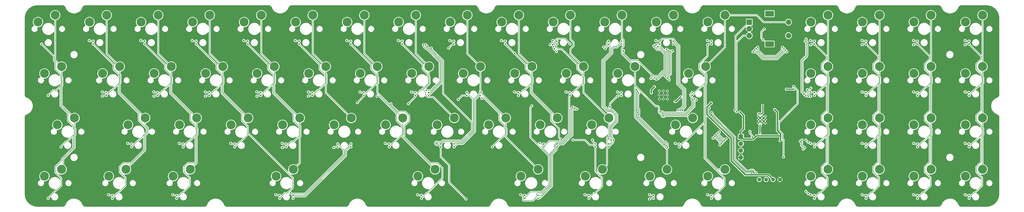
<source format=gbr>
%TF.GenerationSoftware,KiCad,Pcbnew,(6.0.10-0)*%
%TF.CreationDate,2023-03-08T08:25:18-06:00*%
%TF.ProjectId,The-GarlicBoard-2,5468652d-4761-4726-9c69-63426f617264,rev?*%
%TF.SameCoordinates,Original*%
%TF.FileFunction,Copper,L1,Top*%
%TF.FilePolarity,Positive*%
%FSLAX46Y46*%
G04 Gerber Fmt 4.6, Leading zero omitted, Abs format (unit mm)*
G04 Created by KiCad (PCBNEW (6.0.10-0)) date 2023-03-08 08:25:18*
%MOMM*%
%LPD*%
G01*
G04 APERTURE LIST*
%TA.AperFunction,ComponentPad*%
%ADD10C,1.397000*%
%TD*%
%TA.AperFunction,ComponentPad*%
%ADD11R,2.000000X2.000000*%
%TD*%
%TA.AperFunction,ComponentPad*%
%ADD12C,2.000000*%
%TD*%
%TA.AperFunction,ComponentPad*%
%ADD13R,3.200000X2.000000*%
%TD*%
%TA.AperFunction,ComponentPad*%
%ADD14C,3.300000*%
%TD*%
%TA.AperFunction,ComponentPad*%
%ADD15C,0.600000*%
%TD*%
%TA.AperFunction,ComponentPad*%
%ADD16R,1.700000X1.700000*%
%TD*%
%TA.AperFunction,ComponentPad*%
%ADD17O,1.700000X1.700000*%
%TD*%
%TA.AperFunction,ViaPad*%
%ADD18C,0.800000*%
%TD*%
%TA.AperFunction,ViaPad*%
%ADD19C,0.600000*%
%TD*%
%TA.AperFunction,Conductor*%
%ADD20C,0.300000*%
%TD*%
%TA.AperFunction,Conductor*%
%ADD21C,0.500000*%
%TD*%
%TA.AperFunction,Conductor*%
%ADD22C,0.400000*%
%TD*%
%TA.AperFunction,Conductor*%
%ADD23C,0.200000*%
%TD*%
G04 APERTURE END LIST*
D10*
X302514000Y-156922000D03*
X305054000Y-156922000D03*
X307594000Y-156922000D03*
X310134000Y-156922000D03*
D11*
X298824000Y-98592000D03*
D12*
X298824000Y-103592000D03*
X298824000Y-101092000D03*
D13*
X306324000Y-106692000D03*
X306324000Y-95492000D03*
D12*
X313324000Y-103592000D03*
X313324000Y-98592000D03*
D14*
X212090000Y-117602000D03*
X218440000Y-115062000D03*
X97790000Y-117602000D03*
X104140000Y-115062000D03*
X378714000Y-155702000D03*
X385064000Y-153162000D03*
X245364000Y-98552000D03*
X251714000Y-96012000D03*
X271557750Y-136652000D03*
X277907750Y-134112000D03*
D15*
X267050000Y-124100000D03*
X268550000Y-127100000D03*
X268550000Y-124100000D03*
X267050000Y-127100000D03*
X265550000Y-127100000D03*
X267050000Y-125600000D03*
X265550000Y-125600000D03*
X268550000Y-125600000D03*
X265550000Y-124100000D03*
D14*
X283464000Y-155702000D03*
X289814000Y-153162000D03*
X85756750Y-155702000D03*
X92106750Y-153162000D03*
X183388000Y-136652000D03*
X189738000Y-134112000D03*
X240538000Y-136652000D03*
X246888000Y-134112000D03*
X154940000Y-117602000D03*
X161290000Y-115062000D03*
X276320250Y-117602000D03*
X282670250Y-115062000D03*
X207264000Y-98552000D03*
X213614000Y-96012000D03*
D15*
X304742000Y-133459000D03*
X302242000Y-133459000D03*
X304742000Y-135959000D03*
X303492000Y-133459000D03*
X303492000Y-135959000D03*
X303492000Y-134709000D03*
X302242000Y-134709000D03*
X302242000Y-135959000D03*
X304742000Y-134709000D03*
D14*
X176276000Y-155702000D03*
X182626000Y-153162000D03*
X145288000Y-136652000D03*
X151638000Y-134112000D03*
X126238000Y-136652000D03*
X132588000Y-134112000D03*
X59690000Y-117602000D03*
X66040000Y-115062000D03*
X321564000Y-155702000D03*
X327914000Y-153162000D03*
X92964000Y-98552000D03*
X99314000Y-96012000D03*
X73914000Y-98552000D03*
X80264000Y-96012000D03*
X359664000Y-117602000D03*
X366014000Y-115062000D03*
X238156750Y-155702000D03*
X244506750Y-153162000D03*
X283464000Y-98552000D03*
X289814000Y-96012000D03*
X78740000Y-117602000D03*
X85090000Y-115062000D03*
X262032750Y-155702000D03*
X268382750Y-153162000D03*
X359664000Y-155702000D03*
X366014000Y-153162000D03*
X116840000Y-117602000D03*
X123190000Y-115062000D03*
X135890000Y-117602000D03*
X142240000Y-115062000D03*
X378714000Y-117602000D03*
X385064000Y-115062000D03*
X340614000Y-136652000D03*
X346964000Y-134112000D03*
X321564000Y-117602000D03*
X327914000Y-115062000D03*
X321564000Y-136652000D03*
X327914000Y-134112000D03*
X221488000Y-136652000D03*
X227838000Y-134112000D03*
X123856750Y-155702000D03*
X130206750Y-153162000D03*
X61976000Y-155702000D03*
X68326000Y-153162000D03*
X38195250Y-155702000D03*
X44545250Y-153162000D03*
X173990000Y-117602000D03*
X180340000Y-115062000D03*
X231140000Y-117602000D03*
X237490000Y-115062000D03*
X169164000Y-98552000D03*
X175514000Y-96012000D03*
X321564000Y-98552000D03*
X327914000Y-96012000D03*
X378714000Y-98552000D03*
X385064000Y-96012000D03*
X54864000Y-98552000D03*
X61214000Y-96012000D03*
X250190000Y-117602000D03*
X256540000Y-115062000D03*
X38195250Y-117602000D03*
X44545250Y-115062000D03*
X188214000Y-98552000D03*
X194564000Y-96012000D03*
X112014000Y-98552000D03*
X118364000Y-96012000D03*
X35814000Y-98552000D03*
X42164000Y-96012000D03*
X214376000Y-155702000D03*
X220726000Y-153162000D03*
X69088000Y-136652000D03*
X75438000Y-134112000D03*
X359664000Y-136652000D03*
X366014000Y-134112000D03*
X42957750Y-136652000D03*
X49307750Y-134112000D03*
D16*
X295700000Y-141100000D03*
D17*
X295700000Y-143640000D03*
X295700000Y-146180000D03*
X295700000Y-148720000D03*
D14*
X226314000Y-98552000D03*
X232664000Y-96012000D03*
X340614000Y-155702000D03*
X346964000Y-153162000D03*
X340614000Y-117602000D03*
X346964000Y-115062000D03*
X193040000Y-117602000D03*
X199390000Y-115062000D03*
X264414000Y-98552000D03*
X270764000Y-96012000D03*
X164338000Y-136652000D03*
X170688000Y-134112000D03*
X88138000Y-136652000D03*
X94488000Y-134112000D03*
X359664000Y-98552000D03*
X366014000Y-96012000D03*
X340614000Y-98552000D03*
X346964000Y-96012000D03*
X202438000Y-136652000D03*
X208788000Y-134112000D03*
X107188000Y-136652000D03*
X113538000Y-134112000D03*
X150114000Y-98552000D03*
X156464000Y-96012000D03*
X378714000Y-136652000D03*
X385064000Y-134112000D03*
X131064000Y-98552000D03*
X137414000Y-96012000D03*
D18*
X302990000Y-120340000D03*
X289530000Y-131550000D03*
D19*
X305730000Y-110460000D03*
X300580000Y-154450500D03*
X324380000Y-135390000D03*
X308411000Y-123499000D03*
D18*
X290680000Y-123990000D03*
X305240000Y-119270000D03*
D19*
X270945518Y-126459745D03*
X311700000Y-140730000D03*
D18*
X264950000Y-113300000D03*
D19*
X31380000Y-133350000D03*
X155820000Y-164230000D03*
X292370000Y-151360000D03*
X300444000Y-127216000D03*
X283340000Y-127970000D03*
X375020000Y-164220000D03*
D18*
X289970000Y-133270000D03*
D19*
X319330000Y-121520000D03*
X275830000Y-164200000D03*
X271200000Y-121400000D03*
X323280000Y-140990000D03*
X315180000Y-131760000D03*
D18*
X290900000Y-118650000D03*
D19*
X264931851Y-117910967D03*
X305761310Y-139924818D03*
X310764246Y-143066421D03*
X103490000Y-164230000D03*
X309300000Y-106050000D03*
X51080000Y-164210000D03*
X338630000Y-92840000D03*
X265799494Y-120700328D03*
X297800000Y-140450000D03*
X274030000Y-92820000D03*
X312500000Y-155300000D03*
X309190000Y-102320000D03*
X190075148Y-164236030D03*
X260960000Y-122115000D03*
X275170000Y-121930000D03*
X45450000Y-92860000D03*
D18*
X311580000Y-121480000D03*
D19*
X303100000Y-105600000D03*
X151940000Y-164200000D03*
X307016068Y-139483932D03*
X307600000Y-146750000D03*
X299550000Y-156030000D03*
X317400000Y-119550000D03*
X312730000Y-138030000D03*
X117670000Y-164210000D03*
X333000000Y-164200000D03*
X306960000Y-110450000D03*
X295872000Y-129629000D03*
X309225000Y-156000000D03*
D18*
X301090000Y-119310000D03*
D19*
X306323223Y-147273223D03*
X316870000Y-142170000D03*
X281590000Y-127970000D03*
X47230000Y-164200000D03*
X273420000Y-124350000D03*
X376750000Y-92820000D03*
X302670000Y-102310000D03*
D18*
X262750000Y-113300000D03*
X292900000Y-116020000D03*
D19*
X99480000Y-164230000D03*
X318150000Y-157530000D03*
X313660000Y-135190000D03*
X275610000Y-130580000D03*
X273640000Y-129320000D03*
X295872000Y-130645000D03*
X300430000Y-161190000D03*
D18*
X307705000Y-113550000D03*
D19*
X31410000Y-126020000D03*
D18*
X294890000Y-114790000D03*
D19*
X318720000Y-130610000D03*
X302750000Y-159170000D03*
D18*
X263850000Y-112700000D03*
D19*
X371030000Y-164220000D03*
D18*
X298360000Y-114110000D03*
D19*
X302170000Y-142042000D03*
X38930000Y-96910000D03*
X270000000Y-128600000D03*
X309900000Y-159160000D03*
X331130000Y-92830000D03*
D18*
X302110000Y-115110000D03*
D19*
X203820000Y-164610000D03*
X266070000Y-136920000D03*
X299428000Y-127216000D03*
X312170000Y-161220000D03*
X317380000Y-148280000D03*
D18*
X292920000Y-124000000D03*
D19*
X311084000Y-136106000D03*
X309850000Y-125625000D03*
X308280000Y-138890000D03*
X312480000Y-128805000D03*
X336790000Y-164210000D03*
X303500000Y-126203800D03*
X197850000Y-92820000D03*
D18*
X307705000Y-117140000D03*
D19*
X321260000Y-131610000D03*
X304508000Y-126200000D03*
X205310000Y-92820000D03*
D18*
X305235000Y-113370000D03*
D19*
X306300000Y-151700000D03*
X315250000Y-158300000D03*
X390750000Y-133330000D03*
X295650000Y-136650000D03*
X281590000Y-132330000D03*
X260880000Y-131360000D03*
X313960000Y-144720000D03*
D18*
X294800000Y-116700000D03*
D19*
X273380000Y-140990000D03*
X170102698Y-164230000D03*
X273690000Y-127540000D03*
X208740000Y-164610000D03*
X284369750Y-131340500D03*
X121710000Y-92870000D03*
X390810000Y-125900000D03*
X260960000Y-121140000D03*
X264050000Y-128550000D03*
X52800000Y-92870000D03*
X279710000Y-164220000D03*
X369240000Y-92820000D03*
X269975000Y-130575000D03*
X313940000Y-113230000D03*
X311084000Y-131280000D03*
X267400000Y-130700000D03*
D18*
X313920000Y-120420000D03*
D19*
X270150000Y-122550000D03*
X305250000Y-147170000D03*
X129080000Y-92820000D03*
X296420000Y-157190000D03*
D18*
X292850000Y-127400000D03*
D19*
X303450000Y-142042000D03*
D18*
X295500000Y-120750000D03*
D19*
X276280000Y-123700000D03*
X281430000Y-92860000D03*
X268656339Y-121385839D03*
X137680000Y-164210000D03*
X262589966Y-124789135D03*
X263745722Y-122552189D03*
D18*
X284649062Y-128649562D03*
D19*
X308200000Y-130950000D03*
X301458013Y-140745993D03*
X273443911Y-126300906D03*
X312511000Y-123424000D03*
X310430504Y-140470500D03*
X271349500Y-128000000D03*
X310198912Y-142501088D03*
X296700000Y-136900000D03*
X315261000Y-123424000D03*
X295400000Y-131909500D03*
X283969750Y-130404289D03*
X299687500Y-154450500D03*
X284869750Y-132051884D03*
X301379503Y-154450500D03*
X302692500Y-139650000D03*
X302857000Y-136808502D03*
X302222000Y-132550000D03*
X303749604Y-129457219D03*
X319516422Y-105691421D03*
X319049564Y-125297387D03*
X320300000Y-123649500D03*
X320602913Y-126024500D03*
X319726089Y-142275500D03*
X289653906Y-142388032D03*
X320626586Y-143075500D03*
X287109028Y-139843153D03*
X319325000Y-145074500D03*
X318306040Y-142268959D03*
X319799897Y-104842968D03*
X319696451Y-125926454D03*
X303902000Y-105191500D03*
X304372000Y-101092000D03*
X321583136Y-123050000D03*
X321501826Y-126048178D03*
X290219240Y-141822698D03*
X287674361Y-139277819D03*
X320627453Y-162125500D03*
X319725000Y-161325500D03*
X317665619Y-142755187D03*
X318714950Y-145664950D03*
X299947026Y-141197026D03*
X299063124Y-139146000D03*
X293500500Y-131150000D03*
X294100000Y-131800000D03*
X315236000Y-122424000D03*
X311500000Y-148600000D03*
X39553250Y-163872000D03*
X44315750Y-144822000D03*
X39553250Y-125772000D03*
X37172000Y-106722000D03*
X94322000Y-105622000D03*
X208622000Y-105622000D03*
X188076089Y-105375500D03*
X380072000Y-105622000D03*
X322922000Y-105622000D03*
X189572000Y-105622000D03*
X113372000Y-105622000D03*
X75272000Y-105622000D03*
X264276089Y-105375500D03*
X265772000Y-105622000D03*
X56222000Y-105622000D03*
X151472000Y-105622000D03*
X340476089Y-105375500D03*
X207126089Y-105375500D03*
X132422000Y-105622000D03*
X341972000Y-105622000D03*
X361022000Y-105622000D03*
X170522000Y-105622000D03*
X169026089Y-105375500D03*
X73776089Y-105375500D03*
X321426089Y-105375500D03*
X378576089Y-105375500D03*
X359526089Y-105375500D03*
X111876089Y-105375500D03*
X92826089Y-105375500D03*
X283326089Y-105375500D03*
X149976089Y-105375500D03*
X130926089Y-105375500D03*
X54726089Y-105375500D03*
X284822000Y-105622000D03*
X274070862Y-131337735D03*
X270676000Y-105622000D03*
X273273911Y-131273911D03*
X272450000Y-131250000D03*
X270676000Y-106722000D03*
X61048000Y-125772000D03*
X70446000Y-144822000D03*
X63334000Y-163872000D03*
X56222000Y-106722000D03*
X59602324Y-126024500D03*
X87114750Y-163872000D03*
X80098000Y-125772000D03*
X78657962Y-126028314D03*
X89496000Y-144822000D03*
X75272000Y-106722000D03*
X99148000Y-125772000D03*
X108546000Y-144822000D03*
X125214750Y-163872000D03*
X97702324Y-126024500D03*
X94322000Y-106722000D03*
X126138819Y-145074500D03*
X145196181Y-145078319D03*
X118198000Y-125772000D03*
X146648000Y-144822000D03*
X113372000Y-106722000D03*
X127596000Y-144822000D03*
X116759299Y-126029650D03*
X161201589Y-126024500D03*
X132422000Y-106722000D03*
X203796000Y-144822000D03*
X135789824Y-126024500D03*
X165696000Y-144822000D03*
X137248000Y-125772000D03*
X199961411Y-126811411D03*
X177634000Y-163872000D03*
X153876448Y-128440914D03*
X166310000Y-128880000D03*
X191186874Y-127238126D03*
X156298000Y-125772000D03*
X151472000Y-106722000D03*
X194398000Y-125772000D03*
X175348000Y-125772000D03*
X218379111Y-129650508D03*
X250093392Y-126024500D03*
X170522000Y-106722000D03*
X247303183Y-130024500D03*
X251548000Y-125772000D03*
X172745868Y-128826021D03*
X215734000Y-163872000D03*
X263540625Y-107374500D03*
X227510092Y-109474500D03*
X227672000Y-106722000D03*
X189572000Y-106722000D03*
X262449500Y-119450000D03*
X232498000Y-125772000D03*
X226665686Y-108544878D03*
X222846000Y-144822000D03*
X187647749Y-108191158D03*
X239514750Y-163872000D03*
X213448000Y-125772000D03*
X208622000Y-106722000D03*
X252313500Y-109171499D03*
X262864727Y-118245227D03*
X241896000Y-144822000D03*
X229246310Y-142108810D03*
X233661689Y-142275500D03*
X212070000Y-110171501D03*
X194050000Y-164124500D03*
X181206821Y-108193179D03*
X245554245Y-108381968D03*
X263649000Y-119380275D03*
X263390750Y-163872000D03*
X265772000Y-106722000D03*
X261940000Y-164124500D03*
X184746000Y-144822000D03*
X264339074Y-106985425D03*
X246722000Y-106722000D03*
X284822000Y-106722000D03*
X272915750Y-144822000D03*
X284822000Y-163872000D03*
X277678250Y-125772000D03*
X264422158Y-119719578D03*
X265019988Y-107666339D03*
X283389074Y-106985425D03*
X268206148Y-108601750D03*
X322922000Y-106722000D03*
X267275500Y-118182330D03*
X301905066Y-107850012D03*
X322922000Y-144822000D03*
X321504322Y-107000673D03*
X322922000Y-125772000D03*
X311080146Y-107850012D03*
X322922000Y-163872000D03*
X311644808Y-108420000D03*
X301340000Y-108420000D03*
X341972000Y-106722000D03*
X341972000Y-125772000D03*
X268838046Y-109091555D03*
X341972000Y-163872000D03*
X267910415Y-118795369D03*
X341972000Y-144822000D03*
X340526817Y-106974500D03*
X312174135Y-109019180D03*
X359564323Y-106974500D03*
X361022000Y-106722000D03*
X361022000Y-144822000D03*
X300754803Y-109019180D03*
X268580284Y-119465239D03*
X361022000Y-163872000D03*
X361022000Y-125772000D03*
X269594983Y-109348949D03*
X270420432Y-109217390D03*
X380072000Y-144822000D03*
X312739469Y-109584514D03*
X380072000Y-163872000D03*
X378581512Y-106974500D03*
X300189469Y-109584514D03*
X269195023Y-120079977D03*
X380072000Y-106722000D03*
X380072000Y-125772000D03*
X156298000Y-124672000D03*
X341972000Y-124672000D03*
X241896000Y-143722000D03*
X277698998Y-127263427D03*
X321426089Y-124425500D03*
X322922000Y-124672000D03*
X380072000Y-124672000D03*
X135752089Y-124425500D03*
X61048000Y-124672000D03*
X178375000Y-106974500D03*
X118198000Y-124672000D03*
X227672000Y-105622000D03*
X78602089Y-124425500D03*
X340476089Y-124425500D03*
X99148000Y-124672000D03*
X179348000Y-123822000D03*
X359526089Y-124425500D03*
X226427432Y-107739469D03*
X80098000Y-124672000D03*
X361022000Y-124672000D03*
X59552089Y-124425500D03*
X246907266Y-141872499D03*
X277678250Y-124672000D03*
X378576089Y-124425500D03*
X266000000Y-131800000D03*
X246722000Y-105622000D03*
X97652089Y-124425500D03*
X240825000Y-142272499D03*
X137248000Y-124672000D03*
X175348000Y-124672000D03*
X116702089Y-124425500D03*
X244948638Y-107776362D03*
X154802089Y-124425500D03*
X173852089Y-124425500D03*
X247755161Y-142267661D03*
X251626000Y-105622000D03*
X179174503Y-106974500D03*
X278470068Y-127052110D03*
X180252000Y-124672000D03*
X225172440Y-106975000D03*
X246800000Y-143722000D03*
X226176089Y-105375500D03*
X266599500Y-132351844D03*
X246800000Y-144822000D03*
X180252000Y-125772000D03*
X251626000Y-106722000D03*
X226072500Y-106974500D03*
X279200008Y-127378288D03*
X232576000Y-106722000D03*
X266999500Y-133143565D03*
X179739820Y-107574000D03*
X248554634Y-142274570D03*
X89496000Y-143722000D03*
X164200089Y-143475500D03*
X68950089Y-143475500D03*
X378576089Y-143475500D03*
X107050089Y-143475500D03*
X257163916Y-123560267D03*
X286543694Y-140408487D03*
X231002089Y-124425500D03*
X184746000Y-143722000D03*
X232498000Y-124672000D03*
X289088572Y-142953366D03*
X213448000Y-124672000D03*
X267475000Y-143874500D03*
X271419839Y-143475500D03*
X165696000Y-143722000D03*
X250052089Y-124425500D03*
X108546000Y-143722000D03*
X88000089Y-143475500D03*
X251548000Y-124672000D03*
X127596000Y-143722000D03*
X340476089Y-143475500D03*
X126100089Y-143475500D03*
X322922000Y-143722000D03*
X183250089Y-143475500D03*
X321426089Y-143475500D03*
X380072000Y-143722000D03*
X272915750Y-143722000D03*
X361022000Y-143722000D03*
X341972000Y-143722000D03*
X194398000Y-124672000D03*
X257140000Y-131264500D03*
X211952089Y-124425500D03*
X70446000Y-143722000D03*
X359526089Y-143475500D03*
X199302000Y-124672000D03*
X257557210Y-124256345D03*
X285978360Y-140973820D03*
X257539500Y-132062596D03*
X268038993Y-144441170D03*
X189650000Y-143722000D03*
X288523238Y-143518700D03*
X257939500Y-132798574D03*
X268604326Y-145006504D03*
X199302000Y-125772000D03*
X189650000Y-144822000D03*
X257939500Y-124962208D03*
X287957904Y-144084034D03*
X285413026Y-141539154D03*
X239514750Y-162772000D03*
X341972000Y-162772000D03*
X322922000Y-162772000D03*
X125214750Y-162772000D03*
X378576089Y-162525500D03*
X63334000Y-162772000D03*
X87114750Y-162772000D03*
X340476089Y-162525500D03*
X222846000Y-143722000D03*
X283326089Y-162525500D03*
X361022000Y-162772000D03*
X238018839Y-162525500D03*
X176138089Y-162525500D03*
X129173754Y-161881182D03*
X221350089Y-143475500D03*
X85618839Y-162525500D03*
X177634000Y-162772000D03*
X61838089Y-162525500D03*
X321426089Y-162525500D03*
X380072000Y-162772000D03*
X215734000Y-162772000D03*
X146648000Y-143722000D03*
X284822000Y-162772000D03*
X233525000Y-130021501D03*
X214238089Y-162525500D03*
X123718839Y-162525500D03*
X359526089Y-162525500D03*
X263390750Y-162772000D03*
X261894839Y-162525500D03*
X227750000Y-143722000D03*
X151552000Y-143722000D03*
X130118750Y-162772000D03*
X234324503Y-130421501D03*
X220638000Y-162772000D03*
X130118750Y-163872000D03*
X220638000Y-163872000D03*
X151552000Y-144822000D03*
X227750000Y-144822000D03*
X235122713Y-130821501D03*
D20*
X297534714Y-154000500D02*
X299200000Y-154000500D01*
X299200000Y-154000500D02*
X299400000Y-153800500D01*
X284220250Y-131490000D02*
X284220250Y-132456036D01*
X293077000Y-141312786D02*
X293077000Y-149542786D01*
X284220250Y-132456036D02*
X293077000Y-141312786D01*
X299956739Y-153800500D02*
X300580000Y-154423761D01*
X300580000Y-154423761D02*
X300580000Y-154450500D01*
X299400000Y-153800500D02*
X299956739Y-153800500D01*
X284369750Y-131340500D02*
X284220250Y-131490000D01*
X293077000Y-149542786D02*
X297534714Y-154000500D01*
D21*
X284649062Y-128649562D02*
X283220250Y-130078374D01*
X292077000Y-141727000D02*
X292077000Y-149957000D01*
X297320000Y-155200000D02*
X305872000Y-155200000D01*
X283220250Y-130078374D02*
X283220250Y-132870250D01*
X305872000Y-155200000D02*
X307594000Y-156922000D01*
X292077000Y-149957000D02*
X297320000Y-155200000D01*
X262589966Y-123707945D02*
X262589966Y-124789135D01*
X283220250Y-132870250D02*
X292077000Y-141727000D01*
X263745722Y-122552189D02*
X262589966Y-123707945D01*
X309200000Y-138800000D02*
X310430004Y-140030004D01*
X310360006Y-140750000D02*
X310430004Y-140680002D01*
X310430004Y-140030004D02*
X310430004Y-140680002D01*
X300254006Y-141950000D02*
X296550000Y-141950000D01*
X301458013Y-140745993D02*
X301462020Y-140750000D01*
X296550000Y-141950000D02*
X295700000Y-141100000D01*
X271349500Y-128000000D02*
X271744817Y-128000000D01*
X295700000Y-139100000D02*
X295700000Y-141100000D01*
X308200000Y-130950000D02*
X309200000Y-131950000D01*
X296700000Y-136900000D02*
X296700000Y-133209500D01*
X296700000Y-133209500D02*
X295400000Y-131909500D01*
X296700000Y-138100000D02*
X295700000Y-139100000D01*
X296700000Y-136900000D02*
X296700000Y-138100000D01*
X301458013Y-140745993D02*
X300254006Y-141950000D01*
D22*
X315261000Y-123424000D02*
X312511000Y-123424000D01*
D21*
X301462020Y-140750000D02*
X310360006Y-140750000D01*
X310430004Y-142269996D02*
X310430004Y-140680002D01*
X310198912Y-142501088D02*
X310430004Y-142269996D01*
X309200000Y-131950000D02*
X309200000Y-138800000D01*
X271744817Y-128000000D02*
X273443911Y-126300906D01*
D23*
X283969750Y-130404289D02*
X283969750Y-130818068D01*
X297348318Y-154450500D02*
X299687500Y-154450500D01*
X292627000Y-149729182D02*
X297348318Y-154450500D01*
X283770250Y-131017568D02*
X283770250Y-132642432D01*
X292627000Y-141499182D02*
X292627000Y-149729182D01*
X283969750Y-130818068D02*
X283770250Y-131017568D01*
X283770250Y-132642432D02*
X292627000Y-141499182D01*
X285431749Y-132613883D02*
X285431749Y-133031139D01*
X293527000Y-141126390D02*
X293527000Y-149356390D01*
X301379503Y-154401474D02*
X301379503Y-154450500D01*
X300328529Y-153350500D02*
X301379503Y-154401474D01*
X285431749Y-133031139D02*
X293527000Y-141126390D01*
X299213604Y-153350500D02*
X300328529Y-153350500D01*
X284869750Y-132051884D02*
X285431749Y-132613883D01*
X293527000Y-149356390D02*
X297721110Y-153550500D01*
X297721110Y-153550500D02*
X299013604Y-153550500D01*
X299013604Y-153550500D02*
X299213604Y-153350500D01*
X66040000Y-115062000D02*
X66040000Y-117749006D01*
X61214000Y-96012000D02*
X61214000Y-110236000D01*
X66040000Y-117749006D02*
X66243901Y-117952908D01*
X44545250Y-118801537D02*
X44749151Y-119005439D01*
X49307750Y-137851537D02*
X49600000Y-138143787D01*
X68326000Y-153162000D02*
X75450000Y-146038000D01*
X66243901Y-121278561D02*
X66040000Y-121482462D01*
X42164000Y-96012000D02*
X42164000Y-112680750D01*
X44545250Y-129349500D02*
X49307750Y-134112000D01*
X45142000Y-152565250D02*
X44545250Y-153162000D01*
X76475000Y-137834315D02*
X76240685Y-137600000D01*
X49307750Y-145157936D02*
X45142000Y-149323686D01*
X44749151Y-119005439D02*
X44749151Y-122223683D01*
X44545250Y-122427584D02*
X44545250Y-129349500D01*
X76475000Y-139495463D02*
X76475000Y-137834315D01*
X44545250Y-115062000D02*
X44545250Y-118801537D01*
X49600000Y-138143787D02*
X49600000Y-140365686D01*
X66040000Y-124714000D02*
X75438000Y-134112000D01*
X76240685Y-137600000D02*
X76238994Y-137600000D01*
X75438000Y-136799006D02*
X75438000Y-134112000D01*
X45142000Y-149323686D02*
X45142000Y-152565250D01*
X75450000Y-146038000D02*
X75450000Y-140520463D01*
X66243901Y-117952908D02*
X66243901Y-121278561D01*
X42164000Y-112680750D02*
X44545250Y-115062000D01*
X49307750Y-140657936D02*
X49307750Y-145157936D01*
X66040000Y-121482462D02*
X66040000Y-124714000D01*
X76238994Y-137600000D02*
X75438000Y-136799006D01*
X49600000Y-140365686D02*
X49307750Y-140657936D01*
X44749151Y-122223683D02*
X44545250Y-122427584D01*
X61214000Y-110236000D02*
X66040000Y-115062000D01*
X49307750Y-134112000D02*
X49307750Y-137851537D01*
X75450000Y-140520463D02*
X76475000Y-139495463D01*
X366014000Y-115062000D02*
X366014000Y-118801537D01*
X385064000Y-137851537D02*
X385300000Y-138087538D01*
X385064000Y-96012000D02*
X385064000Y-115062000D01*
X366250000Y-140315686D02*
X366014000Y-140551686D01*
X385064000Y-121482462D02*
X385064000Y-134112000D01*
X385064000Y-118801537D02*
X385267901Y-119005439D01*
X385267901Y-119005439D02*
X385267901Y-121278561D01*
X385064000Y-134112000D02*
X385064000Y-137851537D01*
X385300000Y-140315686D02*
X385064000Y-140551686D01*
X366014000Y-121482462D02*
X366014000Y-134112000D01*
X385267901Y-121278561D02*
X385064000Y-121482462D01*
X366250000Y-138087538D02*
X366250000Y-140315686D01*
X366014000Y-118801537D02*
X366217901Y-119005439D01*
X385064000Y-115062000D02*
X385064000Y-118801537D01*
X366217901Y-119005439D02*
X366217901Y-121278561D01*
X385064000Y-140551686D02*
X385064000Y-153162000D01*
X385300000Y-138087538D02*
X385300000Y-140315686D01*
X366217901Y-121278561D02*
X366014000Y-121482462D01*
X366014000Y-134112000D02*
X366014000Y-137851537D01*
X366014000Y-96012000D02*
X366014000Y-115062000D01*
X366014000Y-140551686D02*
X366014000Y-153162000D01*
X366014000Y-137851537D02*
X366250000Y-138087538D01*
D22*
X303749604Y-132165396D02*
X303365000Y-132550000D01*
X302692500Y-136973002D02*
X302857000Y-136808502D01*
X303749604Y-129457219D02*
X303749604Y-132165396D01*
X303365000Y-132550000D02*
X302222000Y-132550000D01*
X302692500Y-139650000D02*
X302692500Y-136973002D01*
D23*
X319916775Y-106091774D02*
X319916775Y-110942539D01*
X319516422Y-105691421D02*
X319916775Y-106091774D01*
X318075000Y-112784314D02*
X318075000Y-124322823D01*
X319916775Y-110942539D02*
X318075000Y-112784314D01*
X318075000Y-124322823D02*
X319049564Y-125297387D01*
X320602913Y-126024500D02*
X320300000Y-125721587D01*
X320300000Y-125721587D02*
X320300000Y-123649500D01*
X289619240Y-142353366D02*
X289653906Y-142388032D01*
X287109028Y-139843153D02*
X287143694Y-139877819D01*
X320626586Y-143075500D02*
X320526089Y-143075500D01*
X289054258Y-142353366D02*
X289619240Y-142353366D01*
X287143694Y-139877819D02*
X287143694Y-140442801D01*
X320526089Y-143075500D02*
X319726089Y-142275500D01*
X287143694Y-140442801D02*
X289054258Y-142353366D01*
X318306040Y-142268959D02*
X318306040Y-144055540D01*
X318306040Y-144055540D02*
X319325000Y-145074500D01*
X318475000Y-124157137D02*
X319015250Y-124697387D01*
X318475000Y-112950000D02*
X318475000Y-124157137D01*
X319799897Y-104842968D02*
X319799897Y-105126367D01*
X319799897Y-105126367D02*
X320116422Y-105442892D01*
X320316775Y-105926088D02*
X320316775Y-111108225D01*
X320116422Y-105442892D02*
X320116422Y-105725735D01*
X319298093Y-124697387D02*
X319696451Y-125095745D01*
X320116422Y-105725735D02*
X320316775Y-105926088D01*
X320316775Y-111108225D02*
X318475000Y-112950000D01*
X319015250Y-124697387D02*
X319298093Y-124697387D01*
X319696451Y-125095745D02*
X319696451Y-125926454D01*
X303902000Y-105191500D02*
X303325282Y-104614782D01*
X303325282Y-104614782D02*
X303325282Y-102555282D01*
X320700000Y-124100000D02*
X321000000Y-123800000D01*
X303325282Y-102138718D02*
X303325282Y-102555282D01*
X321000000Y-123633136D02*
X321583136Y-123050000D01*
X321000000Y-123800000D02*
X321000000Y-123633136D01*
X321501826Y-126048178D02*
X320700000Y-125246352D01*
X320700000Y-125246352D02*
X320700000Y-124100000D01*
X304372000Y-101092000D02*
X303325282Y-102138718D01*
X289054610Y-141788032D02*
X290184574Y-141788032D01*
X290184574Y-141788032D02*
X290219240Y-141822698D01*
X287674361Y-139277819D02*
X287709028Y-139312486D01*
X287709028Y-140442450D02*
X289054610Y-141788032D01*
X287709028Y-139312486D02*
X287709028Y-140442450D01*
X319725000Y-161325500D02*
X319827453Y-161325500D01*
X317906040Y-144221225D02*
X317906040Y-142995608D01*
X317906040Y-142995608D02*
X317665619Y-142755187D01*
X318714950Y-145664950D02*
X318714950Y-145030136D01*
X318714950Y-145030136D02*
X317906040Y-144221225D01*
X319827453Y-161325500D02*
X320627453Y-162125500D01*
X299063124Y-139146000D02*
X299063124Y-139793124D01*
X299947026Y-140677026D02*
X299947026Y-141197026D01*
X299063124Y-139793124D02*
X299947026Y-140677026D01*
X293700000Y-103716000D02*
X293700000Y-130950500D01*
X293700000Y-130950500D02*
X293500500Y-131150000D01*
X298824000Y-98592000D02*
X293700000Y-103716000D01*
X294100000Y-106020000D02*
X294100000Y-131800000D01*
X296528000Y-103592000D02*
X294100000Y-106020000D01*
X298824000Y-103592000D02*
X296528000Y-103592000D01*
X316700000Y-128800000D02*
X309750000Y-135750000D01*
X311030504Y-141650504D02*
X311500000Y-142120000D01*
X316700000Y-123888000D02*
X316700000Y-128800000D01*
X315236000Y-122424000D02*
X316700000Y-123888000D01*
X311030504Y-139852686D02*
X311030504Y-141650504D01*
X311500000Y-142120000D02*
X311500000Y-148600000D01*
X309750000Y-138572182D02*
X311030504Y-139852686D01*
X309750000Y-135750000D02*
X309750000Y-138572182D01*
X94700000Y-138063538D02*
X94700000Y-140320462D01*
X104140000Y-115062000D02*
X104140000Y-118801537D01*
X104343901Y-121343783D02*
X104140000Y-121547684D01*
X85090000Y-121497684D02*
X85090000Y-124714000D01*
X80264000Y-110236000D02*
X85090000Y-115062000D01*
X99314000Y-96012000D02*
X99314000Y-110236000D01*
X85090000Y-118801537D02*
X85293901Y-119005439D01*
X104140000Y-121547684D02*
X104140000Y-124714000D01*
X85090000Y-124714000D02*
X94488000Y-134112000D01*
X94700000Y-140320462D02*
X94488000Y-140532462D01*
X104343901Y-119005439D02*
X104343901Y-121343783D01*
X104140000Y-124714000D02*
X113538000Y-134112000D01*
X85293901Y-121293783D02*
X85090000Y-121497684D01*
X94488000Y-137851537D02*
X94700000Y-138063538D01*
X85293901Y-119005439D02*
X85293901Y-121293783D01*
X94488000Y-150780750D02*
X92106750Y-153162000D01*
X94488000Y-140532462D02*
X94488000Y-150780750D01*
X85090000Y-115062000D02*
X85090000Y-118801537D01*
X94488000Y-134112000D02*
X94488000Y-137851537D01*
X80264000Y-96012000D02*
X80264000Y-110236000D01*
X99314000Y-110236000D02*
X104140000Y-115062000D01*
X104140000Y-118801537D02*
X104343901Y-119005439D01*
X137414000Y-110236000D02*
X142240000Y-115062000D01*
X132825000Y-140940686D02*
X132588000Y-141177686D01*
X123190000Y-117749006D02*
X123393901Y-117952908D01*
X123190000Y-121500685D02*
X123190000Y-124714000D01*
X132588000Y-134112000D02*
X132588000Y-136799006D01*
X123190000Y-124714000D02*
X132588000Y-134112000D01*
X132825000Y-137036007D02*
X132825000Y-140940686D01*
X142443901Y-117978216D02*
X142443901Y-121393783D01*
X142443901Y-121393783D02*
X142240000Y-121597684D01*
X123190000Y-115062000D02*
X123190000Y-117749006D01*
X142240000Y-121597684D02*
X142240000Y-124714000D01*
X123393901Y-117952908D02*
X123393901Y-121296784D01*
X142240000Y-124714000D02*
X151638000Y-134112000D01*
X118364000Y-110236000D02*
X123190000Y-115062000D01*
X132588000Y-150780750D02*
X130206750Y-153162000D01*
X142240000Y-115062000D02*
X142240000Y-117774314D01*
X123393901Y-121296784D02*
X123190000Y-121500685D01*
X118364000Y-96012000D02*
X118364000Y-110236000D01*
X132588000Y-141177686D02*
X132588000Y-150780750D01*
X132588000Y-136799006D02*
X132825000Y-137036007D01*
X142240000Y-117774314D02*
X142443901Y-117978216D01*
X137414000Y-96012000D02*
X137414000Y-110236000D01*
X161290000Y-118801537D02*
X161493901Y-119005439D01*
X179200001Y-125575001D02*
X179200001Y-124642100D01*
X175514000Y-110236000D02*
X180340000Y-115062000D01*
X189738000Y-134112000D02*
X182000500Y-126374500D01*
X170688000Y-137472314D02*
X170891901Y-137676216D01*
X170688000Y-140532462D02*
X170688000Y-141224000D01*
X161290000Y-121500685D02*
X161290000Y-124714000D01*
X170891901Y-140328561D02*
X170688000Y-140532462D01*
X180543901Y-119005439D02*
X180340000Y-118801537D01*
X180340000Y-118801537D02*
X180340000Y-115062000D01*
X161290000Y-115062000D02*
X161290000Y-118801537D01*
X178425000Y-123867099D02*
X178425000Y-123465686D01*
X179200001Y-124642100D02*
X178425000Y-123867099D01*
X182000500Y-126374500D02*
X179999500Y-126374500D01*
X179999500Y-126374500D02*
X179200001Y-125575001D01*
X178425000Y-123465686D02*
X180543901Y-121346784D01*
X170688000Y-141224000D02*
X182626000Y-153162000D01*
X170891901Y-137676216D02*
X170891901Y-140328561D01*
X161493901Y-121296784D02*
X161290000Y-121500685D01*
X175514000Y-96012000D02*
X175514000Y-110236000D01*
X156464000Y-110236000D02*
X161290000Y-115062000D01*
X161493901Y-119005439D02*
X161493901Y-121296784D01*
X161290000Y-124714000D02*
X170688000Y-134112000D01*
X180543901Y-121346784D02*
X180543901Y-119005439D01*
X170688000Y-134112000D02*
X170688000Y-137472314D01*
X156464000Y-96012000D02*
X156464000Y-110236000D01*
X218440000Y-121500685D02*
X218440000Y-124714000D01*
X218643901Y-119005439D02*
X218643901Y-121296784D01*
X218440000Y-118801537D02*
X218643901Y-119005439D01*
X218643901Y-121296784D02*
X218440000Y-121500685D01*
X218440000Y-124714000D02*
X227838000Y-134112000D01*
X199902000Y-125226000D02*
X208788000Y-134112000D01*
X199902000Y-124423471D02*
X199902000Y-125226000D01*
X213614000Y-96012000D02*
X213614000Y-110236000D01*
X208788000Y-134112000D02*
X208788000Y-137851537D01*
X208788000Y-140532462D02*
X208788000Y-141224000D01*
X208991901Y-138055439D02*
X208991901Y-140328561D01*
X218440000Y-115062000D02*
X218440000Y-118801537D01*
X199390000Y-115062000D02*
X194564000Y-110236000D01*
X208991901Y-140328561D02*
X208788000Y-140532462D01*
X199390000Y-115062000D02*
X199390000Y-123911471D01*
X199390000Y-123911471D02*
X199902000Y-124423471D01*
X208788000Y-137851537D02*
X208991901Y-138055439D01*
X213614000Y-110236000D02*
X218440000Y-115062000D01*
X208788000Y-141224000D02*
X220726000Y-153162000D01*
X194564000Y-110236000D02*
X194564000Y-96012000D01*
X267731594Y-133260000D02*
X267248029Y-133743565D01*
X237693901Y-121296784D02*
X237490000Y-121500685D01*
X237490000Y-121500685D02*
X237490000Y-124714000D01*
X246888000Y-140834314D02*
X246200000Y-141522314D01*
X266399500Y-133049500D02*
X265400000Y-132050000D01*
X265018911Y-129728911D02*
X265410000Y-130120000D01*
X251714000Y-96012000D02*
X251714000Y-104561000D01*
X276567683Y-134112000D02*
X275715683Y-133260000D01*
X237490000Y-115062000D02*
X232664000Y-110236000D01*
X237490000Y-115062000D02*
X237490000Y-118801537D01*
X256540000Y-133790000D02*
X268382750Y-145632750D01*
X251714000Y-108089000D02*
X251714000Y-110236000D01*
X268382750Y-145632750D02*
X268382750Y-153162000D01*
X252400000Y-107403000D02*
X251714000Y-108089000D01*
X265410000Y-130937822D02*
X265400000Y-130947822D01*
X233875000Y-107300000D02*
X233875000Y-106072471D01*
X256540000Y-122087822D02*
X256540000Y-115062000D01*
X232664000Y-104861471D02*
X232664000Y-96012000D01*
X265410000Y-130120000D02*
X265410000Y-130937822D01*
X246200000Y-141522314D02*
X246200000Y-151468750D01*
X265400000Y-132050000D02*
X265400000Y-130947822D01*
X264181089Y-129728911D02*
X265018911Y-129728911D01*
X232664000Y-110236000D02*
X232664000Y-108511000D01*
X252400000Y-105247000D02*
X252400000Y-107403000D01*
X267248029Y-133743565D02*
X266750971Y-133743565D01*
X266399500Y-133392094D02*
X266399500Y-133049500D01*
X237490000Y-118801537D02*
X237693901Y-119005439D01*
X246200000Y-151468750D02*
X244506750Y-153162000D01*
X251714000Y-104561000D02*
X252400000Y-105247000D01*
X237693901Y-119005439D02*
X237693901Y-121296784D01*
X266750971Y-133743565D02*
X266399500Y-133392094D01*
X237490000Y-124714000D02*
X246888000Y-134112000D01*
X246888000Y-134112000D02*
X246888000Y-140834314D01*
X275715683Y-133260000D02*
X267731594Y-133260000D01*
X233875000Y-106072471D02*
X232664000Y-104861471D01*
X256540000Y-115062000D02*
X256540000Y-133790000D01*
X232664000Y-108511000D02*
X233875000Y-107300000D01*
X251714000Y-110236000D02*
X256540000Y-115062000D01*
X277907750Y-134112000D02*
X276567683Y-134112000D01*
X264181089Y-129728911D02*
X256540000Y-122087822D01*
X289814000Y-96012000D02*
X301592000Y-96012000D01*
X282670250Y-121495436D02*
X282670250Y-148846677D01*
X304172000Y-98592000D02*
X313324000Y-98592000D01*
X282670250Y-117749006D02*
X282950000Y-118028757D01*
X282670250Y-148846677D02*
X286985573Y-153162000D01*
X282670250Y-115062000D02*
X282670250Y-117749006D01*
X282950000Y-118028757D02*
X282950000Y-121215686D01*
X289814000Y-96012000D02*
X289814000Y-107918250D01*
X286985573Y-153162000D02*
X289814000Y-153162000D01*
X289814000Y-107918250D02*
X282670250Y-115062000D01*
X301592000Y-96012000D02*
X304172000Y-98592000D01*
X282950000Y-121215686D02*
X282670250Y-121495436D01*
X327914000Y-137851537D02*
X328150000Y-138087538D01*
X327914000Y-134112000D02*
X327914000Y-137851537D01*
X346964000Y-96012000D02*
X346964000Y-115062000D01*
X347200000Y-138087538D02*
X347200000Y-140315686D01*
X328150000Y-138087538D02*
X328150000Y-140315686D01*
X327914000Y-96012000D02*
X327914000Y-115062000D01*
X346964000Y-137851537D02*
X347200000Y-138087538D01*
X346964000Y-115062000D02*
X346964000Y-118801537D01*
X346964000Y-121482462D02*
X346964000Y-134112000D01*
X327914000Y-140551686D02*
X327914000Y-153162000D01*
X347200000Y-140315686D02*
X346964000Y-140551686D01*
X346964000Y-134112000D02*
X346964000Y-137851537D01*
X327914000Y-115062000D02*
X327914000Y-118801537D01*
X346964000Y-140551686D02*
X346964000Y-153162000D01*
X328150000Y-140315686D02*
X327914000Y-140551686D01*
X346964000Y-118801537D02*
X347167901Y-119005439D01*
X327914000Y-121482462D02*
X327914000Y-134112000D01*
X347167901Y-119005439D02*
X347167901Y-121278561D01*
X347167901Y-121278561D02*
X346964000Y-121482462D01*
X328117901Y-119005439D02*
X328117901Y-121278561D01*
X327914000Y-118801537D02*
X328117901Y-119005439D01*
X328117901Y-121278561D02*
X327914000Y-121482462D01*
X42245250Y-116014692D02*
X44145250Y-117914692D01*
X39553250Y-125694099D02*
X39553250Y-125772000D01*
X48907750Y-144992250D02*
X48907750Y-140442250D01*
X46950000Y-135150000D02*
X48907750Y-137107750D01*
X41425350Y-123821999D02*
X39553250Y-125694099D01*
X48907750Y-137107750D02*
X48907750Y-138017223D01*
X39553250Y-163794099D02*
X42761448Y-160585901D01*
X44145250Y-117914692D02*
X44145250Y-118967222D01*
X42761448Y-160585901D02*
X42976126Y-160585901D01*
X44349151Y-119171123D02*
X44349151Y-122057998D01*
X48907750Y-138017223D02*
X49200000Y-138309473D01*
X42585150Y-123821999D02*
X41425350Y-123821999D01*
X46528001Y-142871999D02*
X46028001Y-142871999D01*
X39553250Y-163872000D02*
X39553250Y-163794099D01*
X42245250Y-154245250D02*
X42245250Y-152209308D01*
X44315750Y-144584250D02*
X44315750Y-144822000D01*
X44742000Y-149158000D02*
X48907750Y-144992250D01*
X41764000Y-112846436D02*
X42245250Y-113327686D01*
X44349151Y-159212876D02*
X44349151Y-156349151D01*
X49200000Y-138309473D02*
X49200000Y-140200000D01*
X37172000Y-106722000D02*
X41764000Y-111314000D01*
X42245250Y-113327686D02*
X42245250Y-116014692D01*
X44349151Y-156349151D02*
X42245250Y-154245250D01*
X44145250Y-129515186D02*
X46950000Y-132319936D01*
X41764000Y-111314000D02*
X41764000Y-112846436D01*
X46950000Y-132319936D02*
X46950000Y-135150000D01*
X44145250Y-122261899D02*
X44145250Y-129515186D01*
X44349151Y-122057998D02*
X44145250Y-122261899D01*
X44742000Y-149712558D02*
X44742000Y-149158000D01*
X44145250Y-118967222D02*
X44349151Y-119171123D01*
X42976126Y-160585901D02*
X44349151Y-159212876D01*
X48907750Y-140442250D02*
X49200000Y-140150000D01*
X49200000Y-140200000D02*
X46528001Y-142871999D01*
X42245250Y-152209308D02*
X44742000Y-149712558D01*
X46028001Y-142871999D02*
X44315750Y-144584250D01*
X44349151Y-122057998D02*
X42585150Y-123821999D01*
X188076089Y-105375500D02*
X188322589Y-105622000D01*
X264522589Y-105622000D02*
X265772000Y-105622000D01*
X359772589Y-105622000D02*
X361022000Y-105622000D01*
X74022589Y-105622000D02*
X75272000Y-105622000D01*
X271276000Y-105373471D02*
X271276000Y-105656314D01*
X271276000Y-105656314D02*
X272950000Y-107330315D01*
X274070862Y-131043353D02*
X274070862Y-131337735D01*
X93072589Y-105622000D02*
X94322000Y-105622000D01*
X54972589Y-105622000D02*
X56222000Y-105622000D01*
X378822589Y-105622000D02*
X380072000Y-105622000D01*
X283326089Y-105375500D02*
X283572589Y-105622000D01*
X207126089Y-105375500D02*
X207372589Y-105622000D01*
X270674528Y-104771999D02*
X271276000Y-105373471D01*
X275150000Y-123418628D02*
X275150000Y-129964214D01*
X264276089Y-105375500D02*
X264522589Y-105622000D01*
X131172589Y-105622000D02*
X132422000Y-105622000D01*
X150222589Y-105622000D02*
X151472000Y-105622000D01*
X266622001Y-104771999D02*
X270674528Y-104771999D01*
X272950000Y-121218628D02*
X275150000Y-123418628D01*
X321672589Y-105622000D02*
X322922000Y-105622000D01*
X149976089Y-105375500D02*
X150222589Y-105622000D01*
X111876089Y-105375500D02*
X112122589Y-105622000D01*
X169272589Y-105622000D02*
X170522000Y-105622000D01*
X169026089Y-105375500D02*
X169272589Y-105622000D01*
X54726089Y-105375500D02*
X54972589Y-105622000D01*
X73776089Y-105375500D02*
X74022589Y-105622000D01*
X275150000Y-129964214D02*
X274070862Y-131043353D01*
X340476089Y-105375500D02*
X340722589Y-105622000D01*
X130926089Y-105375500D02*
X131172589Y-105622000D01*
X112122589Y-105622000D02*
X113372000Y-105622000D01*
X321426089Y-105375500D02*
X321672589Y-105622000D01*
X359526089Y-105375500D02*
X359772589Y-105622000D01*
X340722589Y-105622000D02*
X341972000Y-105622000D01*
X265772000Y-105622000D02*
X266622001Y-104771999D01*
X272950000Y-107330315D02*
X272950000Y-121218628D01*
X283572589Y-105622000D02*
X284822000Y-105622000D01*
X207372589Y-105622000D02*
X208622000Y-105622000D01*
X188322589Y-105622000D02*
X189572000Y-105622000D01*
X92826089Y-105375500D02*
X93072589Y-105622000D01*
X378576089Y-105375500D02*
X378822589Y-105622000D01*
X273274618Y-131273911D02*
X273273911Y-131273911D01*
X274750000Y-123584314D02*
X274750000Y-129798529D01*
X274750000Y-129798529D02*
X273274618Y-131273911D01*
X270676000Y-105622000D02*
X272550000Y-107496000D01*
X272550000Y-107496000D02*
X272550000Y-121384314D01*
X272550000Y-121384314D02*
X274750000Y-123584314D01*
X270676000Y-106722000D02*
X271210314Y-106722000D01*
X274350000Y-129632843D02*
X273308932Y-130673911D01*
X272449293Y-131250000D02*
X272450000Y-131250000D01*
X272150000Y-121550000D02*
X274350000Y-123750000D01*
X273308932Y-130673911D02*
X273025382Y-130673911D01*
X274350000Y-123750000D02*
X274350000Y-129632843D01*
X273025382Y-130673911D02*
X272449293Y-131250000D01*
X272150000Y-107661686D02*
X272150000Y-121550000D01*
X271210314Y-106722000D02*
X272150000Y-107661686D01*
X66025000Y-154113692D02*
X68129901Y-156218593D01*
X65843901Y-118118592D02*
X65843901Y-121112876D01*
X76075000Y-139329777D02*
X75952389Y-139452389D01*
X76075000Y-138000000D02*
X76075000Y-139329777D01*
X73075000Y-132314686D02*
X73075000Y-135001692D01*
X65640000Y-121316777D02*
X65640000Y-124879686D01*
X65640000Y-124879686D02*
X73075000Y-132314686D01*
X56222000Y-106722000D02*
X63740000Y-114240000D01*
X59602324Y-126024500D02*
X59854824Y-125772000D01*
X66026000Y-154099000D02*
X66025000Y-154100000D01*
X59854824Y-125772000D02*
X61048000Y-125772000D01*
X76073308Y-138000000D02*
X76075000Y-138000000D01*
X66025000Y-154100000D02*
X66025000Y-154113692D01*
X75952389Y-139452389D02*
X72532779Y-142871999D01*
X63740000Y-116014691D02*
X65843901Y-118118592D01*
X63134778Y-123821999D02*
X62903001Y-123821999D01*
X68129901Y-156218593D02*
X68129901Y-159212876D01*
X63740000Y-114240000D02*
X63740000Y-116014691D01*
X63334000Y-163766000D02*
X63334000Y-163872000D01*
X65843901Y-121112876D02*
X63134778Y-123821999D01*
X65420778Y-161921999D02*
X65178001Y-161921999D01*
X66026000Y-152209308D02*
X66026000Y-154099000D01*
X75050000Y-145872314D02*
X70060314Y-150862000D01*
X70446000Y-144744099D02*
X70446000Y-144822000D01*
X73075000Y-135001692D02*
X76073308Y-138000000D01*
X65843901Y-121112876D02*
X65640000Y-121316777D01*
X75952389Y-139452389D02*
X75050000Y-140354778D01*
X68129901Y-159212876D02*
X65420778Y-161921999D01*
X61048000Y-125677000D02*
X61048000Y-125772000D01*
X72318100Y-142871999D02*
X70446000Y-144744099D01*
X70060314Y-150862000D02*
X67373308Y-150862000D01*
X67373308Y-150862000D02*
X66026000Y-152209308D01*
X65178001Y-161921999D02*
X63334000Y-163766000D01*
X75050000Y-140354778D02*
X75050000Y-145872314D01*
X62903001Y-123821999D02*
X61048000Y-125677000D01*
X72532779Y-142871999D02*
X72318100Y-142871999D01*
X82200000Y-123821999D02*
X81970100Y-123821999D01*
X84690000Y-121331999D02*
X84690000Y-124879686D01*
X92188000Y-132377686D02*
X92188000Y-135064692D01*
X94052388Y-140402388D02*
X94088000Y-140438000D01*
X84690000Y-124879686D02*
X92188000Y-132377686D01*
X82790000Y-114240000D02*
X82790000Y-116014692D01*
X78914276Y-125772000D02*
X80098000Y-125772000D01*
X91910651Y-156218593D02*
X91910651Y-159212876D01*
X91582777Y-142871999D02*
X91328001Y-142871999D01*
X91328001Y-142871999D02*
X89496000Y-144704000D01*
X94088000Y-140438000D02*
X94088000Y-150615064D01*
X82790000Y-116014692D02*
X84690000Y-117914692D01*
X81970100Y-123821999D02*
X80098000Y-125694099D01*
X88878001Y-161921999D02*
X87114750Y-163685250D01*
X94291901Y-140162876D02*
X94052388Y-140402388D01*
X91910651Y-159212876D02*
X89201528Y-161921999D01*
X92188000Y-135064692D02*
X94088000Y-136964692D01*
X94052388Y-140402388D02*
X91582777Y-142871999D01*
X94088000Y-150615064D02*
X93841064Y-150862000D01*
X87114750Y-163685250D02*
X87114750Y-163872000D01*
X75272000Y-106722000D02*
X82790000Y-114240000D01*
X93841064Y-150862000D02*
X91154058Y-150862000D01*
X89201528Y-161921999D02*
X88878001Y-161921999D01*
X84690000Y-118967222D02*
X84893901Y-119171123D01*
X84690000Y-117914692D02*
X84690000Y-118967222D01*
X91154058Y-150862000D02*
X89806750Y-152209308D01*
X94291901Y-138221123D02*
X94291901Y-140162876D01*
X94088000Y-138017222D02*
X94291901Y-138221123D01*
X84848499Y-121173499D02*
X82200000Y-123821999D01*
X84848499Y-121173499D02*
X84690000Y-121331999D01*
X89806750Y-154114692D02*
X91910651Y-156218593D01*
X80098000Y-125694099D02*
X80098000Y-125772000D01*
X78657962Y-126028314D02*
X78914276Y-125772000D01*
X94088000Y-136964692D02*
X94088000Y-138017222D01*
X84893901Y-119171123D02*
X84893901Y-121128098D01*
X84893901Y-121128098D02*
X84848499Y-121173499D01*
X89806750Y-152209308D02*
X89806750Y-154114692D01*
X89496000Y-144704000D02*
X89496000Y-144822000D01*
X125214750Y-163872000D02*
X125214750Y-163785250D01*
X113341901Y-137168593D02*
X113341901Y-138883099D01*
X130010651Y-156235651D02*
X113341901Y-139566901D01*
X101020100Y-123821999D02*
X99148000Y-125694099D01*
X111238000Y-135064692D02*
X113341901Y-137168593D01*
X101840000Y-114240000D02*
X101840000Y-116014692D01*
X110418100Y-142871999D02*
X108546000Y-144744099D01*
X110703001Y-142871999D02*
X110418100Y-142871999D01*
X94322000Y-106722000D02*
X101840000Y-114240000D01*
X111238000Y-132377686D02*
X111238000Y-135064692D01*
X99148000Y-125694099D02*
X99148000Y-125772000D01*
X103943901Y-121006099D02*
X103740000Y-121210000D01*
X103740000Y-117914692D02*
X103740000Y-118967222D01*
X128003001Y-161921999D02*
X130010651Y-159914349D01*
X103943901Y-119171123D02*
X103943901Y-121006099D01*
X113341901Y-139566901D02*
X113341901Y-138883099D01*
X125214750Y-163785250D02*
X127078001Y-161921999D01*
X103943901Y-121006099D02*
X103943901Y-121178098D01*
X103740000Y-121210000D02*
X103740000Y-124879686D01*
X101300000Y-123821999D02*
X101020100Y-123821999D01*
X113341901Y-140066901D02*
X113341901Y-140233099D01*
X97702324Y-126024500D02*
X97954824Y-125772000D01*
X97954824Y-125772000D02*
X99148000Y-125772000D01*
X101840000Y-116014692D02*
X103740000Y-117914692D01*
X113341901Y-140233099D02*
X110703001Y-142871999D01*
X103943901Y-121178098D02*
X101300000Y-123821999D01*
X108546000Y-144744099D02*
X108546000Y-144822000D01*
X127078001Y-161921999D02*
X128003001Y-161921999D01*
X113341901Y-138883099D02*
X113341901Y-140066901D01*
X130010651Y-159914349D02*
X130010651Y-156235651D01*
X103740000Y-118967222D02*
X103943901Y-119171123D01*
X103740000Y-124879686D02*
X111238000Y-132377686D01*
X113372000Y-106722000D02*
X120890000Y-114240000D01*
X132425000Y-140775000D02*
X130328001Y-142871999D01*
X127596000Y-144744099D02*
X127596000Y-144822000D01*
X122993901Y-118118593D02*
X122993901Y-121131099D01*
X118198000Y-125694099D02*
X118198000Y-125772000D01*
X120070100Y-123821999D02*
X118198000Y-125694099D01*
X132425000Y-137201692D02*
X132425000Y-140775000D01*
X122790000Y-121335000D02*
X122790000Y-124879686D01*
X120890000Y-116014692D02*
X122993901Y-118118593D01*
X122790000Y-124879686D02*
X130288000Y-132377686D01*
X117016949Y-125772000D02*
X118198000Y-125772000D01*
X130288000Y-132377686D02*
X130288000Y-135064692D01*
X122993901Y-121131099D02*
X122790000Y-121335000D01*
X130288000Y-135064692D02*
X132425000Y-137201692D01*
X129468100Y-142871999D02*
X127596000Y-144744099D01*
X120890000Y-114240000D02*
X120890000Y-116014692D01*
X130328001Y-142871999D02*
X129468100Y-142871999D01*
X126391319Y-144822000D02*
X126138819Y-145074500D01*
X145452500Y-144822000D02*
X146648000Y-144822000D01*
X127596000Y-144822000D02*
X126391319Y-144822000D01*
X122993901Y-121131099D02*
X120303001Y-123821999D01*
X116759299Y-126029650D02*
X117016949Y-125772000D01*
X145196181Y-145078319D02*
X145452500Y-144822000D01*
X120303001Y-123821999D02*
X120070100Y-123821999D01*
X208591901Y-140162876D02*
X208591901Y-138221124D01*
X170288000Y-137637999D02*
X170491901Y-137841900D01*
X139471999Y-123800000D02*
X139142099Y-123800000D01*
X207218876Y-141535901D02*
X208591901Y-140162876D01*
X170491901Y-137841900D02*
X170491901Y-140162876D01*
X167782778Y-142871999D02*
X167568100Y-142871999D01*
X135789824Y-126024500D02*
X136042324Y-125772000D01*
X200921725Y-126811411D02*
X199961411Y-126811411D01*
X206475000Y-132364686D02*
X200921725Y-126811411D01*
X208388000Y-136964692D02*
X206475000Y-135051692D01*
X168388000Y-135064692D02*
X170288000Y-136964692D01*
X139940000Y-114240000D02*
X139940000Y-116040000D01*
X208591901Y-138221124D02*
X208388000Y-138017223D01*
X136042324Y-125772000D02*
X137248000Y-125772000D01*
X162034814Y-126024500D02*
X168388000Y-132377686D01*
X142043901Y-121228098D02*
X139471999Y-123800000D01*
X137248000Y-125694099D02*
X137248000Y-125772000D01*
X206475000Y-135051692D02*
X206475000Y-132364686D01*
X139142099Y-123800000D02*
X137248000Y-125694099D01*
X170288000Y-136964692D02*
X170288000Y-137637999D01*
X167568100Y-142871999D02*
X165696000Y-144744099D01*
X132422000Y-106722000D02*
X139940000Y-114240000D01*
X207004198Y-141535901D02*
X207218876Y-141535901D01*
X203796000Y-144822000D02*
X203796000Y-144744099D01*
X168388000Y-132377686D02*
X168388000Y-135064692D01*
X208388000Y-138017223D02*
X208388000Y-136964692D01*
X161201589Y-126024500D02*
X162034814Y-126024500D01*
X142043901Y-118143901D02*
X142043901Y-121228098D01*
X139940000Y-116040000D02*
X142043901Y-118143901D01*
X165696000Y-144744099D02*
X165696000Y-144822000D01*
X170491901Y-140162876D02*
X167782778Y-142871999D01*
X203796000Y-144744099D02*
X207004198Y-141535901D01*
X192653000Y-125772000D02*
X191186874Y-127238126D01*
X158403001Y-123821999D02*
X158170100Y-123821999D01*
X177634000Y-163794099D02*
X177634000Y-163872000D01*
X156298000Y-126019362D02*
X153876448Y-128440914D01*
X173040000Y-135240000D02*
X171291901Y-136988099D01*
X151472000Y-106722000D02*
X158990000Y-114240000D01*
X183602000Y-150862000D02*
X185350000Y-152610000D01*
X158990000Y-116014692D02*
X160890000Y-117914692D01*
X160890000Y-117914692D02*
X160890000Y-118967222D01*
X173040000Y-133211308D02*
X173040000Y-135240000D01*
X161093901Y-121131099D02*
X158403001Y-123821999D01*
X156298000Y-125694099D02*
X156298000Y-125772000D01*
X168941686Y-131800000D02*
X171628692Y-131800000D01*
X180891686Y-150862000D02*
X183602000Y-150862000D01*
X185350000Y-156325000D02*
X179753001Y-161921999D01*
X156298000Y-125772000D02*
X156298000Y-126019362D01*
X171291901Y-136988099D02*
X171291901Y-141262215D01*
X179506100Y-161921999D02*
X177634000Y-163794099D01*
X166310000Y-128880000D02*
X166310000Y-129168314D01*
X160890000Y-118967222D02*
X161093901Y-119171123D01*
X158170100Y-123821999D02*
X156298000Y-125694099D01*
X166310000Y-129168314D02*
X168941686Y-131800000D01*
X158990000Y-114240000D02*
X158990000Y-116014692D01*
X161093901Y-119171123D02*
X161093901Y-121131099D01*
X194398000Y-125772000D02*
X192653000Y-125772000D01*
X185350000Y-152610000D02*
X185350000Y-156325000D01*
X171628692Y-131800000D02*
X173040000Y-133211308D01*
X171291901Y-141262215D02*
X180891686Y-150862000D01*
X179753001Y-161921999D02*
X179506100Y-161921999D01*
X175348000Y-126223889D02*
X172745868Y-128826021D01*
X177575000Y-123750000D02*
X177275000Y-123750000D01*
X247303183Y-128814709D02*
X250093392Y-126024500D01*
X250093392Y-126024500D02*
X250345892Y-125772000D01*
X250345892Y-125772000D02*
X251548000Y-125772000D01*
X215734000Y-163794099D02*
X215734000Y-163872000D01*
X217900000Y-130129619D02*
X217900000Y-141290214D01*
X177275000Y-123750000D02*
X175348000Y-125677000D01*
X224700000Y-158827942D02*
X222005943Y-161521999D01*
X179940000Y-117914692D02*
X179940000Y-118967222D01*
X218379111Y-129650508D02*
X217900000Y-130129619D01*
X179940000Y-118967222D02*
X180143901Y-119171123D01*
X178040000Y-114240000D02*
X178040000Y-116014692D01*
X178040000Y-116014692D02*
X179940000Y-117914692D01*
X170522000Y-106722000D02*
X178040000Y-114240000D01*
X175348000Y-125772000D02*
X175348000Y-126223889D01*
X180143901Y-121181099D02*
X177575000Y-123750000D01*
X222005943Y-161521999D02*
X218006100Y-161521999D01*
X180143901Y-119171123D02*
X180143901Y-121181099D01*
X175348000Y-125677000D02*
X175348000Y-125772000D01*
X247303183Y-130024500D02*
X247303183Y-128814709D01*
X224700000Y-148090215D02*
X224700000Y-158827942D01*
X218006100Y-161521999D02*
X215734000Y-163794099D01*
X217900000Y-141290214D02*
X224700000Y-148090215D01*
X267439995Y-116693768D02*
X267439995Y-110238384D01*
X234603001Y-123821999D02*
X234370100Y-123821999D01*
X235190000Y-116014692D02*
X237090000Y-117914692D01*
X267351433Y-116782330D02*
X267439995Y-116693768D01*
X265118628Y-118590000D02*
X265875500Y-117833128D01*
X227125000Y-107525000D02*
X227125000Y-108085564D01*
X235190000Y-114240000D02*
X235190000Y-116014692D01*
X226665686Y-108544878D02*
X226665686Y-108630094D01*
X232200000Y-126070000D02*
X232200000Y-140002942D01*
X229494878Y-108544878D02*
X231537500Y-110587500D01*
X232498000Y-125694099D02*
X232498000Y-125772000D01*
X263540625Y-107626310D02*
X263540625Y-107374500D01*
X232498000Y-125772000D02*
X232200000Y-126070000D01*
X222846000Y-144822000D02*
X222846000Y-144744099D01*
X265875500Y-117833128D02*
X265875501Y-117602429D01*
X228294878Y-108544878D02*
X229494878Y-108544878D01*
X266695601Y-116782330D02*
X267351433Y-116782330D01*
X222846000Y-144744099D02*
X224868099Y-142722000D01*
X226665686Y-108630094D02*
X227510092Y-109474500D01*
X228144878Y-108544878D02*
X228294878Y-108544878D01*
X224868099Y-142722000D02*
X227335785Y-142722000D01*
X263113256Y-118845227D02*
X263368483Y-118590000D01*
X231537500Y-110587500D02*
X235190000Y-114240000D01*
X237090000Y-117914692D02*
X237090000Y-118967222D01*
X262449500Y-119450000D02*
X262449500Y-119130500D01*
X265875501Y-117602429D02*
X266695601Y-116782330D01*
X227125000Y-107525000D02*
X228144878Y-108544878D01*
X232200000Y-140002942D02*
X229480942Y-142722000D01*
X237090000Y-118967222D02*
X237293901Y-119171123D01*
X229480942Y-142722000D02*
X227335785Y-142722000D01*
X267439995Y-110238384D02*
X266150805Y-108949194D01*
X262449500Y-119130500D02*
X262734773Y-118845227D01*
X237293901Y-121131099D02*
X234603001Y-123821999D01*
X226665686Y-108544878D02*
X227125000Y-108085564D01*
X262734773Y-118845227D02*
X263113256Y-118845227D01*
X266150805Y-108949194D02*
X264863509Y-108949194D01*
X263368483Y-118590000D02*
X265118628Y-118590000D01*
X237293901Y-119171123D02*
X237293901Y-121131099D01*
X264863509Y-108949194D02*
X263540625Y-107626310D01*
X227125000Y-107525000D02*
X227125000Y-107269000D01*
X234370100Y-123821999D02*
X232498000Y-125694099D01*
X189572000Y-106722000D02*
X189116907Y-106722000D01*
X189116907Y-106722000D02*
X187647749Y-108191158D01*
X227125000Y-107269000D02*
X227672000Y-106722000D01*
X212070000Y-110171501D02*
X212071501Y-110171501D01*
X218040000Y-124879686D02*
X218040000Y-121335000D01*
X218243901Y-119171123D02*
X218243901Y-121131099D01*
X213448000Y-125552000D02*
X213448000Y-125772000D01*
X257500000Y-112760000D02*
X262864727Y-118124727D01*
X239514750Y-163794099D02*
X239514750Y-163872000D01*
X228440000Y-138020000D02*
X225538000Y-135118000D01*
X216140000Y-114240000D02*
X216140000Y-116014692D01*
X216140000Y-116014692D02*
X218040000Y-117914692D01*
X262864727Y-118124727D02*
X262864727Y-118245227D01*
X239799500Y-144075000D02*
X241149000Y-144075000D01*
X212070000Y-110171501D02*
X212070000Y-110170000D01*
X218040000Y-117914692D02*
X218040000Y-118967222D01*
X212071501Y-110171501D02*
X216140000Y-114240000D01*
X218040000Y-121335000D02*
X218175000Y-121200000D01*
X244310651Y-156218593D02*
X244310651Y-159561348D01*
X218175000Y-121200000D02*
X215553001Y-123821999D01*
X228440000Y-141302500D02*
X228440000Y-138020000D01*
X241149000Y-144075000D02*
X241896000Y-144822000D01*
X241950000Y-161921999D02*
X241386850Y-161921999D01*
X241386850Y-161921999D02*
X239514750Y-163794099D01*
X241896000Y-153803942D02*
X244310651Y-156218593D01*
X254803686Y-112760000D02*
X257500000Y-112760000D01*
X252313500Y-110269814D02*
X254803686Y-112760000D01*
X215553001Y-123821999D02*
X215178001Y-123821999D01*
X233661689Y-142275500D02*
X238000000Y-142275500D01*
X218040000Y-118967222D02*
X218243901Y-119171123D01*
X218243901Y-121131099D02*
X218175000Y-121200000D01*
X229246310Y-142108810D02*
X228440000Y-141302500D01*
X215178001Y-123821999D02*
X213448000Y-125552000D01*
X241896000Y-144822000D02*
X241896000Y-153803942D01*
X212070000Y-110170000D02*
X208622000Y-106722000D01*
X225538000Y-132377686D02*
X218040000Y-124879686D01*
X238000000Y-142275500D02*
X239799500Y-144075000D01*
X252313500Y-109171499D02*
X252313500Y-110269814D01*
X225538000Y-135118000D02*
X225538000Y-132377686D01*
X244310651Y-159561348D02*
X241950000Y-161921999D01*
X264339074Y-106985425D02*
X264602499Y-106722000D01*
X182650089Y-143226971D02*
X183001560Y-142875500D01*
X183723118Y-143100000D02*
X184802314Y-143100000D01*
X245554245Y-108381968D02*
X246722000Y-107214213D01*
X184746000Y-144822000D02*
X184046000Y-144122000D01*
X183001560Y-142875500D02*
X183498618Y-142875500D01*
X181206821Y-108475315D02*
X181206821Y-108193179D01*
X187850000Y-157924500D02*
X194050000Y-164124500D01*
X183048060Y-144122000D02*
X182650089Y-143724029D01*
X264602499Y-106722000D02*
X265772000Y-106722000D01*
X185575000Y-125025000D02*
X185575000Y-112843494D01*
X183498618Y-142875500D02*
X183723118Y-143100000D01*
X196250000Y-138702942D02*
X196250000Y-135700000D01*
X262192500Y-163872000D02*
X261940000Y-164124500D01*
X187850000Y-151590000D02*
X187850000Y-157924500D01*
X263390750Y-163872000D02*
X262192500Y-163872000D01*
X184802314Y-143100000D02*
X185430316Y-142471999D01*
X266275500Y-117998814D02*
X266275500Y-117768115D01*
X185575000Y-112843494D02*
X181206821Y-108475315D01*
X192480943Y-142471999D02*
X196250000Y-138702942D01*
X264160000Y-107164499D02*
X264339074Y-106985425D01*
X265154736Y-119119578D02*
X266275500Y-117998814D01*
X182650089Y-143724029D02*
X182650089Y-143226971D01*
X267839995Y-116859454D02*
X267839995Y-110072698D01*
X246722000Y-107214213D02*
X246722000Y-106722000D01*
X263909697Y-119119578D02*
X265154736Y-119119578D01*
X263649000Y-119380275D02*
X263909697Y-119119578D01*
X266861286Y-117182330D02*
X267517119Y-117182330D01*
X266275500Y-117768115D02*
X266861286Y-117182330D01*
X264746339Y-108266339D02*
X264160000Y-107680000D01*
X184046000Y-144122000D02*
X183048060Y-144122000D01*
X264160000Y-107680000D02*
X264160000Y-107164499D01*
X196250000Y-135700000D02*
X185575000Y-125025000D01*
X266033636Y-108266339D02*
X264746339Y-108266339D01*
X184746000Y-144822000D02*
X184746000Y-148486000D01*
X184746000Y-148486000D02*
X187850000Y-151590000D01*
X267517119Y-117182330D02*
X267839995Y-116859454D01*
X185430316Y-142471999D02*
X192480943Y-142471999D01*
X267839995Y-110072698D02*
X266033636Y-108266339D01*
X280872349Y-122500000D02*
X281100000Y-122500000D01*
X277678250Y-125694099D02*
X280872349Y-122500000D01*
X277678250Y-125772000D02*
X277678250Y-125694099D01*
X265999322Y-107666339D02*
X268239995Y-109907012D01*
X289617901Y-156360014D02*
X289617901Y-159212876D01*
X274787850Y-142871999D02*
X272915750Y-144744099D01*
X272915750Y-144744099D02*
X272915750Y-144822000D01*
X280350000Y-114129558D02*
X283389074Y-111090484D01*
X280875000Y-137000000D02*
X275003001Y-142871999D01*
X286908778Y-161921999D02*
X286694100Y-161921999D01*
X286694100Y-161921999D02*
X284822000Y-163794099D01*
X267682805Y-117582330D02*
X267026971Y-117582330D01*
X282550000Y-121050000D02*
X282550000Y-118194442D01*
X265019988Y-107666339D02*
X265999322Y-107666339D01*
X280350000Y-115994442D02*
X280350000Y-114129558D01*
X266675500Y-118164500D02*
X265120422Y-119719578D01*
X282270250Y-149012363D02*
X289617901Y-156360014D01*
X267026971Y-117582330D02*
X266675500Y-117933801D01*
X275003001Y-142871999D02*
X274787850Y-142871999D01*
X282270250Y-135604750D02*
X282270250Y-149012363D01*
X284822000Y-163794099D02*
X284822000Y-163872000D01*
X268239995Y-109907012D02*
X268239995Y-117025140D01*
X283389074Y-111090484D02*
X283389074Y-106985425D01*
X282270250Y-121329751D02*
X282270250Y-135604750D01*
X284822000Y-106722000D02*
X283652499Y-106722000D01*
X282270250Y-135604750D02*
X280875000Y-137000000D01*
X265120422Y-119719578D02*
X264422158Y-119719578D01*
X266675500Y-117933801D02*
X266675500Y-118164500D01*
X289617901Y-159212876D02*
X286908778Y-161921999D01*
X282550000Y-121050000D02*
X282270250Y-121329751D01*
X268239995Y-117025140D02*
X267682805Y-117582330D01*
X281100000Y-122500000D02*
X282550000Y-121050000D01*
X282550000Y-118194442D02*
X280350000Y-115994442D01*
X283652499Y-106722000D02*
X283389074Y-106985425D01*
X325614000Y-135064000D02*
X327514000Y-136964000D01*
X325000000Y-142900000D02*
X324750000Y-142900000D01*
X327450000Y-140450000D02*
X325000000Y-142900000D01*
X327717901Y-121112876D02*
X327514000Y-121316777D01*
X327514000Y-111314000D02*
X327514000Y-112186000D01*
X327514000Y-117964000D02*
X327514000Y-118967222D01*
X327750000Y-138253223D02*
X327750000Y-140150000D01*
X327514000Y-121316777D02*
X327514000Y-131236000D01*
X324750000Y-161800000D02*
X322922000Y-163628000D01*
X327450000Y-140450000D02*
X327450000Y-150373308D01*
X304305686Y-111120000D02*
X308688628Y-111120000D01*
X267648491Y-118182330D02*
X267275500Y-118182330D01*
X325614000Y-133136000D02*
X325614000Y-135064000D01*
X327514000Y-136964000D02*
X327514000Y-138017222D01*
X322922000Y-106722000D02*
X321782995Y-106722000D01*
X327514000Y-138017222D02*
X327750000Y-138253223D01*
X327717901Y-121112876D02*
X326344876Y-122485901D01*
X310830000Y-108100158D02*
X311080146Y-107850012D01*
X268206148Y-108601750D02*
X268206148Y-109307479D01*
X327450000Y-150373308D02*
X325614000Y-152209308D01*
X326344876Y-122485901D02*
X326130198Y-122485901D01*
X327717901Y-156217901D02*
X327717901Y-159212876D01*
X326130198Y-122485901D02*
X322922000Y-125694099D01*
X327514000Y-131236000D02*
X325614000Y-133136000D01*
X324750000Y-142900000D02*
X322922000Y-144728000D01*
X325130777Y-161800000D02*
X324750000Y-161800000D01*
X325614000Y-152209308D02*
X325614000Y-154114000D01*
X268639995Y-117190826D02*
X267648491Y-118182330D01*
X302150000Y-108964314D02*
X304305686Y-111120000D01*
X327717901Y-119171123D02*
X327717901Y-121112876D01*
X322922000Y-163628000D02*
X322922000Y-163872000D01*
X308688628Y-111120000D02*
X310830000Y-108978628D01*
X327717901Y-159212876D02*
X325130777Y-161800000D01*
X321782995Y-106722000D02*
X321504322Y-107000673D01*
X327514000Y-118967222D02*
X327717901Y-119171123D01*
X325614000Y-154114000D02*
X327717901Y-156217901D01*
X310830000Y-108978628D02*
X310830000Y-108100158D01*
X301905066Y-107850012D02*
X302150000Y-108094946D01*
X268639995Y-109741326D02*
X268639995Y-117190826D01*
X325614000Y-114086000D02*
X325614000Y-116064000D01*
X302150000Y-108094946D02*
X302150000Y-108964314D01*
X322922000Y-144728000D02*
X322922000Y-144822000D01*
X327750000Y-140150000D02*
X327450000Y-140450000D01*
X268206148Y-109307479D02*
X268639995Y-109741326D01*
X325614000Y-116064000D02*
X327514000Y-117964000D01*
X322922000Y-106722000D02*
X327514000Y-111314000D01*
X327514000Y-112186000D02*
X325614000Y-114086000D01*
X322922000Y-125694099D02*
X322922000Y-125772000D01*
X269039995Y-109575641D02*
X269039995Y-117356512D01*
X344664000Y-154114000D02*
X346767901Y-156217901D01*
X346564000Y-131236000D02*
X344664000Y-133136000D01*
X346767901Y-156217901D02*
X346767901Y-159212876D01*
X346767901Y-121112876D02*
X346564000Y-121316777D01*
X341972000Y-125694099D02*
X341972000Y-125772000D01*
X346500000Y-150373308D02*
X344664000Y-152209308D01*
X346564000Y-118967222D02*
X346767901Y-119171123D01*
X346564000Y-138017222D02*
X346800000Y-138253223D01*
X346767901Y-159212876D02*
X344180777Y-161800000D01*
X346500000Y-140450000D02*
X344050000Y-142900000D01*
X301750000Y-108830000D02*
X301750000Y-109130000D01*
X341972000Y-163628000D02*
X341972000Y-163872000D01*
X341972000Y-106722000D02*
X340779317Y-106722000D01*
X346800000Y-140150000D02*
X346500000Y-140450000D01*
X346564000Y-117964000D02*
X346564000Y-118967222D01*
X345394876Y-122485901D02*
X345180198Y-122485901D01*
X343800000Y-142900000D02*
X341972000Y-144728000D01*
X344664000Y-114086000D02*
X344664000Y-116064000D01*
X301340000Y-108420000D02*
X301750000Y-108830000D01*
X346767901Y-119171123D02*
X346767901Y-121112876D01*
X345180198Y-122485901D02*
X341972000Y-125694099D01*
X341972000Y-106722000D02*
X346564000Y-111314000D01*
X311230000Y-108834808D02*
X311644808Y-108420000D01*
X301750000Y-109130000D02*
X304140001Y-111520000D01*
X346767901Y-121112876D02*
X345394876Y-122485901D01*
X346564000Y-121316777D02*
X346564000Y-131236000D01*
X346564000Y-112186000D02*
X344664000Y-114086000D01*
X344664000Y-116064000D02*
X346564000Y-117964000D01*
X269039995Y-117356512D02*
X267910415Y-118486092D01*
X304140001Y-111520000D02*
X308854314Y-111520000D01*
X344180777Y-161800000D02*
X343800000Y-161800000D01*
X344050000Y-142900000D02*
X343800000Y-142900000D01*
X344664000Y-133136000D02*
X344664000Y-135064000D01*
X343800000Y-161800000D02*
X341972000Y-163628000D01*
X346564000Y-111314000D02*
X346564000Y-112186000D01*
X308854314Y-111520000D02*
X311230000Y-109144314D01*
X346564000Y-136964000D02*
X346564000Y-138017222D01*
X268838046Y-109091555D02*
X268838046Y-109373692D01*
X341972000Y-144728000D02*
X341972000Y-144822000D01*
X311230000Y-109144314D02*
X311230000Y-108834808D01*
X344664000Y-135064000D02*
X346564000Y-136964000D01*
X344664000Y-152209308D02*
X344664000Y-154114000D01*
X346500000Y-140450000D02*
X346500000Y-150373308D01*
X268838046Y-109373692D02*
X269039995Y-109575641D01*
X346800000Y-138253223D02*
X346800000Y-140150000D01*
X267910415Y-118486092D02*
X267910415Y-118795369D01*
X340779317Y-106722000D02*
X340526817Y-106974500D01*
X269439995Y-109503937D02*
X269439995Y-117522198D01*
X365550000Y-150373308D02*
X363714000Y-152209308D01*
X365550000Y-140450000D02*
X363100000Y-142900000D01*
X361022000Y-106722000D02*
X359816823Y-106722000D01*
X361022000Y-125694099D02*
X361022000Y-125772000D01*
X365850000Y-138253223D02*
X365850000Y-140150000D01*
X268580284Y-118381909D02*
X268580284Y-119465239D01*
X300754803Y-109024803D02*
X301160000Y-109430000D01*
X309020000Y-111920000D02*
X311510000Y-109430000D01*
X362850000Y-161800000D02*
X361022000Y-163628000D01*
X363714000Y-154114000D02*
X365817901Y-156217901D01*
X365614000Y-136964000D02*
X365614000Y-138017222D01*
X269594983Y-109348949D02*
X269439995Y-109503937D01*
X311763315Y-109430000D02*
X312174135Y-109019180D01*
X365817901Y-121112876D02*
X365614000Y-121316777D01*
X365614000Y-131236000D02*
X363714000Y-133136000D01*
X365614000Y-138017222D02*
X365850000Y-138253223D01*
X363714000Y-135064000D02*
X365614000Y-136964000D01*
X301160000Y-109430000D02*
X301484315Y-109430000D01*
X365817901Y-119171123D02*
X365817901Y-121112876D01*
X363100000Y-142900000D02*
X362850000Y-142900000D01*
X363714000Y-116064000D02*
X365614000Y-117964000D01*
X363714000Y-114086000D02*
X363714000Y-116064000D01*
X363230777Y-161800000D02*
X362850000Y-161800000D01*
X365817901Y-121112876D02*
X364444876Y-122485901D01*
X361022000Y-163628000D02*
X361022000Y-163872000D01*
X363714000Y-152209308D02*
X363714000Y-154114000D01*
X301484315Y-109430000D02*
X303974316Y-111920000D01*
X365817901Y-159212876D02*
X363230777Y-161800000D01*
X365850000Y-140150000D02*
X365550000Y-140450000D01*
X365614000Y-111314000D02*
X365614000Y-112186000D01*
X300754803Y-109019180D02*
X300754803Y-109024803D01*
X365817901Y-156217901D02*
X365817901Y-159212876D01*
X361022000Y-106722000D02*
X365614000Y-111314000D01*
X303974316Y-111920000D02*
X309020000Y-111920000D01*
X364444876Y-122485901D02*
X364230198Y-122485901D01*
X365614000Y-118967222D02*
X365817901Y-119171123D01*
X365614000Y-117964000D02*
X365614000Y-118967222D01*
X359816823Y-106722000D02*
X359564323Y-106974500D01*
X365550000Y-140450000D02*
X365550000Y-150373308D01*
X361022000Y-144728000D02*
X361022000Y-144822000D01*
X363714000Y-133136000D02*
X363714000Y-135064000D01*
X362850000Y-142900000D02*
X361022000Y-144728000D01*
X311510000Y-109430000D02*
X311763315Y-109430000D01*
X364230198Y-122485901D02*
X361022000Y-125694099D01*
X365614000Y-112186000D02*
X363714000Y-114086000D01*
X365614000Y-121316777D02*
X365614000Y-131236000D01*
X269439995Y-117522198D02*
X268580284Y-118381909D01*
X383494876Y-122485901D02*
X383280198Y-122485901D01*
X380072000Y-106722000D02*
X384664000Y-111314000D01*
X270420432Y-109217390D02*
X270194983Y-109442839D01*
X382764000Y-133136000D02*
X382764000Y-135064000D01*
X381900000Y-161800000D02*
X380072000Y-163628000D01*
X382764000Y-135064000D02*
X384664000Y-136964000D01*
X384664000Y-117964000D02*
X384664000Y-118967222D01*
X380072000Y-144728000D02*
X380072000Y-144822000D01*
X383280198Y-122485901D02*
X380072000Y-125694099D01*
X384664000Y-121316777D02*
X384664000Y-131236000D01*
X378834012Y-106722000D02*
X378581512Y-106974500D01*
X269839995Y-109948949D02*
X269839995Y-117687884D01*
X384900000Y-138253223D02*
X384900000Y-140150000D01*
X303808631Y-112320000D02*
X309185686Y-112320000D01*
X384600000Y-150373308D02*
X382764000Y-152209308D01*
X380072000Y-106722000D02*
X378834012Y-106722000D01*
X300189469Y-109584514D02*
X300434955Y-109830000D01*
X301318630Y-109830000D02*
X303808631Y-112320000D01*
X269839995Y-117687884D02*
X268980284Y-118547595D01*
X268980284Y-119016710D02*
X269195023Y-119231449D01*
X270194983Y-109597478D02*
X269843512Y-109948949D01*
X382764000Y-116064000D02*
X384664000Y-117964000D01*
X269195023Y-119231449D02*
X269195023Y-120079977D01*
X384664000Y-118967222D02*
X384867901Y-119171123D01*
X384867901Y-121112876D02*
X383494876Y-122485901D01*
X384600000Y-140450000D02*
X384600000Y-150373308D01*
X382280777Y-161800000D02*
X381900000Y-161800000D01*
X300434955Y-109830000D02*
X301318630Y-109830000D01*
X384867901Y-159212876D02*
X382280777Y-161800000D01*
X380072000Y-125694099D02*
X380072000Y-125772000D01*
X269843512Y-109948949D02*
X269839995Y-109948949D01*
X382764000Y-152209308D02*
X382764000Y-154114000D01*
X380072000Y-163628000D02*
X380072000Y-163872000D01*
X384867901Y-119171123D02*
X384867901Y-121112876D01*
X384664000Y-136964000D02*
X384664000Y-138017222D01*
X268980284Y-118547595D02*
X268980284Y-119016710D01*
X384664000Y-111314000D02*
X384664000Y-112186000D01*
X382764000Y-114086000D02*
X382764000Y-116064000D01*
X311675686Y-109830000D02*
X312493983Y-109830000D01*
X270194983Y-109442839D02*
X270194983Y-109597478D01*
X384867901Y-156217901D02*
X384867901Y-159212876D01*
X384600000Y-140450000D02*
X382150000Y-142900000D01*
X384664000Y-138017222D02*
X384900000Y-138253223D01*
X309185686Y-112320000D02*
X311675686Y-109830000D01*
X382764000Y-154114000D02*
X384867901Y-156217901D01*
X384664000Y-131236000D02*
X382764000Y-133136000D01*
X384900000Y-140150000D02*
X384600000Y-140450000D01*
X382150000Y-142900000D02*
X381900000Y-142900000D01*
X384664000Y-112186000D02*
X382764000Y-114086000D01*
X312493983Y-109830000D02*
X312739469Y-109584514D01*
X384867901Y-121112876D02*
X384664000Y-121316777D01*
X381900000Y-142900000D02*
X380072000Y-144728000D01*
X321426089Y-124425500D02*
X321672589Y-124672000D01*
X277678250Y-126620529D02*
X277078250Y-126020529D01*
X321672589Y-124672000D02*
X322922000Y-124672000D01*
X247288000Y-137025000D02*
X247288000Y-141000000D01*
X277078250Y-126020529D02*
X277078250Y-125272000D01*
X135998589Y-124672000D02*
X137248000Y-124672000D01*
X277678250Y-127242679D02*
X277678250Y-126620529D01*
X340476089Y-124425500D02*
X340722589Y-124672000D01*
X240825000Y-142651000D02*
X241896000Y-143722000D01*
X226725000Y-106887686D02*
X227072000Y-106540686D01*
X244450000Y-129841372D02*
X246420630Y-131812000D01*
X78848589Y-124672000D02*
X80098000Y-124672000D01*
X59552089Y-124425500D02*
X59798589Y-124672000D01*
X277770000Y-129508628D02*
X277770000Y-127334429D01*
X116948589Y-124672000D02*
X118198000Y-124672000D01*
X245508827Y-107776362D02*
X246122000Y-107163189D01*
X246907266Y-141380734D02*
X246907266Y-141872499D01*
X227072000Y-106222000D02*
X227672000Y-105622000D01*
X184375000Y-120517628D02*
X184375000Y-113340552D01*
X184375000Y-113340552D02*
X179608448Y-108574000D01*
X116702089Y-124425500D02*
X116948589Y-124672000D01*
X178375000Y-107623395D02*
X178375000Y-106974500D01*
X244948638Y-107776362D02*
X245508827Y-107776362D01*
X247322000Y-106222000D02*
X247322000Y-109878000D01*
X378822589Y-124672000D02*
X380072000Y-124672000D01*
X246420630Y-131812000D02*
X247840692Y-131812000D01*
X227072000Y-106540686D02*
X227072000Y-106222000D01*
X247288000Y-141000000D02*
X246907266Y-141380734D01*
X267156185Y-132060000D02*
X275218628Y-132060000D01*
X179608448Y-108574000D02*
X179325605Y-108574000D01*
X249188000Y-133159308D02*
X249188000Y-135125000D01*
X179325605Y-108574000D02*
X178375000Y-107623395D01*
X226725000Y-107441901D02*
X226725000Y-106887686D01*
X155048589Y-124672000D02*
X156298000Y-124672000D01*
X378576089Y-124425500D02*
X378822589Y-124672000D01*
X244450000Y-112750002D02*
X244450000Y-129841372D01*
X275218628Y-132060000D02*
X277770000Y-129508628D01*
X359772589Y-124672000D02*
X361022000Y-124672000D01*
X247840692Y-131812000D02*
X249188000Y-133159308D01*
X246122000Y-107163189D02*
X246122000Y-106222000D01*
X179348000Y-123822000D02*
X181070628Y-123822000D01*
X266048156Y-131751844D02*
X266848029Y-131751844D01*
X277698998Y-127263427D02*
X277678250Y-127242679D01*
X173852089Y-124425500D02*
X174098589Y-124672000D01*
X247322000Y-109878000D02*
X244450000Y-112750002D01*
X246722000Y-105622000D02*
X247322000Y-106222000D01*
X154802089Y-124425500D02*
X155048589Y-124672000D01*
X97652089Y-124425500D02*
X97898589Y-124672000D01*
X240825000Y-142272499D02*
X240825000Y-142651000D01*
X78602089Y-124425500D02*
X78848589Y-124672000D01*
X59798589Y-124672000D02*
X61048000Y-124672000D01*
X266848029Y-131751844D02*
X267156185Y-132060000D01*
X359526089Y-124425500D02*
X359772589Y-124672000D01*
X277770000Y-127334429D02*
X277698998Y-127263427D01*
X340722589Y-124672000D02*
X341972000Y-124672000D01*
X135752089Y-124425500D02*
X135998589Y-124672000D01*
X249188000Y-135125000D02*
X247288000Y-137025000D01*
X277078250Y-125272000D02*
X277678250Y-124672000D01*
X226427432Y-107739469D02*
X226725000Y-107441901D01*
X181070628Y-123822000D02*
X184375000Y-120517628D01*
X97898589Y-124672000D02*
X99148000Y-124672000D01*
X266000000Y-131800000D02*
X266048156Y-131751844D01*
X174098589Y-124672000D02*
X175348000Y-124672000D01*
X246122000Y-106222000D02*
X246722000Y-105622000D01*
X278170000Y-129674314D02*
X275384313Y-132460000D01*
X184775000Y-113174866D02*
X184775000Y-120683314D01*
X266707656Y-132460000D02*
X266599500Y-132351844D01*
X251626000Y-105622000D02*
X251626000Y-105699901D01*
X225172440Y-106975000D02*
X226176089Y-105971351D01*
X226176089Y-105971351D02*
X226176089Y-105375500D01*
X247722000Y-108328000D02*
X247722000Y-110043686D01*
X249588000Y-135290686D02*
X247688000Y-137190686D01*
X179774134Y-108174000D02*
X184775000Y-113174866D01*
X184775000Y-120683314D02*
X180786314Y-124672000D01*
X247722000Y-110043686D02*
X244850000Y-112915687D01*
X278470068Y-127052110D02*
X278470068Y-127334247D01*
X249588000Y-132993623D02*
X249588000Y-135290686D01*
X180786314Y-124672000D02*
X180252000Y-124672000D01*
X248477999Y-107572001D02*
X247722000Y-108328000D01*
X246586315Y-131412000D02*
X248006378Y-131412000D01*
X247688000Y-142200500D02*
X247755161Y-142267661D01*
X247334314Y-143722000D02*
X246800000Y-143722000D01*
X247755161Y-143301153D02*
X247334314Y-143722000D01*
X275384313Y-132460000D02*
X266707656Y-132460000D01*
X249753900Y-107572001D02*
X248477999Y-107572001D01*
X248006378Y-131412000D02*
X249588000Y-132993623D01*
X251626000Y-105699901D02*
X249753900Y-107572001D01*
X179491291Y-108174000D02*
X179774134Y-108174000D01*
X244850000Y-129675686D02*
X246586315Y-131412000D01*
X247755161Y-142267661D02*
X247755161Y-143301153D01*
X244850000Y-112915687D02*
X244850000Y-129675686D01*
X247688000Y-137190686D02*
X247688000Y-142200500D01*
X179139820Y-107822529D02*
X179491291Y-108174000D01*
X278170000Y-127634315D02*
X278170000Y-129674314D01*
X278470068Y-127334247D02*
X278170000Y-127634315D01*
X179139820Y-107009183D02*
X179139820Y-107822529D01*
X179174503Y-106974500D02*
X179139820Y-107009183D01*
X226072500Y-106974500D02*
X226672000Y-106375000D01*
X179739820Y-107574000D02*
X185175000Y-113009180D01*
X248122000Y-110209372D02*
X245250000Y-113081372D01*
X278570000Y-128008296D02*
X278570000Y-129840000D01*
X246752000Y-131012000D02*
X248172064Y-131012000D01*
X248088000Y-141325000D02*
X248554634Y-141791634D01*
X248172064Y-131012000D02*
X249988000Y-132827938D01*
X230703900Y-104771999D02*
X232576000Y-106644099D01*
X275549998Y-132860000D02*
X267283065Y-132860000D01*
X279200008Y-127378288D02*
X278570000Y-128008296D01*
X227673472Y-104771999D02*
X230703900Y-104771999D01*
X251169587Y-106722000D02*
X249919585Y-107972001D01*
X227072000Y-105373471D02*
X227673472Y-104771999D01*
X248643685Y-107972001D02*
X248122000Y-108493686D01*
X248554634Y-141791634D02*
X248554634Y-142274570D01*
X251626000Y-106722000D02*
X251169587Y-106722000D01*
X245250000Y-113081372D02*
X245250000Y-129510000D01*
X278570000Y-129840000D02*
X275549998Y-132860000D01*
X185175000Y-120849000D02*
X180252000Y-125772000D01*
X248122000Y-108493686D02*
X248122000Y-110209372D01*
X226672000Y-106375000D02*
X226672000Y-106056314D01*
X248554634Y-143067366D02*
X246800000Y-144822000D01*
X185175000Y-113009180D02*
X185175000Y-120849000D01*
X248088000Y-137356371D02*
X248088000Y-141325000D01*
X226672000Y-106056314D02*
X227072000Y-105656314D01*
X227072000Y-105656314D02*
X227072000Y-105373471D01*
X267283065Y-132860000D02*
X266999500Y-133143565D01*
X249988000Y-132827938D02*
X249988000Y-135456372D01*
X249988000Y-135456372D02*
X248088000Y-137356371D01*
X249919585Y-107972001D02*
X248643685Y-107972001D01*
X248554634Y-142274570D02*
X248554634Y-143067366D01*
X232576000Y-106644099D02*
X232576000Y-106722000D01*
X245250000Y-129510000D02*
X246752000Y-131012000D01*
X231248589Y-124672000D02*
X232498000Y-124672000D01*
X257140000Y-130981657D02*
X256940000Y-130781657D01*
X340722589Y-143722000D02*
X341972000Y-143722000D01*
X194398000Y-124749901D02*
X196650000Y-127001901D01*
X88246589Y-143722000D02*
X89496000Y-143722000D01*
X267190186Y-143874500D02*
X267475000Y-143874500D01*
X321426089Y-143475500D02*
X321672589Y-143722000D01*
X126100089Y-143475500D02*
X126346589Y-143722000D01*
X256940000Y-130781657D02*
X256940000Y-123784183D01*
X359772589Y-143722000D02*
X361022000Y-143722000D01*
X164446589Y-143722000D02*
X165696000Y-143722000D01*
X286543694Y-140408487D02*
X289088572Y-142953366D01*
X68950089Y-143475500D02*
X69196589Y-143722000D01*
X257140000Y-131613567D02*
X256940000Y-131813567D01*
X211952089Y-124425500D02*
X212198589Y-124672000D01*
X256940000Y-123784183D02*
X257163916Y-123560267D01*
X164200089Y-143475500D02*
X164446589Y-143722000D01*
X88000089Y-143475500D02*
X88246589Y-143722000D01*
X359526089Y-143475500D02*
X359772589Y-143722000D01*
X257140000Y-131264500D02*
X257140000Y-131613567D01*
X185596001Y-142871999D02*
X184746000Y-143722000D01*
X192646629Y-142871999D02*
X185596001Y-142871999D01*
X194398000Y-124672000D02*
X194398000Y-124749901D01*
X196650000Y-138868628D02*
X192646629Y-142871999D01*
X250298589Y-124672000D02*
X251548000Y-124672000D01*
X340476089Y-143475500D02*
X340722589Y-143722000D01*
X250052089Y-124425500D02*
X250298589Y-124672000D01*
X231002089Y-124425500D02*
X231248589Y-124672000D01*
X69196589Y-143722000D02*
X70446000Y-143722000D01*
X212198589Y-124672000D02*
X213448000Y-124672000D01*
X378822589Y-143722000D02*
X380072000Y-143722000D01*
X107296589Y-143722000D02*
X108546000Y-143722000D01*
X183496589Y-143722000D02*
X184746000Y-143722000D01*
X321672589Y-143722000D02*
X322922000Y-143722000D01*
X256940000Y-133624314D02*
X267190186Y-143874500D01*
X183250089Y-143475500D02*
X183496589Y-143722000D01*
X107050089Y-143475500D02*
X107296589Y-143722000D01*
X271419839Y-143475500D02*
X271666339Y-143722000D01*
X257140000Y-131264500D02*
X257140000Y-130981657D01*
X271666339Y-143722000D02*
X272915750Y-143722000D01*
X196650000Y-127001901D02*
X196650000Y-138868628D01*
X378576089Y-143475500D02*
X378822589Y-143722000D01*
X256940000Y-131813567D02*
X256940000Y-133624314D01*
X126346589Y-143722000D02*
X127596000Y-143722000D01*
X286013027Y-141008487D02*
X285978360Y-140973820D01*
X257340000Y-130615971D02*
X257340000Y-124473555D01*
X267720843Y-143271814D02*
X268075000Y-143625971D01*
X267153186Y-143271814D02*
X267720843Y-143271814D01*
X192812315Y-143271999D02*
X197050000Y-139034314D01*
X257340000Y-132262096D02*
X257340000Y-133458628D01*
X257740000Y-131015971D02*
X257340000Y-130615971D01*
X190100001Y-143271999D02*
X192812315Y-143271999D01*
X286578008Y-141008487D02*
X286013027Y-141008487D01*
X189650000Y-143722000D02*
X190100001Y-143271999D01*
X197050000Y-139034314D02*
X197050000Y-127000000D01*
X257740000Y-131862096D02*
X257740000Y-131015971D01*
X257539500Y-132062596D02*
X257740000Y-131862096D01*
X257340000Y-124473555D02*
X257557210Y-124256345D01*
X268075000Y-143625971D02*
X268075000Y-144405163D01*
X257340000Y-133458628D02*
X267153186Y-143271814D01*
X257539500Y-132062596D02*
X257340000Y-132262096D01*
X197429900Y-126622001D02*
X199302000Y-124749901D01*
X288488572Y-142919052D02*
X286578008Y-141008487D01*
X268075000Y-144405163D02*
X268038993Y-144441170D01*
X199302000Y-124749901D02*
X199302000Y-124672000D01*
X197050000Y-127000000D02*
X197427999Y-126622001D01*
X288488572Y-143484034D02*
X288488572Y-142919052D01*
X197427999Y-126622001D02*
X197429900Y-126622001D01*
X288523238Y-143518700D02*
X288488572Y-143484034D01*
X257740000Y-130450285D02*
X257740000Y-125161708D01*
X197595586Y-127022001D02*
X197593685Y-127022001D01*
X285413026Y-141539154D02*
X285447692Y-141573820D01*
X258140475Y-132597599D02*
X258140475Y-130850760D01*
X285447692Y-141573820D02*
X286577654Y-141573820D01*
X257740000Y-125161708D02*
X257939500Y-124962208D01*
X257939500Y-133492442D02*
X267318872Y-142871814D01*
X197593685Y-127022001D02*
X197450000Y-127165686D01*
X267886529Y-142871814D02*
X268638993Y-143624278D01*
X199302000Y-125772000D02*
X198845587Y-125772000D01*
X190800001Y-143671999D02*
X189650000Y-144822000D01*
X257939500Y-132798574D02*
X258140475Y-132597599D01*
X257939500Y-132798574D02*
X257939500Y-133492442D01*
X267318872Y-142871814D02*
X267886529Y-142871814D01*
X287923238Y-142919404D02*
X287923238Y-144049368D01*
X197450000Y-139200000D02*
X192978001Y-143671999D01*
X268638993Y-144971837D02*
X268604326Y-145006504D01*
X197450000Y-127165686D02*
X197450000Y-139200000D01*
X198845587Y-125772000D02*
X197595586Y-127022001D01*
X192978001Y-143671999D02*
X190800001Y-143671999D01*
X286577654Y-141573820D02*
X287923238Y-142919404D01*
X268638993Y-143624278D02*
X268638993Y-144971837D01*
X258140475Y-130850760D02*
X257740000Y-130450285D01*
X287923238Y-144049368D02*
X287957904Y-144084034D01*
X340476089Y-162525500D02*
X340722589Y-162772000D01*
X147699999Y-144851900D02*
X147699999Y-144773999D01*
X378822589Y-162772000D02*
X380072000Y-162772000D01*
X225100000Y-158993628D02*
X225100000Y-147924529D01*
X340722589Y-162772000D02*
X341972000Y-162772000D01*
X220025000Y-163462901D02*
X220025000Y-162375000D01*
X238265339Y-162772000D02*
X239514750Y-162772000D01*
X226750000Y-145538628D02*
X226750000Y-144156314D01*
X62084589Y-162772000D02*
X63334000Y-162772000D01*
X222246000Y-145070529D02*
X222246000Y-144322000D01*
X232600000Y-140168628D02*
X232600000Y-130946503D01*
X262141339Y-162772000D02*
X263390750Y-162772000D01*
X238018839Y-162525500D02*
X238265339Y-162772000D01*
X225100000Y-147924529D02*
X225100000Y-147188628D01*
X225100000Y-147924529D02*
X222246000Y-145070529D01*
X215134000Y-164509000D02*
X215347001Y-164722001D01*
X359526089Y-162525500D02*
X359772589Y-162772000D01*
X222246000Y-144322000D02*
X222846000Y-143722000D01*
X283326089Y-162525500D02*
X283572589Y-162772000D01*
X85618839Y-162525500D02*
X85865339Y-162772000D01*
X232600000Y-130946503D02*
X233525000Y-130021501D01*
X222171629Y-161921999D02*
X225100000Y-158993628D01*
X129173754Y-161881182D02*
X129464572Y-162172000D01*
X123718839Y-162525500D02*
X123965339Y-162772000D01*
X321672589Y-162772000D02*
X322922000Y-162772000D01*
X148900000Y-147725000D02*
X148900000Y-146051901D01*
X176384589Y-162772000D02*
X177634000Y-162772000D01*
X227150000Y-143473471D02*
X227501471Y-143122000D01*
X215134000Y-163372000D02*
X215134000Y-164509000D01*
X215347001Y-164722001D02*
X218765900Y-164722001D01*
X176138089Y-162525500D02*
X176384589Y-162772000D01*
X220025000Y-162375000D02*
X220478001Y-161921999D01*
X221350089Y-143475500D02*
X221596589Y-143722000D01*
X321426089Y-162525500D02*
X321672589Y-162772000D01*
X229646628Y-143122000D02*
X232600000Y-140168628D01*
X283572589Y-162772000D02*
X284822000Y-162772000D01*
X226750000Y-144156314D02*
X227150000Y-143756314D01*
X378576089Y-162525500D02*
X378822589Y-162772000D01*
X129464572Y-162172000D02*
X134453000Y-162172000D01*
X214238089Y-162525500D02*
X214484589Y-162772000D01*
X225100000Y-147188628D02*
X226750000Y-145538628D01*
X359772589Y-162772000D02*
X361022000Y-162772000D01*
X218765900Y-164722001D02*
X220025000Y-163462901D01*
X220478001Y-161921999D02*
X222171629Y-161921999D01*
X215734000Y-162772000D02*
X215134000Y-163372000D01*
X261894839Y-162525500D02*
X262141339Y-162772000D01*
X221596589Y-143722000D02*
X222846000Y-143722000D01*
X85865339Y-162772000D02*
X87114750Y-162772000D01*
X147699999Y-144773999D02*
X146648000Y-143722000D01*
X227501471Y-143122000D02*
X229646628Y-143122000D01*
X227150000Y-143756314D02*
X227150000Y-143473471D01*
X134453000Y-162172000D02*
X148900000Y-147725000D01*
X214484589Y-162772000D02*
X215734000Y-162772000D01*
X148900000Y-146051901D02*
X147699999Y-144851900D01*
X123965339Y-162772000D02*
X125214750Y-162772000D01*
X61838089Y-162525500D02*
X62084589Y-162772000D01*
X233773529Y-130621501D02*
X233490686Y-130621501D01*
X150500001Y-144773999D02*
X151552000Y-143722000D01*
X233973529Y-130421501D02*
X233773529Y-130621501D01*
X227950000Y-143522000D02*
X227750000Y-143722000D01*
X149300000Y-146051901D02*
X150500001Y-144851900D01*
X150500001Y-144851900D02*
X150500001Y-144773999D01*
X225500000Y-147354314D02*
X225500000Y-159159314D01*
X227750000Y-143722000D02*
X227150000Y-144322000D01*
X229812313Y-143522000D02*
X227950000Y-143522000D01*
X221887313Y-162772000D02*
X220638000Y-162772000D01*
X227150000Y-144322000D02*
X227150000Y-145704314D01*
X225500000Y-159159314D02*
X221887313Y-162772000D01*
X233000000Y-131112188D02*
X233000000Y-140334314D01*
X227150000Y-145704314D02*
X225500000Y-147354314D01*
X233490686Y-130621501D02*
X233000000Y-131112188D01*
X234324503Y-130421501D02*
X233973529Y-130421501D01*
X233000000Y-140334314D02*
X229812313Y-143522000D01*
X134418685Y-162772000D02*
X149300000Y-147890685D01*
X149300000Y-147890685D02*
X149300000Y-146051901D01*
X130118750Y-162772000D02*
X134418685Y-162772000D01*
X228650000Y-143922000D02*
X227750000Y-144822000D01*
X151552000Y-144822000D02*
X151095586Y-144822000D01*
X220638000Y-163872000D02*
X221352999Y-163872000D01*
X130818750Y-163172000D02*
X130118750Y-163872000D01*
X233656372Y-131021501D02*
X233400000Y-131277873D01*
X225900000Y-147520000D02*
X227550000Y-145870000D01*
X227550000Y-145022000D02*
X227750000Y-144822000D01*
X234922713Y-131021501D02*
X233656372Y-131021501D01*
X235122713Y-130821501D02*
X234922713Y-131021501D01*
X151095586Y-144822000D02*
X149700000Y-146217586D01*
X229977998Y-143922000D02*
X228650000Y-143922000D01*
X233400000Y-131277873D02*
X233400000Y-140500000D01*
X227550000Y-145870000D02*
X227550000Y-145022000D01*
X149700000Y-146217586D02*
X149700000Y-148056371D01*
X233400000Y-140500000D02*
X229977998Y-143922000D01*
X225900000Y-159325000D02*
X225900000Y-147520000D01*
X149700000Y-148056371D02*
X134584370Y-163172000D01*
X134584370Y-163172000D02*
X130818750Y-163172000D01*
X221352999Y-163872000D02*
X225900000Y-159325000D01*
%TA.AperFunction,Conductor*%
G36*
X44868464Y-92348920D02*
G01*
X44881366Y-92351486D01*
X44893538Y-92349064D01*
X44905947Y-92349064D01*
X44905947Y-92349866D01*
X44916704Y-92349223D01*
X45062584Y-92360464D01*
X45081705Y-92363430D01*
X45249200Y-92402786D01*
X45267634Y-92408644D01*
X45394108Y-92459844D01*
X45427108Y-92473203D01*
X45444448Y-92481829D01*
X45592135Y-92570060D01*
X45607943Y-92581237D01*
X45740370Y-92691069D01*
X45754276Y-92704535D01*
X45868299Y-92833360D01*
X45879983Y-92848807D01*
X45972912Y-92993580D01*
X45982091Y-93010635D01*
X46041259Y-93144281D01*
X46041890Y-93146474D01*
X46048337Y-93160566D01*
X46050927Y-93178495D01*
X46050928Y-93178496D01*
X46050928Y-93178498D01*
X46052247Y-93180717D01*
X46059921Y-93199209D01*
X46059921Y-93199210D01*
X46183631Y-93497317D01*
X46184924Y-93500432D01*
X46186542Y-93503391D01*
X46186543Y-93503393D01*
X46313981Y-93736446D01*
X46352216Y-93806369D01*
X46354150Y-93809151D01*
X46354151Y-93809153D01*
X46541173Y-94078207D01*
X46551235Y-94092683D01*
X46779704Y-94356095D01*
X46782158Y-94358378D01*
X46782162Y-94358382D01*
X47032542Y-94591298D01*
X47035007Y-94593591D01*
X47314222Y-94802453D01*
X47317128Y-94804176D01*
X47611260Y-94978574D01*
X47611265Y-94978576D01*
X47614153Y-94980289D01*
X47788208Y-95059727D01*
X47928303Y-95123666D01*
X47928309Y-95123668D01*
X47931367Y-95125064D01*
X47934561Y-95126126D01*
X47934565Y-95126128D01*
X48060883Y-95168145D01*
X48262232Y-95235120D01*
X48265526Y-95235836D01*
X48265529Y-95235837D01*
X48519406Y-95291033D01*
X48602962Y-95309199D01*
X48949655Y-95346451D01*
X49298345Y-95346451D01*
X49645038Y-95309199D01*
X49728594Y-95291033D01*
X49982471Y-95235837D01*
X49982474Y-95235836D01*
X49985768Y-95235120D01*
X50187117Y-95168145D01*
X50313435Y-95126128D01*
X50313439Y-95126126D01*
X50316633Y-95125064D01*
X50319691Y-95123668D01*
X50319697Y-95123666D01*
X50459792Y-95059727D01*
X50633847Y-94980289D01*
X50636735Y-94978576D01*
X50636740Y-94978574D01*
X50930872Y-94804176D01*
X50933778Y-94802453D01*
X51212993Y-94593591D01*
X51215458Y-94591298D01*
X51465838Y-94358382D01*
X51465842Y-94358378D01*
X51468296Y-94356095D01*
X51696765Y-94092683D01*
X51706828Y-94078207D01*
X51893849Y-93809153D01*
X51893850Y-93809151D01*
X51895784Y-93806369D01*
X51934020Y-93736446D01*
X52061457Y-93503393D01*
X52061458Y-93503391D01*
X52063076Y-93500432D01*
X52079661Y-93460468D01*
X52184407Y-93208058D01*
X52195753Y-93180717D01*
X52197072Y-93178498D01*
X52197072Y-93178496D01*
X52197073Y-93178495D01*
X52198959Y-93165441D01*
X52200589Y-93161407D01*
X52203227Y-93156577D01*
X52206717Y-93144434D01*
X52265945Y-93010650D01*
X52275123Y-92993598D01*
X52368048Y-92848830D01*
X52379733Y-92833382D01*
X52493750Y-92704566D01*
X52507663Y-92691093D01*
X52640075Y-92581273D01*
X52655891Y-92570090D01*
X52803569Y-92481864D01*
X52820909Y-92473238D01*
X52955891Y-92418594D01*
X52980366Y-92408686D01*
X52998824Y-92402820D01*
X53166293Y-92363471D01*
X53185431Y-92360504D01*
X53331436Y-92349252D01*
X53342053Y-92349887D01*
X53342053Y-92349064D01*
X53354462Y-92349064D01*
X53366634Y-92351486D01*
X53379536Y-92348920D01*
X53404114Y-92346500D01*
X121093886Y-92346500D01*
X121118464Y-92348920D01*
X121131366Y-92351486D01*
X121143538Y-92349064D01*
X121155947Y-92349064D01*
X121155947Y-92349866D01*
X121166704Y-92349223D01*
X121312584Y-92360464D01*
X121331705Y-92363430D01*
X121499200Y-92402786D01*
X121517634Y-92408644D01*
X121644108Y-92459844D01*
X121677108Y-92473203D01*
X121694448Y-92481829D01*
X121842135Y-92570060D01*
X121857943Y-92581237D01*
X121990370Y-92691069D01*
X122004276Y-92704535D01*
X122118299Y-92833360D01*
X122129983Y-92848807D01*
X122222912Y-92993580D01*
X122232091Y-93010635D01*
X122291259Y-93144281D01*
X122291890Y-93146474D01*
X122298337Y-93160566D01*
X122300927Y-93178495D01*
X122300928Y-93178496D01*
X122300928Y-93178498D01*
X122302247Y-93180717D01*
X122309921Y-93199209D01*
X122309921Y-93199210D01*
X122433631Y-93497317D01*
X122434924Y-93500432D01*
X122436542Y-93503391D01*
X122436543Y-93503393D01*
X122563981Y-93736446D01*
X122602216Y-93806369D01*
X122604150Y-93809151D01*
X122604151Y-93809153D01*
X122791173Y-94078207D01*
X122801235Y-94092683D01*
X123029704Y-94356095D01*
X123032158Y-94358378D01*
X123032162Y-94358382D01*
X123282542Y-94591298D01*
X123285007Y-94593591D01*
X123564222Y-94802453D01*
X123567128Y-94804176D01*
X123861260Y-94978574D01*
X123861265Y-94978576D01*
X123864153Y-94980289D01*
X124038208Y-95059727D01*
X124178303Y-95123666D01*
X124178309Y-95123668D01*
X124181367Y-95125064D01*
X124184561Y-95126126D01*
X124184565Y-95126128D01*
X124310883Y-95168145D01*
X124512232Y-95235120D01*
X124515526Y-95235836D01*
X124515529Y-95235837D01*
X124769406Y-95291033D01*
X124852962Y-95309199D01*
X125199655Y-95346451D01*
X125548345Y-95346451D01*
X125895038Y-95309199D01*
X125978594Y-95291033D01*
X126232471Y-95235837D01*
X126232474Y-95235836D01*
X126235768Y-95235120D01*
X126437117Y-95168145D01*
X126563435Y-95126128D01*
X126563439Y-95126126D01*
X126566633Y-95125064D01*
X126569691Y-95123668D01*
X126569697Y-95123666D01*
X126709792Y-95059727D01*
X126883847Y-94980289D01*
X126886735Y-94978576D01*
X126886740Y-94978574D01*
X127180872Y-94804176D01*
X127183778Y-94802453D01*
X127462993Y-94593591D01*
X127465458Y-94591298D01*
X127715838Y-94358382D01*
X127715842Y-94358378D01*
X127718296Y-94356095D01*
X127946765Y-94092683D01*
X127956828Y-94078207D01*
X128143849Y-93809153D01*
X128143850Y-93809151D01*
X128145784Y-93806369D01*
X128184020Y-93736446D01*
X128311457Y-93503393D01*
X128311458Y-93503391D01*
X128313076Y-93500432D01*
X128329661Y-93460468D01*
X128434407Y-93208058D01*
X128445753Y-93180717D01*
X128447072Y-93178498D01*
X128447072Y-93178496D01*
X128447073Y-93178495D01*
X128448959Y-93165441D01*
X128450589Y-93161407D01*
X128453227Y-93156577D01*
X128456717Y-93144434D01*
X128515945Y-93010650D01*
X128525123Y-92993598D01*
X128618048Y-92848830D01*
X128629733Y-92833382D01*
X128743750Y-92704566D01*
X128757663Y-92691093D01*
X128890075Y-92581273D01*
X128905891Y-92570090D01*
X129053569Y-92481864D01*
X129070909Y-92473238D01*
X129205891Y-92418594D01*
X129230366Y-92408686D01*
X129248824Y-92402820D01*
X129416293Y-92363471D01*
X129435431Y-92360504D01*
X129581436Y-92349252D01*
X129592053Y-92349887D01*
X129592053Y-92349064D01*
X129604462Y-92349064D01*
X129616634Y-92351486D01*
X129629536Y-92348920D01*
X129654114Y-92346500D01*
X197293886Y-92346500D01*
X197318464Y-92348920D01*
X197331366Y-92351486D01*
X197343538Y-92349064D01*
X197355947Y-92349064D01*
X197355947Y-92349866D01*
X197366704Y-92349223D01*
X197512584Y-92360464D01*
X197531705Y-92363430D01*
X197699200Y-92402786D01*
X197717634Y-92408644D01*
X197844108Y-92459844D01*
X197877108Y-92473203D01*
X197894448Y-92481829D01*
X198042135Y-92570060D01*
X198057943Y-92581237D01*
X198190370Y-92691069D01*
X198204276Y-92704535D01*
X198318299Y-92833360D01*
X198329983Y-92848807D01*
X198422912Y-92993580D01*
X198432091Y-93010635D01*
X198491259Y-93144281D01*
X198491890Y-93146474D01*
X198498337Y-93160566D01*
X198500927Y-93178495D01*
X198500928Y-93178496D01*
X198500928Y-93178498D01*
X198502247Y-93180717D01*
X198509921Y-93199209D01*
X198509921Y-93199210D01*
X198633631Y-93497317D01*
X198634924Y-93500432D01*
X198636542Y-93503391D01*
X198636543Y-93503393D01*
X198763981Y-93736446D01*
X198802216Y-93806369D01*
X198804150Y-93809151D01*
X198804151Y-93809153D01*
X198991173Y-94078207D01*
X199001235Y-94092683D01*
X199229704Y-94356095D01*
X199232158Y-94358378D01*
X199232162Y-94358382D01*
X199482542Y-94591298D01*
X199485007Y-94593591D01*
X199764222Y-94802453D01*
X199767128Y-94804176D01*
X200061260Y-94978574D01*
X200061265Y-94978576D01*
X200064153Y-94980289D01*
X200238208Y-95059727D01*
X200378303Y-95123666D01*
X200378309Y-95123668D01*
X200381367Y-95125064D01*
X200384561Y-95126126D01*
X200384565Y-95126128D01*
X200510883Y-95168145D01*
X200712232Y-95235120D01*
X200715526Y-95235836D01*
X200715529Y-95235837D01*
X200969406Y-95291033D01*
X201052962Y-95309199D01*
X201399655Y-95346451D01*
X201748345Y-95346451D01*
X202095038Y-95309199D01*
X202178594Y-95291033D01*
X202432471Y-95235837D01*
X202432474Y-95235836D01*
X202435768Y-95235120D01*
X202637117Y-95168145D01*
X202763435Y-95126128D01*
X202763439Y-95126126D01*
X202766633Y-95125064D01*
X202769691Y-95123668D01*
X202769697Y-95123666D01*
X202909792Y-95059727D01*
X203083847Y-94980289D01*
X203086735Y-94978576D01*
X203086740Y-94978574D01*
X203380872Y-94804176D01*
X203383778Y-94802453D01*
X203662993Y-94593591D01*
X203665458Y-94591298D01*
X203915838Y-94358382D01*
X203915842Y-94358378D01*
X203918296Y-94356095D01*
X204146765Y-94092683D01*
X204156828Y-94078207D01*
X204343849Y-93809153D01*
X204343850Y-93809151D01*
X204345784Y-93806369D01*
X204384020Y-93736446D01*
X204511457Y-93503393D01*
X204511458Y-93503391D01*
X204513076Y-93500432D01*
X204529661Y-93460468D01*
X204634407Y-93208058D01*
X204645753Y-93180717D01*
X204647072Y-93178498D01*
X204647072Y-93178496D01*
X204647073Y-93178495D01*
X204648959Y-93165441D01*
X204650589Y-93161407D01*
X204653227Y-93156577D01*
X204656717Y-93144434D01*
X204715945Y-93010650D01*
X204725123Y-92993598D01*
X204818048Y-92848830D01*
X204829733Y-92833382D01*
X204943750Y-92704566D01*
X204957663Y-92691093D01*
X205090075Y-92581273D01*
X205105891Y-92570090D01*
X205253569Y-92481864D01*
X205270909Y-92473238D01*
X205405891Y-92418594D01*
X205430366Y-92408686D01*
X205448824Y-92402820D01*
X205616293Y-92363471D01*
X205635431Y-92360504D01*
X205781436Y-92349252D01*
X205792053Y-92349887D01*
X205792053Y-92349064D01*
X205804462Y-92349064D01*
X205816634Y-92351486D01*
X205829536Y-92348920D01*
X205854114Y-92346500D01*
X273468886Y-92346500D01*
X273493464Y-92348920D01*
X273506366Y-92351486D01*
X273518538Y-92349064D01*
X273530947Y-92349064D01*
X273530947Y-92349866D01*
X273541704Y-92349223D01*
X273687584Y-92360464D01*
X273706705Y-92363430D01*
X273874200Y-92402786D01*
X273892634Y-92408644D01*
X274019108Y-92459844D01*
X274052108Y-92473203D01*
X274069448Y-92481829D01*
X274217135Y-92570060D01*
X274232943Y-92581237D01*
X274365370Y-92691069D01*
X274379276Y-92704535D01*
X274493299Y-92833360D01*
X274504983Y-92848807D01*
X274597912Y-92993580D01*
X274607091Y-93010635D01*
X274666259Y-93144281D01*
X274666890Y-93146474D01*
X274673337Y-93160566D01*
X274675927Y-93178495D01*
X274675928Y-93178496D01*
X274675928Y-93178498D01*
X274677247Y-93180717D01*
X274684921Y-93199209D01*
X274684921Y-93199210D01*
X274808631Y-93497317D01*
X274809924Y-93500432D01*
X274811542Y-93503391D01*
X274811543Y-93503393D01*
X274938981Y-93736446D01*
X274977216Y-93806369D01*
X274979150Y-93809151D01*
X274979151Y-93809153D01*
X275166173Y-94078207D01*
X275176235Y-94092683D01*
X275404704Y-94356095D01*
X275407158Y-94358378D01*
X275407162Y-94358382D01*
X275657542Y-94591298D01*
X275660007Y-94593591D01*
X275939222Y-94802453D01*
X275942128Y-94804176D01*
X276236260Y-94978574D01*
X276236265Y-94978576D01*
X276239153Y-94980289D01*
X276413208Y-95059727D01*
X276553303Y-95123666D01*
X276553309Y-95123668D01*
X276556367Y-95125064D01*
X276559561Y-95126126D01*
X276559565Y-95126128D01*
X276685883Y-95168145D01*
X276887232Y-95235120D01*
X276890526Y-95235836D01*
X276890529Y-95235837D01*
X277144406Y-95291033D01*
X277227962Y-95309199D01*
X277574655Y-95346451D01*
X277923345Y-95346451D01*
X278270038Y-95309199D01*
X278353594Y-95291033D01*
X278607471Y-95235837D01*
X278607474Y-95235836D01*
X278610768Y-95235120D01*
X278812117Y-95168145D01*
X278938435Y-95126128D01*
X278938439Y-95126126D01*
X278941633Y-95125064D01*
X278944691Y-95123668D01*
X278944697Y-95123666D01*
X279084792Y-95059727D01*
X279258847Y-94980289D01*
X279261735Y-94978576D01*
X279261740Y-94978574D01*
X279555872Y-94804176D01*
X279558778Y-94802453D01*
X279837993Y-94593591D01*
X279840458Y-94591298D01*
X280090838Y-94358382D01*
X280090842Y-94358378D01*
X280093296Y-94356095D01*
X280321765Y-94092683D01*
X280331828Y-94078207D01*
X280518849Y-93809153D01*
X280518850Y-93809151D01*
X280520784Y-93806369D01*
X280559020Y-93736446D01*
X280686457Y-93503393D01*
X280686458Y-93503391D01*
X280688076Y-93500432D01*
X280704661Y-93460468D01*
X280809407Y-93208058D01*
X280820753Y-93180717D01*
X280822072Y-93178498D01*
X280822072Y-93178496D01*
X280822073Y-93178495D01*
X280823959Y-93165441D01*
X280825589Y-93161407D01*
X280828227Y-93156577D01*
X280831717Y-93144434D01*
X280890945Y-93010650D01*
X280900123Y-92993598D01*
X280993048Y-92848830D01*
X281004733Y-92833382D01*
X281118750Y-92704566D01*
X281132663Y-92691093D01*
X281265075Y-92581273D01*
X281280891Y-92570090D01*
X281428569Y-92481864D01*
X281445909Y-92473238D01*
X281580891Y-92418594D01*
X281605366Y-92408686D01*
X281623824Y-92402820D01*
X281791293Y-92363471D01*
X281810431Y-92360504D01*
X281956436Y-92349252D01*
X281967053Y-92349887D01*
X281967053Y-92349064D01*
X281979462Y-92349064D01*
X281991634Y-92351486D01*
X282004536Y-92348920D01*
X282029114Y-92346500D01*
X330618886Y-92346500D01*
X330643464Y-92348920D01*
X330656366Y-92351486D01*
X330668538Y-92349064D01*
X330680947Y-92349064D01*
X330680947Y-92349866D01*
X330691704Y-92349223D01*
X330837584Y-92360464D01*
X330856705Y-92363430D01*
X331024200Y-92402786D01*
X331042634Y-92408644D01*
X331169108Y-92459844D01*
X331202108Y-92473203D01*
X331219448Y-92481829D01*
X331367135Y-92570060D01*
X331382943Y-92581237D01*
X331515370Y-92691069D01*
X331529276Y-92704535D01*
X331643299Y-92833360D01*
X331654983Y-92848807D01*
X331747912Y-92993580D01*
X331757091Y-93010635D01*
X331816259Y-93144281D01*
X331816890Y-93146474D01*
X331823337Y-93160566D01*
X331825927Y-93178495D01*
X331825928Y-93178496D01*
X331825928Y-93178498D01*
X331827247Y-93180717D01*
X331834921Y-93199209D01*
X331834921Y-93199210D01*
X331958631Y-93497317D01*
X331959924Y-93500432D01*
X331961542Y-93503391D01*
X331961543Y-93503393D01*
X332088981Y-93736446D01*
X332127216Y-93806369D01*
X332129150Y-93809151D01*
X332129151Y-93809153D01*
X332316173Y-94078207D01*
X332326235Y-94092683D01*
X332554704Y-94356095D01*
X332557158Y-94358378D01*
X332557162Y-94358382D01*
X332807542Y-94591298D01*
X332810007Y-94593591D01*
X333089222Y-94802453D01*
X333092128Y-94804176D01*
X333386260Y-94978574D01*
X333386265Y-94978576D01*
X333389153Y-94980289D01*
X333563208Y-95059727D01*
X333703303Y-95123666D01*
X333703309Y-95123668D01*
X333706367Y-95125064D01*
X333709561Y-95126126D01*
X333709565Y-95126128D01*
X333835883Y-95168145D01*
X334037232Y-95235120D01*
X334040526Y-95235836D01*
X334040529Y-95235837D01*
X334294406Y-95291033D01*
X334377962Y-95309199D01*
X334724655Y-95346451D01*
X335073345Y-95346451D01*
X335420038Y-95309199D01*
X335503594Y-95291033D01*
X335757471Y-95235837D01*
X335757474Y-95235836D01*
X335760768Y-95235120D01*
X335962117Y-95168145D01*
X336088435Y-95126128D01*
X336088439Y-95126126D01*
X336091633Y-95125064D01*
X336094691Y-95123668D01*
X336094697Y-95123666D01*
X336234792Y-95059727D01*
X336408847Y-94980289D01*
X336411735Y-94978576D01*
X336411740Y-94978574D01*
X336705872Y-94804176D01*
X336708778Y-94802453D01*
X336987993Y-94593591D01*
X336990458Y-94591298D01*
X337240838Y-94358382D01*
X337240842Y-94358378D01*
X337243296Y-94356095D01*
X337471765Y-94092683D01*
X337481828Y-94078207D01*
X337668849Y-93809153D01*
X337668850Y-93809151D01*
X337670784Y-93806369D01*
X337709020Y-93736446D01*
X337836457Y-93503393D01*
X337836458Y-93503391D01*
X337838076Y-93500432D01*
X337854661Y-93460468D01*
X337959407Y-93208058D01*
X337970753Y-93180717D01*
X337972072Y-93178498D01*
X337972072Y-93178496D01*
X337972073Y-93178495D01*
X337973959Y-93165441D01*
X337975589Y-93161407D01*
X337978227Y-93156577D01*
X337981717Y-93144434D01*
X338040945Y-93010650D01*
X338050123Y-92993598D01*
X338143048Y-92848830D01*
X338154733Y-92833382D01*
X338268750Y-92704566D01*
X338282663Y-92691093D01*
X338415075Y-92581273D01*
X338430891Y-92570090D01*
X338578569Y-92481864D01*
X338595909Y-92473238D01*
X338730891Y-92418594D01*
X338755366Y-92408686D01*
X338773824Y-92402820D01*
X338941293Y-92363471D01*
X338960431Y-92360504D01*
X339106436Y-92349252D01*
X339117053Y-92349887D01*
X339117053Y-92349064D01*
X339129462Y-92349064D01*
X339141634Y-92351486D01*
X339154536Y-92348920D01*
X339179114Y-92346500D01*
X368743886Y-92346500D01*
X368768464Y-92348920D01*
X368781366Y-92351486D01*
X368793538Y-92349064D01*
X368805947Y-92349064D01*
X368805947Y-92349866D01*
X368816704Y-92349223D01*
X368962584Y-92360464D01*
X368981705Y-92363430D01*
X369149200Y-92402786D01*
X369167634Y-92408644D01*
X369294108Y-92459844D01*
X369327108Y-92473203D01*
X369344448Y-92481829D01*
X369492135Y-92570060D01*
X369507943Y-92581237D01*
X369640370Y-92691069D01*
X369654276Y-92704535D01*
X369768299Y-92833360D01*
X369779983Y-92848807D01*
X369872912Y-92993580D01*
X369882091Y-93010635D01*
X369941259Y-93144281D01*
X369941890Y-93146474D01*
X369948337Y-93160566D01*
X369950927Y-93178495D01*
X369950928Y-93178496D01*
X369950928Y-93178498D01*
X369952247Y-93180717D01*
X369959921Y-93199209D01*
X369959921Y-93199210D01*
X370083631Y-93497317D01*
X370084924Y-93500432D01*
X370086542Y-93503391D01*
X370086543Y-93503393D01*
X370213981Y-93736446D01*
X370252216Y-93806369D01*
X370254150Y-93809151D01*
X370254151Y-93809153D01*
X370441173Y-94078207D01*
X370451235Y-94092683D01*
X370679704Y-94356095D01*
X370682158Y-94358378D01*
X370682162Y-94358382D01*
X370932542Y-94591298D01*
X370935007Y-94593591D01*
X371214222Y-94802453D01*
X371217128Y-94804176D01*
X371511260Y-94978574D01*
X371511265Y-94978576D01*
X371514153Y-94980289D01*
X371688208Y-95059727D01*
X371828303Y-95123666D01*
X371828309Y-95123668D01*
X371831367Y-95125064D01*
X371834561Y-95126126D01*
X371834565Y-95126128D01*
X371960883Y-95168145D01*
X372162232Y-95235120D01*
X372165526Y-95235836D01*
X372165529Y-95235837D01*
X372419406Y-95291033D01*
X372502962Y-95309199D01*
X372849655Y-95346451D01*
X373198345Y-95346451D01*
X373545038Y-95309199D01*
X373628594Y-95291033D01*
X373882471Y-95235837D01*
X373882474Y-95235836D01*
X373885768Y-95235120D01*
X374087117Y-95168145D01*
X374213435Y-95126128D01*
X374213439Y-95126126D01*
X374216633Y-95125064D01*
X374219691Y-95123668D01*
X374219697Y-95123666D01*
X374359792Y-95059727D01*
X374533847Y-94980289D01*
X374536735Y-94978576D01*
X374536740Y-94978574D01*
X374830872Y-94804176D01*
X374833778Y-94802453D01*
X375112993Y-94593591D01*
X375115458Y-94591298D01*
X375365838Y-94358382D01*
X375365842Y-94358378D01*
X375368296Y-94356095D01*
X375596765Y-94092683D01*
X375606828Y-94078207D01*
X375793849Y-93809153D01*
X375793850Y-93809151D01*
X375795784Y-93806369D01*
X375834020Y-93736446D01*
X375961457Y-93503393D01*
X375961458Y-93503391D01*
X375963076Y-93500432D01*
X375979661Y-93460468D01*
X376084407Y-93208058D01*
X376095753Y-93180717D01*
X376097072Y-93178498D01*
X376097072Y-93178496D01*
X376097073Y-93178495D01*
X376098959Y-93165441D01*
X376100589Y-93161407D01*
X376103227Y-93156577D01*
X376106717Y-93144434D01*
X376165945Y-93010650D01*
X376175123Y-92993598D01*
X376268048Y-92848830D01*
X376279733Y-92833382D01*
X376393750Y-92704566D01*
X376407663Y-92691093D01*
X376540075Y-92581273D01*
X376555891Y-92570090D01*
X376703569Y-92481864D01*
X376720909Y-92473238D01*
X376855891Y-92418594D01*
X376880366Y-92408686D01*
X376898824Y-92402820D01*
X377066293Y-92363471D01*
X377085431Y-92360504D01*
X377231436Y-92349252D01*
X377242053Y-92349887D01*
X377242053Y-92349064D01*
X377254462Y-92349064D01*
X377266634Y-92351486D01*
X377279536Y-92348920D01*
X377304114Y-92346500D01*
X386486520Y-92346500D01*
X386511099Y-92348921D01*
X386523996Y-92351486D01*
X386536166Y-92349065D01*
X386546595Y-92349065D01*
X386559731Y-92348060D01*
X386844744Y-92360504D01*
X386932099Y-92364318D01*
X386943047Y-92365276D01*
X387342601Y-92417877D01*
X387353410Y-92419784D01*
X387633280Y-92481829D01*
X387746851Y-92507007D01*
X387757468Y-92509852D01*
X388141810Y-92631035D01*
X388152125Y-92634788D01*
X388524465Y-92789016D01*
X388534409Y-92793654D01*
X388891865Y-92979733D01*
X388901383Y-92985228D01*
X389016318Y-93058449D01*
X389241260Y-93201754D01*
X389250264Y-93208058D01*
X389569988Y-93453390D01*
X389578405Y-93460454D01*
X389654499Y-93530180D01*
X389875518Y-93732706D01*
X389883287Y-93740475D01*
X390155542Y-94037589D01*
X390162605Y-94046006D01*
X390206427Y-94103115D01*
X390407940Y-94365733D01*
X390414244Y-94374737D01*
X390630769Y-94714612D01*
X390636264Y-94724131D01*
X390774101Y-94988911D01*
X390822340Y-95081578D01*
X390826982Y-95091531D01*
X390962144Y-95417841D01*
X390981208Y-95463865D01*
X390984964Y-95474187D01*
X391076238Y-95763670D01*
X391106147Y-95858528D01*
X391108992Y-95869145D01*
X391167947Y-96135072D01*
X391196214Y-96262578D01*
X391198122Y-96273395D01*
X391241334Y-96601622D01*
X391250724Y-96672948D01*
X391251682Y-96683898D01*
X391267940Y-97056265D01*
X391266935Y-97069401D01*
X391266935Y-97079830D01*
X391264514Y-97092000D01*
X391267079Y-97104894D01*
X391269500Y-97129476D01*
X391269500Y-125386903D01*
X391267081Y-125411472D01*
X391264514Y-125424384D01*
X391266936Y-125436555D01*
X391266937Y-125448966D01*
X391266135Y-125448966D01*
X391266779Y-125459723D01*
X391258763Y-125563823D01*
X391255547Y-125605591D01*
X391252580Y-125624733D01*
X391213236Y-125792209D01*
X391207370Y-125810669D01*
X391193998Y-125843705D01*
X391142842Y-125970087D01*
X391142823Y-125970133D01*
X391134198Y-125987474D01*
X391092829Y-126056721D01*
X391045968Y-126135163D01*
X391034785Y-126150979D01*
X390924964Y-126283395D01*
X390911488Y-126297310D01*
X390782665Y-126411330D01*
X390767217Y-126423015D01*
X390689074Y-126473173D01*
X390622445Y-126515939D01*
X390605391Y-126525117D01*
X390471824Y-126584244D01*
X390456878Y-126588544D01*
X390457164Y-126589458D01*
X390450642Y-126591501D01*
X390448763Y-126591535D01*
X390445573Y-126592761D01*
X390437512Y-126593925D01*
X390437510Y-126593926D01*
X390437505Y-126593927D01*
X390435293Y-126595242D01*
X390424849Y-126599576D01*
X390118683Y-126726630D01*
X390118681Y-126726631D01*
X390115568Y-126727923D01*
X390112608Y-126729542D01*
X390112603Y-126729544D01*
X389812601Y-126893590D01*
X389812595Y-126893594D01*
X389809630Y-126895215D01*
X389734056Y-126947747D01*
X389526090Y-127092306D01*
X389526089Y-127092307D01*
X389523317Y-127094234D01*
X389259904Y-127322703D01*
X389257621Y-127325157D01*
X389257617Y-127325161D01*
X389085541Y-127510140D01*
X389022408Y-127578007D01*
X388813546Y-127857222D01*
X388811823Y-127860128D01*
X388643062Y-128144754D01*
X388635710Y-128157153D01*
X388576999Y-128285793D01*
X388493028Y-128469782D01*
X388490935Y-128474367D01*
X388489873Y-128477561D01*
X388489871Y-128477565D01*
X388449358Y-128599361D01*
X388380879Y-128805232D01*
X388380165Y-128808518D01*
X388380162Y-128808529D01*
X388330764Y-129035740D01*
X388306800Y-129145962D01*
X388269548Y-129492655D01*
X388269548Y-129841345D01*
X388306800Y-130188039D01*
X388307516Y-130191331D01*
X388307516Y-130191332D01*
X388376550Y-130508855D01*
X388380879Y-130528768D01*
X388381944Y-130531969D01*
X388381944Y-130531970D01*
X388483525Y-130837356D01*
X388490935Y-130859634D01*
X388492331Y-130862692D01*
X388492333Y-130862698D01*
X388634312Y-131173785D01*
X388634316Y-131173793D01*
X388635710Y-131176847D01*
X388637423Y-131179735D01*
X388637425Y-131179740D01*
X388769434Y-131402380D01*
X388813546Y-131476778D01*
X389022408Y-131755994D01*
X389024700Y-131758458D01*
X389024701Y-131758459D01*
X389257617Y-132008838D01*
X389259904Y-132011297D01*
X389523317Y-132239766D01*
X389526081Y-132241687D01*
X389526090Y-132241694D01*
X389798897Y-132431324D01*
X389809631Y-132438785D01*
X389812596Y-132440407D01*
X389812602Y-132440410D01*
X390112607Y-132604458D01*
X390115568Y-132606077D01*
X390118678Y-132607368D01*
X390118683Y-132607370D01*
X390423597Y-132733905D01*
X390423598Y-132733905D01*
X390435273Y-132738750D01*
X390437492Y-132740069D01*
X390437498Y-132740070D01*
X390437505Y-132740074D01*
X390447912Y-132741578D01*
X390456391Y-132744680D01*
X390457852Y-132744730D01*
X390460474Y-132745632D01*
X390460193Y-132746449D01*
X390471571Y-132749722D01*
X390605339Y-132808949D01*
X390622386Y-132818123D01*
X390767167Y-132911061D01*
X390782604Y-132922739D01*
X390911426Y-133036762D01*
X390924899Y-133050675D01*
X391034723Y-133183091D01*
X391045904Y-133198904D01*
X391134136Y-133346584D01*
X391142762Y-133363924D01*
X391207320Y-133523381D01*
X391213187Y-133541839D01*
X391252545Y-133709311D01*
X391255512Y-133728438D01*
X391262928Y-133824588D01*
X391266766Y-133874357D01*
X391266125Y-133885070D01*
X391266934Y-133885070D01*
X391266934Y-133897480D01*
X391264514Y-133909651D01*
X391267078Y-133922535D01*
X391267078Y-133922537D01*
X391269500Y-133947124D01*
X391269500Y-162204527D01*
X391267079Y-162229106D01*
X391264514Y-162242003D01*
X391266935Y-162254173D01*
X391266935Y-162264602D01*
X391267940Y-162277738D01*
X391251682Y-162650104D01*
X391250725Y-162661048D01*
X391248509Y-162677880D01*
X391198123Y-163060596D01*
X391196214Y-163071422D01*
X391108990Y-163464859D01*
X391106145Y-163475476D01*
X391057560Y-163629570D01*
X390984972Y-163859793D01*
X390984967Y-163859808D01*
X390981211Y-163870129D01*
X390832405Y-164229379D01*
X390826986Y-164242461D01*
X390822344Y-164252414D01*
X390666123Y-164552512D01*
X390636265Y-164609869D01*
X390630778Y-164619374D01*
X390626239Y-164626500D01*
X390414244Y-164959263D01*
X390407940Y-164968267D01*
X390380633Y-165003855D01*
X390162606Y-165287994D01*
X390155554Y-165296398D01*
X390019418Y-165444963D01*
X389883290Y-165593520D01*
X389875518Y-165601292D01*
X389726961Y-165737420D01*
X389578396Y-165873556D01*
X389569992Y-165880608D01*
X389374842Y-166030351D01*
X389250265Y-166125942D01*
X389241261Y-166132246D01*
X389010953Y-166278968D01*
X388914498Y-166340417D01*
X388901386Y-166348770D01*
X388891867Y-166354265D01*
X388534411Y-166540345D01*
X388524467Y-166544983D01*
X388152126Y-166699212D01*
X388141813Y-166702965D01*
X387757515Y-166824133D01*
X387757471Y-166824147D01*
X387746854Y-166826992D01*
X387353412Y-166914216D01*
X387342604Y-166916122D01*
X386943089Y-166968719D01*
X386943051Y-166968724D01*
X386932102Y-166969682D01*
X386880856Y-166971919D01*
X386559735Y-166985940D01*
X386546599Y-166984935D01*
X386536170Y-166984935D01*
X386524000Y-166982514D01*
X386511103Y-166985079D01*
X386486524Y-166987500D01*
X377304124Y-166987500D01*
X377279540Y-166985078D01*
X377279182Y-166985007D01*
X377278821Y-166984935D01*
X377278820Y-166984935D01*
X377266651Y-166982514D01*
X377254481Y-166984934D01*
X377242068Y-166984934D01*
X377242068Y-166984130D01*
X377231312Y-166984775D01*
X377085438Y-166973524D01*
X377066308Y-166970557D01*
X376898829Y-166931196D01*
X376880381Y-166925332D01*
X376720924Y-166860775D01*
X376703584Y-166852150D01*
X376555893Y-166763912D01*
X376540080Y-166752730D01*
X376540077Y-166752727D01*
X376480082Y-166702968D01*
X376407666Y-166642907D01*
X376393753Y-166629434D01*
X376318993Y-166544971D01*
X376279728Y-166500609D01*
X376268049Y-166485170D01*
X376175115Y-166340396D01*
X376165937Y-166323344D01*
X376159571Y-166308964D01*
X376106726Y-166189609D01*
X376103443Y-166178195D01*
X376102632Y-166178474D01*
X376100402Y-166171992D01*
X376100257Y-166168822D01*
X376098238Y-166163565D01*
X376097073Y-166155505D01*
X376097069Y-166155498D01*
X376097068Y-166155493D01*
X376095751Y-166153276D01*
X376090022Y-166139469D01*
X375964369Y-165836683D01*
X375964367Y-165836678D01*
X375963076Y-165833568D01*
X375917655Y-165750503D01*
X375797409Y-165530602D01*
X375797406Y-165530596D01*
X375795784Y-165527631D01*
X375770412Y-165491130D01*
X375598693Y-165244090D01*
X375598689Y-165244084D01*
X375596765Y-165241317D01*
X375368296Y-164977905D01*
X375360155Y-164970331D01*
X375115458Y-164742702D01*
X375115457Y-164742701D01*
X375112993Y-164740409D01*
X375107566Y-164736349D01*
X374959267Y-164625417D01*
X374833778Y-164531547D01*
X374634358Y-164413306D01*
X374536740Y-164355426D01*
X374536735Y-164355424D01*
X374533847Y-164353711D01*
X374311917Y-164252423D01*
X374219697Y-164210334D01*
X374219691Y-164210332D01*
X374216633Y-164208936D01*
X374213439Y-164207874D01*
X374213435Y-164207872D01*
X373962790Y-164124500D01*
X373885768Y-164098880D01*
X373882474Y-164098164D01*
X373882471Y-164098163D01*
X373548331Y-164025517D01*
X373548332Y-164025517D01*
X373545038Y-164024801D01*
X373198345Y-163987549D01*
X372849655Y-163987549D01*
X372502962Y-164024801D01*
X372499668Y-164025517D01*
X372499669Y-164025517D01*
X372165529Y-164098163D01*
X372165526Y-164098164D01*
X372162232Y-164098880D01*
X372085210Y-164124500D01*
X371834565Y-164207872D01*
X371834561Y-164207874D01*
X371831367Y-164208936D01*
X371828309Y-164210332D01*
X371828303Y-164210334D01*
X371736083Y-164252423D01*
X371514153Y-164353711D01*
X371511265Y-164355424D01*
X371511260Y-164355426D01*
X371413642Y-164413306D01*
X371214222Y-164531547D01*
X371088733Y-164625417D01*
X370940435Y-164736349D01*
X370935007Y-164740409D01*
X370932543Y-164742701D01*
X370932542Y-164742702D01*
X370687846Y-164970331D01*
X370679704Y-164977905D01*
X370451235Y-165241317D01*
X370449311Y-165244084D01*
X370449307Y-165244090D01*
X370277588Y-165491130D01*
X370252216Y-165527631D01*
X370250594Y-165530596D01*
X370250591Y-165530602D01*
X370130345Y-165750503D01*
X370084924Y-165833568D01*
X370083633Y-165836678D01*
X370083631Y-165836683D01*
X369960796Y-166132680D01*
X369960796Y-166132682D01*
X369952245Y-166153287D01*
X369950927Y-166155505D01*
X369950927Y-166155507D01*
X369950926Y-166155508D01*
X369949041Y-166168556D01*
X369947403Y-166172611D01*
X369944782Y-166177410D01*
X369941279Y-166189579D01*
X369888429Y-166308964D01*
X369882064Y-166323344D01*
X369882056Y-166323361D01*
X369872881Y-166340412D01*
X369839731Y-166392059D01*
X369779953Y-166485193D01*
X369768269Y-166500640D01*
X369654247Y-166629472D01*
X369640339Y-166642942D01*
X369507917Y-166752778D01*
X369492121Y-166763949D01*
X369344425Y-166852196D01*
X369327092Y-166860819D01*
X369167623Y-166925385D01*
X369149172Y-166931250D01*
X369001181Y-166966032D01*
X368981697Y-166970611D01*
X368962558Y-166973580D01*
X368816889Y-166984815D01*
X368805931Y-166984159D01*
X368805931Y-166984934D01*
X368793519Y-166984934D01*
X368781349Y-166982514D01*
X368769180Y-166984935D01*
X368769179Y-166984935D01*
X368768818Y-166985007D01*
X368768460Y-166985078D01*
X368743876Y-166987500D01*
X339179114Y-166987500D01*
X339154536Y-166985080D01*
X339154526Y-166985078D01*
X339141634Y-166982514D01*
X339129462Y-166984936D01*
X339117053Y-166984936D01*
X339117053Y-166984134D01*
X339106296Y-166984777D01*
X338960416Y-166973536D01*
X338941295Y-166970570D01*
X338773800Y-166931214D01*
X338755366Y-166925356D01*
X338595946Y-166860819D01*
X338595892Y-166860797D01*
X338578552Y-166852171D01*
X338430865Y-166763940D01*
X338415057Y-166752763D01*
X338282630Y-166642931D01*
X338268724Y-166629465D01*
X338154701Y-166500640D01*
X338143017Y-166485193D01*
X338050088Y-166340420D01*
X338040909Y-166323365D01*
X337981741Y-166189719D01*
X337981110Y-166187526D01*
X337974663Y-166173434D01*
X337972073Y-166155505D01*
X337972072Y-166155504D01*
X337972072Y-166155502D01*
X337970753Y-166153283D01*
X337962202Y-166132676D01*
X337839369Y-165836683D01*
X337839367Y-165836678D01*
X337838076Y-165833568D01*
X337792655Y-165750503D01*
X337672409Y-165530602D01*
X337672406Y-165530596D01*
X337670784Y-165527631D01*
X337645412Y-165491130D01*
X337473693Y-165244090D01*
X337473689Y-165244084D01*
X337471765Y-165241317D01*
X337243296Y-164977905D01*
X337235155Y-164970331D01*
X336990458Y-164742702D01*
X336990457Y-164742701D01*
X336987993Y-164740409D01*
X336982566Y-164736349D01*
X336834267Y-164625417D01*
X336708778Y-164531547D01*
X336509358Y-164413306D01*
X336411740Y-164355426D01*
X336411735Y-164355424D01*
X336408847Y-164353711D01*
X336186917Y-164252423D01*
X336094697Y-164210334D01*
X336094691Y-164210332D01*
X336091633Y-164208936D01*
X336088439Y-164207874D01*
X336088435Y-164207872D01*
X335837790Y-164124500D01*
X335760768Y-164098880D01*
X335757474Y-164098164D01*
X335757471Y-164098163D01*
X335423331Y-164025517D01*
X335423332Y-164025517D01*
X335420038Y-164024801D01*
X335073345Y-163987549D01*
X334724655Y-163987549D01*
X334377962Y-164024801D01*
X334374668Y-164025517D01*
X334374669Y-164025517D01*
X334040529Y-164098163D01*
X334040526Y-164098164D01*
X334037232Y-164098880D01*
X333960210Y-164124500D01*
X333709565Y-164207872D01*
X333709561Y-164207874D01*
X333706367Y-164208936D01*
X333703309Y-164210332D01*
X333703303Y-164210334D01*
X333611083Y-164252423D01*
X333389153Y-164353711D01*
X333386265Y-164355424D01*
X333386260Y-164355426D01*
X333288642Y-164413306D01*
X333089222Y-164531547D01*
X332963733Y-164625417D01*
X332815435Y-164736349D01*
X332810007Y-164740409D01*
X332807543Y-164742701D01*
X332807542Y-164742702D01*
X332562846Y-164970331D01*
X332554704Y-164977905D01*
X332326235Y-165241317D01*
X332324311Y-165244084D01*
X332324307Y-165244090D01*
X332152588Y-165491130D01*
X332127216Y-165527631D01*
X332125594Y-165530596D01*
X332125591Y-165530602D01*
X332005345Y-165750503D01*
X331959924Y-165833568D01*
X331827247Y-166153283D01*
X331825928Y-166155502D01*
X331825928Y-166155504D01*
X331825927Y-166155505D01*
X331825927Y-166155508D01*
X331824041Y-166168558D01*
X331822411Y-166172593D01*
X331820011Y-166176988D01*
X331817189Y-166187518D01*
X331816743Y-166188526D01*
X331816499Y-166188815D01*
X331816283Y-166189566D01*
X331763422Y-166308967D01*
X331757056Y-166323347D01*
X331747877Y-166340402D01*
X331654952Y-166485170D01*
X331643267Y-166500618D01*
X331529250Y-166629434D01*
X331515337Y-166642907D01*
X331382925Y-166752727D01*
X331367109Y-166763910D01*
X331219431Y-166852136D01*
X331202091Y-166860762D01*
X331126666Y-166891296D01*
X331042634Y-166925314D01*
X331024176Y-166931180D01*
X330856707Y-166970529D01*
X330837569Y-166973496D01*
X330691564Y-166984748D01*
X330680947Y-166984113D01*
X330680947Y-166984936D01*
X330668538Y-166984936D01*
X330656366Y-166982514D01*
X330643474Y-166985078D01*
X330643464Y-166985080D01*
X330618886Y-166987500D01*
X282029114Y-166987500D01*
X282004536Y-166985080D01*
X282004526Y-166985078D01*
X281991634Y-166982514D01*
X281979462Y-166984936D01*
X281967053Y-166984936D01*
X281967053Y-166984134D01*
X281956296Y-166984777D01*
X281810416Y-166973536D01*
X281791295Y-166970570D01*
X281623800Y-166931214D01*
X281605366Y-166925356D01*
X281445946Y-166860819D01*
X281445892Y-166860797D01*
X281428552Y-166852171D01*
X281280865Y-166763940D01*
X281265057Y-166752763D01*
X281132630Y-166642931D01*
X281118724Y-166629465D01*
X281004701Y-166500640D01*
X280993017Y-166485193D01*
X280900088Y-166340420D01*
X280890909Y-166323365D01*
X280831741Y-166189719D01*
X280831110Y-166187526D01*
X280824663Y-166173434D01*
X280822073Y-166155505D01*
X280822072Y-166155504D01*
X280822072Y-166155502D01*
X280820753Y-166153283D01*
X280812202Y-166132676D01*
X280689369Y-165836683D01*
X280689367Y-165836678D01*
X280688076Y-165833568D01*
X280642655Y-165750503D01*
X280522409Y-165530602D01*
X280522406Y-165530596D01*
X280520784Y-165527631D01*
X280495412Y-165491130D01*
X280323693Y-165244090D01*
X280323689Y-165244084D01*
X280321765Y-165241317D01*
X280093296Y-164977905D01*
X280085155Y-164970331D01*
X279840458Y-164742702D01*
X279840457Y-164742701D01*
X279837993Y-164740409D01*
X279832566Y-164736349D01*
X279684267Y-164625417D01*
X279558778Y-164531547D01*
X279359358Y-164413306D01*
X279261740Y-164355426D01*
X279261735Y-164355424D01*
X279258847Y-164353711D01*
X279036917Y-164252423D01*
X278944697Y-164210334D01*
X278944691Y-164210332D01*
X278941633Y-164208936D01*
X278938439Y-164207874D01*
X278938435Y-164207872D01*
X278687790Y-164124500D01*
X278610768Y-164098880D01*
X278607474Y-164098164D01*
X278607471Y-164098163D01*
X278273331Y-164025517D01*
X278273332Y-164025517D01*
X278270038Y-164024801D01*
X277923345Y-163987549D01*
X277574655Y-163987549D01*
X277227962Y-164024801D01*
X277224668Y-164025517D01*
X277224669Y-164025517D01*
X276890529Y-164098163D01*
X276890526Y-164098164D01*
X276887232Y-164098880D01*
X276810210Y-164124500D01*
X276559565Y-164207872D01*
X276559561Y-164207874D01*
X276556367Y-164208936D01*
X276553309Y-164210332D01*
X276553303Y-164210334D01*
X276461083Y-164252423D01*
X276239153Y-164353711D01*
X276236265Y-164355424D01*
X276236260Y-164355426D01*
X276138642Y-164413306D01*
X275939222Y-164531547D01*
X275813733Y-164625417D01*
X275665435Y-164736349D01*
X275660007Y-164740409D01*
X275657543Y-164742701D01*
X275657542Y-164742702D01*
X275412846Y-164970331D01*
X275404704Y-164977905D01*
X275176235Y-165241317D01*
X275174311Y-165244084D01*
X275174307Y-165244090D01*
X275002588Y-165491130D01*
X274977216Y-165527631D01*
X274975594Y-165530596D01*
X274975591Y-165530602D01*
X274855345Y-165750503D01*
X274809924Y-165833568D01*
X274677247Y-166153283D01*
X274675928Y-166155502D01*
X274675928Y-166155504D01*
X274675927Y-166155505D01*
X274675927Y-166155508D01*
X274674041Y-166168558D01*
X274672411Y-166172593D01*
X274670011Y-166176988D01*
X274667189Y-166187518D01*
X274666743Y-166188526D01*
X274666499Y-166188815D01*
X274666283Y-166189566D01*
X274613422Y-166308967D01*
X274607056Y-166323347D01*
X274597877Y-166340402D01*
X274504952Y-166485170D01*
X274493267Y-166500618D01*
X274379250Y-166629434D01*
X274365337Y-166642907D01*
X274232925Y-166752727D01*
X274217109Y-166763910D01*
X274069431Y-166852136D01*
X274052091Y-166860762D01*
X273976666Y-166891296D01*
X273892634Y-166925314D01*
X273874176Y-166931180D01*
X273706707Y-166970529D01*
X273687569Y-166973496D01*
X273541564Y-166984748D01*
X273530947Y-166984113D01*
X273530947Y-166984936D01*
X273518538Y-166984936D01*
X273506366Y-166982514D01*
X273493474Y-166985078D01*
X273493464Y-166985080D01*
X273468886Y-166987500D01*
X210554114Y-166987500D01*
X210529536Y-166985080D01*
X210529526Y-166985078D01*
X210516634Y-166982514D01*
X210504462Y-166984936D01*
X210492053Y-166984936D01*
X210492053Y-166984134D01*
X210481296Y-166984777D01*
X210335416Y-166973536D01*
X210316295Y-166970570D01*
X210148800Y-166931214D01*
X210130366Y-166925356D01*
X209970946Y-166860819D01*
X209970892Y-166860797D01*
X209953552Y-166852171D01*
X209805865Y-166763940D01*
X209790057Y-166752763D01*
X209657630Y-166642931D01*
X209643724Y-166629465D01*
X209529701Y-166500640D01*
X209518017Y-166485193D01*
X209425088Y-166340420D01*
X209415909Y-166323365D01*
X209356741Y-166189719D01*
X209356110Y-166187526D01*
X209349663Y-166173434D01*
X209347073Y-166155505D01*
X209347072Y-166155504D01*
X209347072Y-166155502D01*
X209345753Y-166153283D01*
X209337202Y-166132676D01*
X209214369Y-165836683D01*
X209214367Y-165836678D01*
X209213076Y-165833568D01*
X209167655Y-165750503D01*
X209047409Y-165530602D01*
X209047406Y-165530596D01*
X209045784Y-165527631D01*
X209020412Y-165491130D01*
X208848693Y-165244090D01*
X208848689Y-165244084D01*
X208846765Y-165241317D01*
X208618296Y-164977905D01*
X208610155Y-164970331D01*
X208365458Y-164742702D01*
X208365457Y-164742701D01*
X208362993Y-164740409D01*
X208357566Y-164736349D01*
X208209267Y-164625417D01*
X208083778Y-164531547D01*
X207884358Y-164413306D01*
X207786740Y-164355426D01*
X207786735Y-164355424D01*
X207783847Y-164353711D01*
X207561917Y-164252423D01*
X207469697Y-164210334D01*
X207469691Y-164210332D01*
X207466633Y-164208936D01*
X207463439Y-164207874D01*
X207463435Y-164207872D01*
X207212790Y-164124500D01*
X207135768Y-164098880D01*
X207132474Y-164098164D01*
X207132471Y-164098163D01*
X206798331Y-164025517D01*
X206798332Y-164025517D01*
X206795038Y-164024801D01*
X206448345Y-163987549D01*
X206099655Y-163987549D01*
X205752962Y-164024801D01*
X205749668Y-164025517D01*
X205749669Y-164025517D01*
X205415529Y-164098163D01*
X205415526Y-164098164D01*
X205412232Y-164098880D01*
X205335210Y-164124500D01*
X205084565Y-164207872D01*
X205084561Y-164207874D01*
X205081367Y-164208936D01*
X205078309Y-164210332D01*
X205078303Y-164210334D01*
X204986083Y-164252423D01*
X204764153Y-164353711D01*
X204761265Y-164355424D01*
X204761260Y-164355426D01*
X204663642Y-164413306D01*
X204464222Y-164531547D01*
X204338733Y-164625417D01*
X204190435Y-164736349D01*
X204185007Y-164740409D01*
X204182543Y-164742701D01*
X204182542Y-164742702D01*
X203937846Y-164970331D01*
X203929704Y-164977905D01*
X203701235Y-165241317D01*
X203699311Y-165244084D01*
X203699307Y-165244090D01*
X203527588Y-165491130D01*
X203502216Y-165527631D01*
X203500594Y-165530596D01*
X203500591Y-165530602D01*
X203380345Y-165750503D01*
X203334924Y-165833568D01*
X203202247Y-166153283D01*
X203200928Y-166155502D01*
X203200928Y-166155504D01*
X203200927Y-166155505D01*
X203200927Y-166155508D01*
X203199041Y-166168558D01*
X203197411Y-166172593D01*
X203195011Y-166176988D01*
X203192189Y-166187518D01*
X203191743Y-166188526D01*
X203191499Y-166188815D01*
X203191283Y-166189566D01*
X203138422Y-166308967D01*
X203132056Y-166323347D01*
X203122877Y-166340402D01*
X203029952Y-166485170D01*
X203018267Y-166500618D01*
X202904250Y-166629434D01*
X202890337Y-166642907D01*
X202757925Y-166752727D01*
X202742109Y-166763910D01*
X202594431Y-166852136D01*
X202577091Y-166860762D01*
X202501666Y-166891296D01*
X202417634Y-166925314D01*
X202399176Y-166931180D01*
X202231707Y-166970529D01*
X202212569Y-166973496D01*
X202066564Y-166984748D01*
X202055947Y-166984113D01*
X202055947Y-166984936D01*
X202043538Y-166984936D01*
X202031366Y-166982514D01*
X202018474Y-166985078D01*
X202018464Y-166985080D01*
X201993886Y-166987500D01*
X158154114Y-166987500D01*
X158129536Y-166985080D01*
X158129526Y-166985078D01*
X158116634Y-166982514D01*
X158104462Y-166984936D01*
X158092053Y-166984936D01*
X158092053Y-166984134D01*
X158081296Y-166984777D01*
X157935416Y-166973536D01*
X157916295Y-166970570D01*
X157748800Y-166931214D01*
X157730366Y-166925356D01*
X157570946Y-166860819D01*
X157570892Y-166860797D01*
X157553552Y-166852171D01*
X157405865Y-166763940D01*
X157390057Y-166752763D01*
X157257630Y-166642931D01*
X157243724Y-166629465D01*
X157129701Y-166500640D01*
X157118017Y-166485193D01*
X157025088Y-166340420D01*
X157015909Y-166323365D01*
X156956741Y-166189719D01*
X156956110Y-166187526D01*
X156949663Y-166173434D01*
X156947073Y-166155505D01*
X156947072Y-166155504D01*
X156947072Y-166155502D01*
X156945753Y-166153283D01*
X156937202Y-166132676D01*
X156814369Y-165836683D01*
X156814367Y-165836678D01*
X156813076Y-165833568D01*
X156767655Y-165750503D01*
X156647409Y-165530602D01*
X156647406Y-165530596D01*
X156645784Y-165527631D01*
X156620412Y-165491130D01*
X156448693Y-165244090D01*
X156448689Y-165244084D01*
X156446765Y-165241317D01*
X156218296Y-164977905D01*
X156210155Y-164970331D01*
X155965458Y-164742702D01*
X155965457Y-164742701D01*
X155962993Y-164740409D01*
X155957566Y-164736349D01*
X155809267Y-164625417D01*
X155683778Y-164531547D01*
X155484358Y-164413306D01*
X155386740Y-164355426D01*
X155386735Y-164355424D01*
X155383847Y-164353711D01*
X155161917Y-164252423D01*
X155069697Y-164210334D01*
X155069691Y-164210332D01*
X155066633Y-164208936D01*
X155063439Y-164207874D01*
X155063435Y-164207872D01*
X154812790Y-164124500D01*
X154735768Y-164098880D01*
X154732474Y-164098164D01*
X154732471Y-164098163D01*
X154398331Y-164025517D01*
X154398332Y-164025517D01*
X154395038Y-164024801D01*
X154048345Y-163987549D01*
X153699655Y-163987549D01*
X153352962Y-164024801D01*
X153349668Y-164025517D01*
X153349669Y-164025517D01*
X153015529Y-164098163D01*
X153015526Y-164098164D01*
X153012232Y-164098880D01*
X152935210Y-164124500D01*
X152684565Y-164207872D01*
X152684561Y-164207874D01*
X152681367Y-164208936D01*
X152678309Y-164210332D01*
X152678303Y-164210334D01*
X152586083Y-164252423D01*
X152364153Y-164353711D01*
X152361265Y-164355424D01*
X152361260Y-164355426D01*
X152263642Y-164413306D01*
X152064222Y-164531547D01*
X151938733Y-164625417D01*
X151790435Y-164736349D01*
X151785007Y-164740409D01*
X151782543Y-164742701D01*
X151782542Y-164742702D01*
X151537846Y-164970331D01*
X151529704Y-164977905D01*
X151301235Y-165241317D01*
X151299311Y-165244084D01*
X151299307Y-165244090D01*
X151127588Y-165491130D01*
X151102216Y-165527631D01*
X151100594Y-165530596D01*
X151100591Y-165530602D01*
X150980345Y-165750503D01*
X150934924Y-165833568D01*
X150802247Y-166153283D01*
X150800928Y-166155502D01*
X150800928Y-166155504D01*
X150800927Y-166155505D01*
X150800927Y-166155508D01*
X150799041Y-166168558D01*
X150797411Y-166172593D01*
X150795011Y-166176988D01*
X150792189Y-166187518D01*
X150791743Y-166188526D01*
X150791499Y-166188815D01*
X150791283Y-166189566D01*
X150738422Y-166308967D01*
X150732056Y-166323347D01*
X150722877Y-166340402D01*
X150629952Y-166485170D01*
X150618267Y-166500618D01*
X150504250Y-166629434D01*
X150490337Y-166642907D01*
X150357925Y-166752727D01*
X150342109Y-166763910D01*
X150194431Y-166852136D01*
X150177091Y-166860762D01*
X150101666Y-166891296D01*
X150017634Y-166925314D01*
X149999176Y-166931180D01*
X149831707Y-166970529D01*
X149812569Y-166973496D01*
X149666564Y-166984748D01*
X149655947Y-166984113D01*
X149655947Y-166984936D01*
X149643538Y-166984936D01*
X149631366Y-166982514D01*
X149618474Y-166985078D01*
X149618464Y-166985080D01*
X149593886Y-166987500D01*
X105754114Y-166987500D01*
X105729536Y-166985080D01*
X105729526Y-166985078D01*
X105716634Y-166982514D01*
X105704462Y-166984936D01*
X105692053Y-166984936D01*
X105692053Y-166984134D01*
X105681296Y-166984777D01*
X105535416Y-166973536D01*
X105516295Y-166970570D01*
X105348800Y-166931214D01*
X105330366Y-166925356D01*
X105170946Y-166860819D01*
X105170892Y-166860797D01*
X105153552Y-166852171D01*
X105005865Y-166763940D01*
X104990057Y-166752763D01*
X104857630Y-166642931D01*
X104843724Y-166629465D01*
X104729701Y-166500640D01*
X104718017Y-166485193D01*
X104625088Y-166340420D01*
X104615909Y-166323365D01*
X104556741Y-166189719D01*
X104556110Y-166187526D01*
X104549663Y-166173434D01*
X104547073Y-166155505D01*
X104547072Y-166155504D01*
X104547072Y-166155502D01*
X104545753Y-166153283D01*
X104537202Y-166132676D01*
X104414369Y-165836683D01*
X104414367Y-165836678D01*
X104413076Y-165833568D01*
X104367655Y-165750503D01*
X104247409Y-165530602D01*
X104247406Y-165530596D01*
X104245784Y-165527631D01*
X104220412Y-165491130D01*
X104048693Y-165244090D01*
X104048689Y-165244084D01*
X104046765Y-165241317D01*
X103818296Y-164977905D01*
X103810155Y-164970331D01*
X103565458Y-164742702D01*
X103565457Y-164742701D01*
X103562993Y-164740409D01*
X103557566Y-164736349D01*
X103409267Y-164625417D01*
X103283778Y-164531547D01*
X103084358Y-164413306D01*
X102986740Y-164355426D01*
X102986735Y-164355424D01*
X102983847Y-164353711D01*
X102761917Y-164252423D01*
X102669697Y-164210334D01*
X102669691Y-164210332D01*
X102666633Y-164208936D01*
X102663439Y-164207874D01*
X102663435Y-164207872D01*
X102412790Y-164124500D01*
X102335768Y-164098880D01*
X102332474Y-164098164D01*
X102332471Y-164098163D01*
X101998331Y-164025517D01*
X101998332Y-164025517D01*
X101995038Y-164024801D01*
X101648345Y-163987549D01*
X101299655Y-163987549D01*
X100952962Y-164024801D01*
X100949668Y-164025517D01*
X100949669Y-164025517D01*
X100615529Y-164098163D01*
X100615526Y-164098164D01*
X100612232Y-164098880D01*
X100535210Y-164124500D01*
X100284565Y-164207872D01*
X100284561Y-164207874D01*
X100281367Y-164208936D01*
X100278309Y-164210332D01*
X100278303Y-164210334D01*
X100186083Y-164252423D01*
X99964153Y-164353711D01*
X99961265Y-164355424D01*
X99961260Y-164355426D01*
X99863642Y-164413306D01*
X99664222Y-164531547D01*
X99538733Y-164625417D01*
X99390435Y-164736349D01*
X99385007Y-164740409D01*
X99382543Y-164742701D01*
X99382542Y-164742702D01*
X99137846Y-164970331D01*
X99129704Y-164977905D01*
X98901235Y-165241317D01*
X98899311Y-165244084D01*
X98899307Y-165244090D01*
X98727588Y-165491130D01*
X98702216Y-165527631D01*
X98700594Y-165530596D01*
X98700591Y-165530602D01*
X98580345Y-165750503D01*
X98534924Y-165833568D01*
X98402247Y-166153283D01*
X98400928Y-166155502D01*
X98400928Y-166155504D01*
X98400927Y-166155505D01*
X98400927Y-166155508D01*
X98399041Y-166168558D01*
X98397411Y-166172593D01*
X98395011Y-166176988D01*
X98392189Y-166187518D01*
X98391743Y-166188526D01*
X98391499Y-166188815D01*
X98391283Y-166189566D01*
X98338422Y-166308967D01*
X98332056Y-166323347D01*
X98322877Y-166340402D01*
X98229952Y-166485170D01*
X98218267Y-166500618D01*
X98104250Y-166629434D01*
X98090337Y-166642907D01*
X97957925Y-166752727D01*
X97942109Y-166763910D01*
X97794431Y-166852136D01*
X97777091Y-166860762D01*
X97701666Y-166891296D01*
X97617634Y-166925314D01*
X97599176Y-166931180D01*
X97431707Y-166970529D01*
X97412569Y-166973496D01*
X97266564Y-166984748D01*
X97255947Y-166984113D01*
X97255947Y-166984936D01*
X97243538Y-166984936D01*
X97231366Y-166982514D01*
X97218474Y-166985078D01*
X97218464Y-166985080D01*
X97193886Y-166987500D01*
X53404114Y-166987500D01*
X53379536Y-166985080D01*
X53379526Y-166985078D01*
X53366634Y-166982514D01*
X53354462Y-166984936D01*
X53342053Y-166984936D01*
X53342053Y-166984134D01*
X53331296Y-166984777D01*
X53185416Y-166973536D01*
X53166295Y-166970570D01*
X52998800Y-166931214D01*
X52980366Y-166925356D01*
X52820946Y-166860819D01*
X52820892Y-166860797D01*
X52803552Y-166852171D01*
X52655865Y-166763940D01*
X52640057Y-166752763D01*
X52507630Y-166642931D01*
X52493724Y-166629465D01*
X52379701Y-166500640D01*
X52368017Y-166485193D01*
X52275088Y-166340420D01*
X52265909Y-166323365D01*
X52206741Y-166189719D01*
X52206110Y-166187526D01*
X52199663Y-166173434D01*
X52197073Y-166155505D01*
X52197072Y-166155504D01*
X52197072Y-166155502D01*
X52195753Y-166153283D01*
X52187202Y-166132676D01*
X52064369Y-165836683D01*
X52064367Y-165836678D01*
X52063076Y-165833568D01*
X52017655Y-165750503D01*
X51897409Y-165530602D01*
X51897406Y-165530596D01*
X51895784Y-165527631D01*
X51870412Y-165491130D01*
X51698693Y-165244090D01*
X51698689Y-165244084D01*
X51696765Y-165241317D01*
X51468296Y-164977905D01*
X51460155Y-164970331D01*
X51215458Y-164742702D01*
X51215457Y-164742701D01*
X51212993Y-164740409D01*
X51207566Y-164736349D01*
X51059267Y-164625417D01*
X50933778Y-164531547D01*
X50734358Y-164413306D01*
X50636740Y-164355426D01*
X50636735Y-164355424D01*
X50633847Y-164353711D01*
X50411917Y-164252423D01*
X50319697Y-164210334D01*
X50319691Y-164210332D01*
X50316633Y-164208936D01*
X50313439Y-164207874D01*
X50313435Y-164207872D01*
X50062790Y-164124500D01*
X49985768Y-164098880D01*
X49982474Y-164098164D01*
X49982471Y-164098163D01*
X49648331Y-164025517D01*
X49648332Y-164025517D01*
X49645038Y-164024801D01*
X49298345Y-163987549D01*
X48949655Y-163987549D01*
X48602962Y-164024801D01*
X48599668Y-164025517D01*
X48599669Y-164025517D01*
X48265529Y-164098163D01*
X48265526Y-164098164D01*
X48262232Y-164098880D01*
X48185210Y-164124500D01*
X47934565Y-164207872D01*
X47934561Y-164207874D01*
X47931367Y-164208936D01*
X47928309Y-164210332D01*
X47928303Y-164210334D01*
X47836083Y-164252423D01*
X47614153Y-164353711D01*
X47611265Y-164355424D01*
X47611260Y-164355426D01*
X47513642Y-164413306D01*
X47314222Y-164531547D01*
X47188733Y-164625417D01*
X47040435Y-164736349D01*
X47035007Y-164740409D01*
X47032543Y-164742701D01*
X47032542Y-164742702D01*
X46787846Y-164970331D01*
X46779704Y-164977905D01*
X46551235Y-165241317D01*
X46549311Y-165244084D01*
X46549307Y-165244090D01*
X46377588Y-165491130D01*
X46352216Y-165527631D01*
X46350594Y-165530596D01*
X46350591Y-165530602D01*
X46230345Y-165750503D01*
X46184924Y-165833568D01*
X46052247Y-166153283D01*
X46050928Y-166155502D01*
X46050928Y-166155504D01*
X46050927Y-166155505D01*
X46050927Y-166155508D01*
X46049041Y-166168558D01*
X46047411Y-166172593D01*
X46045011Y-166176988D01*
X46042189Y-166187518D01*
X46041743Y-166188526D01*
X46041499Y-166188815D01*
X46041283Y-166189566D01*
X45988422Y-166308967D01*
X45982056Y-166323347D01*
X45972877Y-166340402D01*
X45879952Y-166485170D01*
X45868267Y-166500618D01*
X45754250Y-166629434D01*
X45740337Y-166642907D01*
X45607925Y-166752727D01*
X45592109Y-166763910D01*
X45444431Y-166852136D01*
X45427091Y-166860762D01*
X45351666Y-166891296D01*
X45267634Y-166925314D01*
X45249176Y-166931180D01*
X45081707Y-166970529D01*
X45062569Y-166973496D01*
X44916564Y-166984748D01*
X44905947Y-166984113D01*
X44905947Y-166984936D01*
X44893538Y-166984936D01*
X44881366Y-166982514D01*
X44868474Y-166985078D01*
X44868464Y-166985080D01*
X44843886Y-166987500D01*
X35661414Y-166987500D01*
X35636831Y-166985079D01*
X35636826Y-166985078D01*
X35623937Y-166982514D01*
X35611767Y-166984934D01*
X35601345Y-166984934D01*
X35588205Y-166985939D01*
X35215842Y-166969677D01*
X35204891Y-166968719D01*
X34873329Y-166925064D01*
X34805350Y-166916114D01*
X34794526Y-166914205D01*
X34401085Y-166826976D01*
X34390486Y-166824135D01*
X34006137Y-166702947D01*
X33995822Y-166699192D01*
X33623505Y-166544969D01*
X33613549Y-166540326D01*
X33507595Y-166485169D01*
X33256089Y-166354241D01*
X33246587Y-166348755D01*
X32906697Y-166132217D01*
X32897696Y-166125914D01*
X32577985Y-165880587D01*
X32569565Y-165873521D01*
X32272459Y-165601270D01*
X32264702Y-165593514D01*
X31992428Y-165296375D01*
X31985369Y-165287962D01*
X31740051Y-164968254D01*
X31733746Y-164959250D01*
X31583194Y-164722929D01*
X31517221Y-164619370D01*
X31511727Y-164609855D01*
X31511423Y-164609270D01*
X31378797Y-164354496D01*
X31325648Y-164252396D01*
X31321003Y-164242434D01*
X31231966Y-164027478D01*
X31166784Y-163870115D01*
X31163028Y-163859793D01*
X31160725Y-163852486D01*
X31041850Y-163475461D01*
X31039005Y-163464844D01*
X31029499Y-163421963D01*
X30951784Y-163071407D01*
X30949876Y-163060590D01*
X30949561Y-163058193D01*
X30897276Y-162661047D01*
X30896318Y-162650098D01*
X30880060Y-162277735D01*
X30881065Y-162264599D01*
X30881065Y-162254170D01*
X30883486Y-162242000D01*
X30880921Y-162229103D01*
X30878500Y-162204524D01*
X30878500Y-158186573D01*
X35791967Y-158186573D01*
X35801932Y-158401872D01*
X35803336Y-158407697D01*
X35803336Y-158407698D01*
X35847469Y-158590820D01*
X35852429Y-158611402D01*
X35854911Y-158616860D01*
X35854912Y-158616864D01*
X35901590Y-158719526D01*
X35941636Y-158807603D01*
X36066335Y-158983396D01*
X36222025Y-159132437D01*
X36403090Y-159249349D01*
X36602995Y-159329913D01*
X36708572Y-159350531D01*
X36810083Y-159370355D01*
X36810086Y-159370355D01*
X36814529Y-159371223D01*
X36820193Y-159371500D01*
X36979104Y-159371500D01*
X37139805Y-159356168D01*
X37178320Y-159344869D01*
X37340854Y-159297186D01*
X37346618Y-159295495D01*
X37442532Y-159246096D01*
X37532896Y-159199556D01*
X37532899Y-159199554D01*
X37538227Y-159196810D01*
X37625455Y-159128292D01*
X37703002Y-159067379D01*
X37703007Y-159067375D01*
X37707719Y-159063673D01*
X37848976Y-158900888D01*
X37956904Y-158714328D01*
X37970248Y-158675903D01*
X38025638Y-158516396D01*
X38027607Y-158510726D01*
X38029554Y-158497296D01*
X38057672Y-158303368D01*
X38057672Y-158303364D01*
X38058533Y-158297427D01*
X38048568Y-158082128D01*
X37998071Y-157872598D01*
X37993893Y-157863407D01*
X37965710Y-157801423D01*
X37957976Y-157784413D01*
X37947990Y-157714124D01*
X37977590Y-157649592D01*
X38037380Y-157611308D01*
X38087486Y-157607136D01*
X38100888Y-157608722D01*
X38105307Y-157609245D01*
X38374937Y-157602891D01*
X38493769Y-157583112D01*
X38636592Y-157559340D01*
X38636596Y-157559339D01*
X38640982Y-157558609D01*
X38645223Y-157557268D01*
X38645226Y-157557267D01*
X38893888Y-157478626D01*
X38893890Y-157478625D01*
X38898134Y-157477283D01*
X38902145Y-157475357D01*
X38902150Y-157475355D01*
X39137242Y-157362465D01*
X39137243Y-157362464D01*
X39141261Y-157360535D01*
X39333016Y-157232408D01*
X39361805Y-157213172D01*
X39361809Y-157213169D01*
X39365513Y-157210694D01*
X39368830Y-157207723D01*
X39368834Y-157207720D01*
X39563099Y-157033722D01*
X39566415Y-157030752D01*
X39739959Y-156824297D01*
X39882681Y-156595449D01*
X39898028Y-156560736D01*
X39930485Y-156487319D01*
X39991735Y-156348774D01*
X39997584Y-156328037D01*
X40029021Y-156216568D01*
X40064944Y-156089195D01*
X40072513Y-156032845D01*
X40100420Y-155825072D01*
X40100421Y-155825064D01*
X40100847Y-155821890D01*
X40103908Y-155724502D01*
X40104514Y-155705222D01*
X40104514Y-155705217D01*
X40104615Y-155702000D01*
X40104318Y-155697798D01*
X40085882Y-155437417D01*
X40085567Y-155432968D01*
X40028801Y-155169304D01*
X40006127Y-155107841D01*
X39936993Y-154920446D01*
X39935452Y-154916269D01*
X39880790Y-154814962D01*
X39809493Y-154682827D01*
X39807380Y-154678911D01*
X39677477Y-154503036D01*
X39649792Y-154465553D01*
X39649789Y-154465550D01*
X39647143Y-154461967D01*
X39644024Y-154458798D01*
X39644020Y-154458794D01*
X39524953Y-154337842D01*
X39457936Y-154269764D01*
X39450806Y-154264322D01*
X39330741Y-154172692D01*
X39243535Y-154106139D01*
X39239646Y-154103961D01*
X39012109Y-153976534D01*
X39012108Y-153976534D01*
X39008218Y-153974355D01*
X38983877Y-153964938D01*
X38760835Y-153878649D01*
X38760829Y-153878647D01*
X38756680Y-153877042D01*
X38752348Y-153876038D01*
X38752345Y-153876037D01*
X38644254Y-153850983D01*
X38493940Y-153816142D01*
X38225241Y-153792871D01*
X38220806Y-153793115D01*
X38220802Y-153793115D01*
X37960386Y-153807446D01*
X37960379Y-153807447D01*
X37955943Y-153807691D01*
X37826731Y-153833393D01*
X37695792Y-153859438D01*
X37695787Y-153859439D01*
X37691420Y-153860308D01*
X37687217Y-153861784D01*
X37441158Y-153948193D01*
X37441155Y-153948194D01*
X37436950Y-153949671D01*
X37432997Y-153951724D01*
X37432991Y-153951727D01*
X37304201Y-154018629D01*
X37197610Y-154073999D01*
X37193995Y-154076582D01*
X37193989Y-154076586D01*
X37111119Y-154135806D01*
X36978175Y-154230809D01*
X36974948Y-154233887D01*
X36974946Y-154233889D01*
X36794269Y-154406246D01*
X36783024Y-154416973D01*
X36616051Y-154628778D01*
X36480588Y-154861996D01*
X36478920Y-154866113D01*
X36478917Y-154866120D01*
X36388210Y-155090065D01*
X36379336Y-155111974D01*
X36314317Y-155373725D01*
X36286827Y-155642025D01*
X36297416Y-155911523D01*
X36315858Y-156012501D01*
X36341534Y-156153090D01*
X36345871Y-156176840D01*
X36408560Y-156364740D01*
X36426203Y-156417622D01*
X36431227Y-156432682D01*
X36433219Y-156436669D01*
X36433220Y-156436671D01*
X36549075Y-156668534D01*
X36551779Y-156673946D01*
X36705123Y-156895816D01*
X36708143Y-156899083D01*
X36708151Y-156899093D01*
X36737087Y-156930396D01*
X36768639Y-156993996D01*
X36760798Y-157064558D01*
X36716052Y-157119679D01*
X36680039Y-157136825D01*
X36503882Y-157188505D01*
X36455988Y-157213172D01*
X36317604Y-157284444D01*
X36317601Y-157284446D01*
X36312273Y-157287190D01*
X36281331Y-157311495D01*
X36147498Y-157416621D01*
X36147493Y-157416625D01*
X36142781Y-157420327D01*
X36001524Y-157583112D01*
X35893596Y-157769672D01*
X35891627Y-157775341D01*
X35891626Y-157775344D01*
X35849291Y-157897257D01*
X35822893Y-157973274D01*
X35822032Y-157979211D01*
X35822032Y-157979212D01*
X35792843Y-158180532D01*
X35791967Y-158186573D01*
X30878500Y-158186573D01*
X30878500Y-139136573D01*
X40554467Y-139136573D01*
X40564432Y-139351872D01*
X40565836Y-139357697D01*
X40565836Y-139357698D01*
X40609969Y-139540820D01*
X40614929Y-139561402D01*
X40617411Y-139566860D01*
X40617412Y-139566864D01*
X40663672Y-139668606D01*
X40704136Y-139757603D01*
X40764781Y-139843097D01*
X40822264Y-139924132D01*
X40828835Y-139933396D01*
X40894973Y-139996709D01*
X40951592Y-140050910D01*
X40984525Y-140082437D01*
X41165590Y-140199349D01*
X41365495Y-140279913D01*
X41445884Y-140295612D01*
X41572583Y-140320355D01*
X41572586Y-140320355D01*
X41577029Y-140321223D01*
X41582693Y-140321500D01*
X41741604Y-140321500D01*
X41902305Y-140306168D01*
X41940820Y-140294869D01*
X42103354Y-140247186D01*
X42109118Y-140245495D01*
X42246721Y-140174625D01*
X42295396Y-140149556D01*
X42295399Y-140149554D01*
X42300727Y-140146810D01*
X42389814Y-140076832D01*
X42465502Y-140017379D01*
X42465507Y-140017375D01*
X42470219Y-140013673D01*
X42475151Y-140007990D01*
X42549756Y-139922014D01*
X42611476Y-139850888D01*
X42719404Y-139664328D01*
X42721537Y-139658188D01*
X42785788Y-139473164D01*
X42790107Y-139460726D01*
X42791999Y-139447679D01*
X42820172Y-139253368D01*
X42820172Y-139253364D01*
X42821033Y-139247427D01*
X42811068Y-139032128D01*
X42770464Y-138863648D01*
X42761977Y-138828431D01*
X42761976Y-138828429D01*
X42760571Y-138822598D01*
X42756409Y-138813443D01*
X42723644Y-138741381D01*
X42720476Y-138734413D01*
X42710490Y-138664124D01*
X42740090Y-138599592D01*
X42799880Y-138561308D01*
X42849986Y-138557136D01*
X42863388Y-138558722D01*
X42867807Y-138559245D01*
X43137437Y-138552891D01*
X43256269Y-138533112D01*
X43399092Y-138509340D01*
X43399096Y-138509339D01*
X43403482Y-138508609D01*
X43407723Y-138507268D01*
X43407726Y-138507267D01*
X43656388Y-138428626D01*
X43656390Y-138428625D01*
X43660634Y-138427283D01*
X43664645Y-138425357D01*
X43664650Y-138425355D01*
X43899742Y-138312465D01*
X43899743Y-138312464D01*
X43903761Y-138310535D01*
X44055048Y-138209448D01*
X44124305Y-138163172D01*
X44124309Y-138163169D01*
X44128013Y-138160694D01*
X44131330Y-138157723D01*
X44131334Y-138157720D01*
X44325599Y-137983722D01*
X44328915Y-137980752D01*
X44502459Y-137774297D01*
X44645181Y-137545449D01*
X44754235Y-137298774D01*
X44766697Y-137254589D01*
X44796332Y-137149510D01*
X44827444Y-137039195D01*
X44836861Y-136969083D01*
X44862920Y-136775072D01*
X44862921Y-136775064D01*
X44863347Y-136771890D01*
X44863570Y-136764799D01*
X44867014Y-136655222D01*
X44867014Y-136655217D01*
X44867115Y-136652000D01*
X44852314Y-136442945D01*
X44848382Y-136387417D01*
X44848067Y-136382968D01*
X44791301Y-136119304D01*
X44784594Y-136101122D01*
X44699493Y-135870446D01*
X44697952Y-135866269D01*
X44674371Y-135822565D01*
X44571993Y-135632827D01*
X44569880Y-135628911D01*
X44479603Y-135506685D01*
X44412292Y-135415553D01*
X44412289Y-135415550D01*
X44409643Y-135411967D01*
X44406524Y-135408798D01*
X44406520Y-135408794D01*
X44291586Y-135292041D01*
X44220436Y-135219764D01*
X44215865Y-135216275D01*
X44106839Y-135133070D01*
X44006035Y-135056139D01*
X43989841Y-135047070D01*
X43774609Y-134926534D01*
X43774608Y-134926534D01*
X43770718Y-134924355D01*
X43720311Y-134904854D01*
X43523335Y-134828649D01*
X43523329Y-134828647D01*
X43519180Y-134827042D01*
X43514848Y-134826038D01*
X43514845Y-134826037D01*
X43376157Y-134793891D01*
X43256440Y-134766142D01*
X42987741Y-134742871D01*
X42983306Y-134743115D01*
X42983302Y-134743115D01*
X42722886Y-134757446D01*
X42722879Y-134757447D01*
X42718443Y-134757691D01*
X42632848Y-134774717D01*
X42458292Y-134809438D01*
X42458287Y-134809439D01*
X42453920Y-134810308D01*
X42449717Y-134811784D01*
X42203658Y-134898193D01*
X42203655Y-134898194D01*
X42199450Y-134899671D01*
X42195497Y-134901724D01*
X42195491Y-134901727D01*
X42075909Y-134963846D01*
X41960110Y-135023999D01*
X41956495Y-135026582D01*
X41956489Y-135026586D01*
X41873619Y-135085806D01*
X41740675Y-135180809D01*
X41737448Y-135183887D01*
X41737446Y-135183889D01*
X41551211Y-135361548D01*
X41545524Y-135366973D01*
X41378551Y-135578778D01*
X41243088Y-135811996D01*
X41241421Y-135816111D01*
X41241417Y-135816120D01*
X41171983Y-135987545D01*
X41141836Y-136061974D01*
X41076817Y-136323725D01*
X41049327Y-136592025D01*
X41049705Y-136601639D01*
X41058933Y-136836494D01*
X41059916Y-136861523D01*
X41075767Y-136948313D01*
X41100112Y-137081615D01*
X41108371Y-137126840D01*
X41149705Y-137250733D01*
X41188703Y-137367622D01*
X41193727Y-137382682D01*
X41195719Y-137386669D01*
X41195720Y-137386671D01*
X41311575Y-137618534D01*
X41314279Y-137623946D01*
X41409436Y-137761627D01*
X41464203Y-137840867D01*
X41467623Y-137845816D01*
X41470643Y-137849083D01*
X41470651Y-137849093D01*
X41499587Y-137880396D01*
X41531139Y-137943996D01*
X41523298Y-138014558D01*
X41478552Y-138069679D01*
X41442539Y-138086825D01*
X41266382Y-138138505D01*
X41223255Y-138160717D01*
X41080104Y-138234444D01*
X41080101Y-138234446D01*
X41074773Y-138237190D01*
X41049372Y-138257143D01*
X40909998Y-138366621D01*
X40909993Y-138366625D01*
X40905281Y-138370327D01*
X40901350Y-138374857D01*
X40901349Y-138374858D01*
X40854692Y-138428626D01*
X40764024Y-138533112D01*
X40656096Y-138719672D01*
X40654127Y-138725341D01*
X40654126Y-138725344D01*
X40612544Y-138845088D01*
X40585393Y-138923274D01*
X40584532Y-138929211D01*
X40584532Y-138929212D01*
X40556041Y-139125719D01*
X40554467Y-139136573D01*
X30878500Y-139136573D01*
X30878500Y-133947117D01*
X30880921Y-133922535D01*
X30881065Y-133921811D01*
X30883486Y-133909641D01*
X30881065Y-133897469D01*
X30881065Y-133885062D01*
X30881869Y-133885062D01*
X30881224Y-133874304D01*
X30883871Y-133839973D01*
X30892468Y-133728436D01*
X30895436Y-133709298D01*
X30899405Y-133692411D01*
X30928713Y-133567693D01*
X30934792Y-133541824D01*
X30940659Y-133523367D01*
X30996643Y-133385080D01*
X31005214Y-133363908D01*
X31013840Y-133346568D01*
X31023603Y-133330228D01*
X31071972Y-133249268D01*
X31102071Y-133198890D01*
X31113253Y-133183076D01*
X31223076Y-133050664D01*
X31236550Y-133036750D01*
X31365372Y-132922732D01*
X31380819Y-132911048D01*
X31522769Y-132819933D01*
X31525596Y-132818118D01*
X31542639Y-132808946D01*
X31676420Y-132749720D01*
X31686789Y-132746737D01*
X31686522Y-132745982D01*
X31698218Y-132741848D01*
X31710495Y-132740074D01*
X31712722Y-132738751D01*
X31764712Y-132717176D01*
X32029316Y-132607370D01*
X32029321Y-132607368D01*
X32032431Y-132606077D01*
X32035391Y-132604458D01*
X32035396Y-132604456D01*
X32335401Y-132440408D01*
X32335402Y-132440408D01*
X32338369Y-132438785D01*
X32624682Y-132239765D01*
X32888095Y-132011296D01*
X32890583Y-132008622D01*
X33123298Y-131758458D01*
X33123299Y-131758457D01*
X33125591Y-131755993D01*
X33334453Y-131476778D01*
X33378565Y-131402380D01*
X33510574Y-131179740D01*
X33510576Y-131179735D01*
X33512289Y-131176847D01*
X33608424Y-130966208D01*
X33655666Y-130862697D01*
X33655668Y-130862691D01*
X33657064Y-130859633D01*
X33658126Y-130856439D01*
X33658128Y-130856435D01*
X33766055Y-130531970D01*
X33766055Y-130531969D01*
X33767120Y-130528768D01*
X33771450Y-130508855D01*
X33840483Y-130191331D01*
X33841199Y-130188038D01*
X33878451Y-129841345D01*
X33878451Y-129492656D01*
X33841199Y-129145962D01*
X33767121Y-128805232D01*
X33677990Y-128537277D01*
X33658128Y-128477565D01*
X33658126Y-128477561D01*
X33657064Y-128474367D01*
X33654972Y-128469782D01*
X33571000Y-128285793D01*
X33512289Y-128157153D01*
X33504938Y-128144754D01*
X33416972Y-127996396D01*
X33334453Y-127857223D01*
X33125591Y-127578007D01*
X33101619Y-127552238D01*
X32890382Y-127325162D01*
X32890378Y-127325158D01*
X32888095Y-127322704D01*
X32624683Y-127094235D01*
X32621916Y-127092311D01*
X32621910Y-127092307D01*
X32341153Y-126897151D01*
X32341147Y-126897147D01*
X32338369Y-126895216D01*
X32335404Y-126893594D01*
X32335398Y-126893591D01*
X32035393Y-126729543D01*
X32035391Y-126729542D01*
X32032432Y-126727924D01*
X32029322Y-126726633D01*
X32029317Y-126726631D01*
X31864154Y-126658091D01*
X31712717Y-126595247D01*
X31710498Y-126593928D01*
X31710496Y-126593928D01*
X31710495Y-126593927D01*
X31697441Y-126592041D01*
X31693407Y-126590411D01*
X31688577Y-126587773D01*
X31676434Y-126584283D01*
X31542650Y-126525055D01*
X31525598Y-126515877D01*
X31406181Y-126439225D01*
X31380825Y-126422949D01*
X31365379Y-126411265D01*
X31363813Y-126409879D01*
X31236570Y-126297255D01*
X31223095Y-126283341D01*
X31219747Y-126279304D01*
X31113273Y-126150924D01*
X31102092Y-126135112D01*
X31101279Y-126133750D01*
X31013861Y-125987427D01*
X31005236Y-125970087D01*
X31002381Y-125963034D01*
X30940684Y-125810627D01*
X30934819Y-125792172D01*
X30934118Y-125789185D01*
X30895472Y-125624714D01*
X30892503Y-125605575D01*
X30889286Y-125563823D01*
X30881251Y-125459563D01*
X30881886Y-125448948D01*
X30881064Y-125448948D01*
X30881064Y-125436539D01*
X30883486Y-125424367D01*
X30880920Y-125411463D01*
X30878500Y-125386887D01*
X30878500Y-120086573D01*
X35791967Y-120086573D01*
X35801932Y-120301872D01*
X35803336Y-120307697D01*
X35803336Y-120307698D01*
X35847469Y-120490820D01*
X35852429Y-120511402D01*
X35854911Y-120516860D01*
X35854912Y-120516864D01*
X35900462Y-120617045D01*
X35941636Y-120707603D01*
X36066335Y-120883396D01*
X36222025Y-121032437D01*
X36403090Y-121149349D01*
X36602995Y-121229913D01*
X36707528Y-121250327D01*
X36810083Y-121270355D01*
X36810086Y-121270355D01*
X36814529Y-121271223D01*
X36820193Y-121271500D01*
X36979104Y-121271500D01*
X37139805Y-121256168D01*
X37197214Y-121239326D01*
X37340854Y-121197186D01*
X37346618Y-121195495D01*
X37515151Y-121108695D01*
X37532896Y-121099556D01*
X37532899Y-121099554D01*
X37538227Y-121096810D01*
X37625455Y-121028292D01*
X37703002Y-120967379D01*
X37703007Y-120967375D01*
X37707719Y-120963673D01*
X37848976Y-120800888D01*
X37943103Y-120638184D01*
X37953897Y-120619526D01*
X37953897Y-120619525D01*
X37956904Y-120614328D01*
X37973169Y-120567492D01*
X38025638Y-120416396D01*
X38027607Y-120410726D01*
X38028468Y-120404788D01*
X38057672Y-120203368D01*
X38057672Y-120203364D01*
X38058533Y-120197427D01*
X38048568Y-119982128D01*
X38003177Y-119793784D01*
X37999477Y-119778431D01*
X37999476Y-119778429D01*
X37998071Y-119772598D01*
X37988448Y-119751432D01*
X37960815Y-119690658D01*
X37957976Y-119684413D01*
X37947990Y-119614124D01*
X37977590Y-119549592D01*
X38037380Y-119511308D01*
X38087486Y-119507136D01*
X38100888Y-119508722D01*
X38105307Y-119509245D01*
X38374937Y-119502891D01*
X38526230Y-119477709D01*
X38636592Y-119459340D01*
X38636596Y-119459339D01*
X38640982Y-119458609D01*
X38645223Y-119457268D01*
X38645226Y-119457267D01*
X38893888Y-119378626D01*
X38893890Y-119378625D01*
X38898134Y-119377283D01*
X38902145Y-119375357D01*
X38902150Y-119375355D01*
X39137242Y-119262465D01*
X39137243Y-119262464D01*
X39141261Y-119260535D01*
X39329659Y-119134651D01*
X39361805Y-119113172D01*
X39361809Y-119113169D01*
X39365513Y-119110694D01*
X39368830Y-119107723D01*
X39368834Y-119107720D01*
X39563099Y-118933722D01*
X39566415Y-118930752D01*
X39739959Y-118724297D01*
X39882681Y-118495449D01*
X39991735Y-118248774D01*
X40005947Y-118198384D01*
X40036479Y-118090125D01*
X40064944Y-117989195D01*
X40077214Y-117897842D01*
X40100420Y-117725072D01*
X40100421Y-117725064D01*
X40100847Y-117721890D01*
X40101581Y-117698531D01*
X40104514Y-117605222D01*
X40104514Y-117605217D01*
X40104615Y-117602000D01*
X40085567Y-117332968D01*
X40028801Y-117069304D01*
X40017813Y-117039518D01*
X39936993Y-116820446D01*
X39935452Y-116816269D01*
X39807380Y-116578911D01*
X39708051Y-116444430D01*
X39649792Y-116365553D01*
X39649789Y-116365550D01*
X39647143Y-116361967D01*
X39644024Y-116358798D01*
X39644020Y-116358794D01*
X39540789Y-116253929D01*
X39457936Y-116169764D01*
X39453833Y-116166632D01*
X39316381Y-116061733D01*
X39243535Y-116006139D01*
X39008218Y-115874355D01*
X38991411Y-115867853D01*
X38760835Y-115778649D01*
X38760829Y-115778647D01*
X38756680Y-115777042D01*
X38752348Y-115776038D01*
X38752345Y-115776037D01*
X38644993Y-115751154D01*
X38493940Y-115716142D01*
X38225241Y-115692871D01*
X38220806Y-115693115D01*
X38220802Y-115693115D01*
X37960386Y-115707446D01*
X37960379Y-115707447D01*
X37955943Y-115707691D01*
X37824675Y-115733802D01*
X37695792Y-115759438D01*
X37695787Y-115759439D01*
X37691420Y-115760308D01*
X37687217Y-115761784D01*
X37441158Y-115848193D01*
X37441155Y-115848194D01*
X37436950Y-115849671D01*
X37432997Y-115851724D01*
X37432991Y-115851727D01*
X37307025Y-115917162D01*
X37197610Y-115973999D01*
X37193995Y-115976582D01*
X37193989Y-115976586D01*
X37092264Y-116049280D01*
X36978175Y-116130809D01*
X36974948Y-116133887D01*
X36974946Y-116133889D01*
X36804976Y-116296032D01*
X36783024Y-116316973D01*
X36616051Y-116528778D01*
X36480588Y-116761996D01*
X36478920Y-116766113D01*
X36478917Y-116766120D01*
X36404292Y-116950361D01*
X36379336Y-117011974D01*
X36314317Y-117273725D01*
X36286827Y-117542025D01*
X36287632Y-117562523D01*
X36297184Y-117805610D01*
X36297416Y-117811523D01*
X36313281Y-117898391D01*
X36337612Y-118031615D01*
X36345871Y-118076840D01*
X36408790Y-118265431D01*
X36426203Y-118317622D01*
X36431227Y-118332682D01*
X36433219Y-118336669D01*
X36433220Y-118336671D01*
X36549075Y-118568534D01*
X36551779Y-118573946D01*
X36639681Y-118701129D01*
X36701703Y-118790867D01*
X36705123Y-118795816D01*
X36708143Y-118799083D01*
X36708151Y-118799093D01*
X36737087Y-118830396D01*
X36768639Y-118893996D01*
X36760798Y-118964558D01*
X36716052Y-119019679D01*
X36680039Y-119036825D01*
X36503882Y-119088505D01*
X36452377Y-119115032D01*
X36317604Y-119184444D01*
X36317601Y-119184446D01*
X36312273Y-119187190D01*
X36273417Y-119217712D01*
X36147498Y-119316621D01*
X36147493Y-119316625D01*
X36142781Y-119320327D01*
X36138850Y-119324857D01*
X36138849Y-119324858D01*
X36129530Y-119335597D01*
X36001524Y-119483112D01*
X35893596Y-119669672D01*
X35891627Y-119675341D01*
X35891626Y-119675344D01*
X35855828Y-119778431D01*
X35822893Y-119873274D01*
X35822032Y-119879211D01*
X35822032Y-119879212D01*
X35793126Y-120078581D01*
X35791967Y-120086573D01*
X30878500Y-120086573D01*
X30878500Y-106722000D01*
X36612715Y-106722000D01*
X36613793Y-106730188D01*
X36630346Y-106855919D01*
X36631772Y-106866754D01*
X36634931Y-106874380D01*
X36680989Y-106985572D01*
X36687645Y-107001642D01*
X36698931Y-107016350D01*
X36768616Y-107107165D01*
X36776526Y-107117474D01*
X36783075Y-107122499D01*
X36783079Y-107122503D01*
X36881394Y-107197943D01*
X36892357Y-107206355D01*
X37027246Y-107262228D01*
X37035434Y-107263306D01*
X37085840Y-107269942D01*
X37172000Y-107281285D01*
X37177765Y-107280526D01*
X37244799Y-107300209D01*
X37265773Y-107317112D01*
X41372595Y-111423934D01*
X41406621Y-111486246D01*
X41409500Y-111513029D01*
X41409500Y-112795179D01*
X41407394Y-112814973D01*
X41407189Y-112819326D01*
X41404997Y-112829506D01*
X41408627Y-112860173D01*
X41408942Y-112865519D01*
X41409072Y-112865508D01*
X41409500Y-112870688D01*
X41409500Y-112875887D01*
X41410353Y-112881011D01*
X41410354Y-112881024D01*
X41412427Y-112893477D01*
X41413264Y-112899352D01*
X41418869Y-112946706D01*
X41422570Y-112954414D01*
X41423975Y-112962853D01*
X41446629Y-113004837D01*
X41449310Y-113010100D01*
X41469955Y-113053094D01*
X41473311Y-113057086D01*
X41475258Y-113059033D01*
X41476748Y-113060658D01*
X41476981Y-113061090D01*
X41476945Y-113061123D01*
X41477084Y-113061281D01*
X41480017Y-113066716D01*
X41487664Y-113073785D01*
X41516881Y-113100793D01*
X41520447Y-113104222D01*
X41853845Y-113437620D01*
X41887871Y-113499932D01*
X41890750Y-113526715D01*
X41890750Y-115963435D01*
X41888644Y-115983229D01*
X41888439Y-115987582D01*
X41886247Y-115997762D01*
X41888113Y-116013525D01*
X41889877Y-116028429D01*
X41890192Y-116033775D01*
X41890322Y-116033764D01*
X41890750Y-116038944D01*
X41890750Y-116044143D01*
X41891603Y-116049267D01*
X41891604Y-116049280D01*
X41893677Y-116061733D01*
X41894514Y-116067608D01*
X41898895Y-116104620D01*
X41900119Y-116114962D01*
X41903820Y-116122670D01*
X41905225Y-116131109D01*
X41927879Y-116173093D01*
X41930560Y-116178356D01*
X41951205Y-116221350D01*
X41954561Y-116225342D01*
X41956508Y-116227289D01*
X41957998Y-116228914D01*
X41958231Y-116229346D01*
X41958195Y-116229379D01*
X41958334Y-116229537D01*
X41961267Y-116234972D01*
X41968913Y-116242040D01*
X41968914Y-116242041D01*
X41998131Y-116269049D01*
X42001697Y-116272478D01*
X43753845Y-118024626D01*
X43787871Y-118086938D01*
X43790750Y-118113721D01*
X43790750Y-118439949D01*
X43770748Y-118508070D01*
X43717092Y-118554563D01*
X43646818Y-118564667D01*
X43582238Y-118535173D01*
X43572600Y-118525882D01*
X43547830Y-118499319D01*
X43544601Y-118496666D01*
X43544596Y-118496662D01*
X43326628Y-118317621D01*
X43317025Y-118309733D01*
X43063172Y-118152338D01*
X42790733Y-118029899D01*
X42589267Y-117969839D01*
X42508493Y-117945759D01*
X42508491Y-117945758D01*
X42504494Y-117944567D01*
X42500374Y-117943914D01*
X42500372Y-117943914D01*
X42354309Y-117920780D01*
X42209484Y-117897842D01*
X42167190Y-117895921D01*
X42117485Y-117893664D01*
X42117466Y-117893664D01*
X42116066Y-117893600D01*
X41929489Y-117893600D01*
X41707219Y-117908363D01*
X41703125Y-117909188D01*
X41703121Y-117909189D01*
X41506849Y-117948765D01*
X41414425Y-117967401D01*
X41132010Y-118064644D01*
X41128267Y-118066518D01*
X41128263Y-118066520D01*
X40935539Y-118163029D01*
X40864937Y-118198384D01*
X40617899Y-118366271D01*
X40614785Y-118369055D01*
X40614784Y-118369056D01*
X40465677Y-118502373D01*
X40395234Y-118565356D01*
X40200856Y-118792141D01*
X40159331Y-118856084D01*
X40045134Y-119031932D01*
X40038179Y-119042641D01*
X40036385Y-119046419D01*
X40036384Y-119046421D01*
X39913486Y-119305246D01*
X39910062Y-119312456D01*
X39818755Y-119596845D01*
X39765862Y-119890812D01*
X39760608Y-120006508D01*
X39755451Y-120120078D01*
X39752312Y-120189192D01*
X39752675Y-120193340D01*
X39752675Y-120193344D01*
X39758490Y-120259806D01*
X39778345Y-120486743D01*
X39779255Y-120490816D01*
X39779256Y-120490820D01*
X39827713Y-120707603D01*
X39843501Y-120778237D01*
X39844942Y-120782155D01*
X39844944Y-120782160D01*
X39914624Y-120971544D01*
X39946637Y-121058553D01*
X39948588Y-121062253D01*
X39948590Y-121062258D01*
X40076489Y-121304839D01*
X40085941Y-121322767D01*
X40258965Y-121566235D01*
X40462670Y-121784681D01*
X40465899Y-121787334D01*
X40465904Y-121787338D01*
X40657447Y-121944673D01*
X40693475Y-121974267D01*
X40947328Y-122131662D01*
X41219767Y-122254101D01*
X41392583Y-122305620D01*
X41502007Y-122338241D01*
X41502009Y-122338242D01*
X41506006Y-122339433D01*
X41510126Y-122340086D01*
X41510128Y-122340086D01*
X41622356Y-122357861D01*
X41801016Y-122386158D01*
X41843310Y-122388079D01*
X41893015Y-122390336D01*
X41893034Y-122390336D01*
X41894434Y-122390400D01*
X42081011Y-122390400D01*
X42303281Y-122375637D01*
X42307375Y-122374812D01*
X42307379Y-122374811D01*
X42527367Y-122330453D01*
X42596075Y-122316599D01*
X42878490Y-122219356D01*
X42882233Y-122217482D01*
X42882237Y-122217480D01*
X43141825Y-122087488D01*
X43141827Y-122087487D01*
X43145563Y-122085616D01*
X43392601Y-121917729D01*
X43450689Y-121865793D01*
X43612149Y-121721431D01*
X43612150Y-121721430D01*
X43615266Y-121718644D01*
X43772983Y-121534632D01*
X43832501Y-121495926D01*
X43903496Y-121495543D01*
X43963429Y-121533604D01*
X43993270Y-121598025D01*
X43994651Y-121616629D01*
X43994651Y-121858969D01*
X43974649Y-121927090D01*
X43957746Y-121948064D01*
X43930826Y-121974984D01*
X43915354Y-121987480D01*
X43912118Y-121990425D01*
X43903368Y-121996074D01*
X43896921Y-122004252D01*
X43884247Y-122020329D01*
X43874392Y-122031418D01*
X43160504Y-122745307D01*
X42475217Y-123430594D01*
X42412905Y-123464619D01*
X42386122Y-123467499D01*
X41476607Y-123467499D01*
X41456813Y-123465393D01*
X41452460Y-123465188D01*
X41442280Y-123462996D01*
X41411610Y-123466626D01*
X41406267Y-123466941D01*
X41406278Y-123467071D01*
X41401098Y-123467499D01*
X41395899Y-123467499D01*
X41390775Y-123468352D01*
X41390762Y-123468353D01*
X41378309Y-123470426D01*
X41372434Y-123471263D01*
X41335421Y-123475644D01*
X41325080Y-123476868D01*
X41317372Y-123480569D01*
X41308933Y-123481974D01*
X41266949Y-123504628D01*
X41261686Y-123507309D01*
X41218692Y-123527954D01*
X41214700Y-123531310D01*
X41212753Y-123533257D01*
X41211128Y-123534747D01*
X41210696Y-123534980D01*
X41210663Y-123534944D01*
X41210505Y-123535083D01*
X41205070Y-123538016D01*
X41198001Y-123545663D01*
X41170993Y-123574880D01*
X41167577Y-123578433D01*
X40351991Y-124394020D01*
X39560515Y-125185496D01*
X39498203Y-125219521D01*
X39487872Y-125221322D01*
X39453645Y-125225828D01*
X39416682Y-125230694D01*
X39416680Y-125230695D01*
X39408496Y-125231772D01*
X39363894Y-125250247D01*
X39281236Y-125284485D01*
X39281234Y-125284486D01*
X39273608Y-125287645D01*
X39157776Y-125376526D01*
X39068895Y-125492358D01*
X39065736Y-125499984D01*
X39065735Y-125499986D01*
X39046452Y-125546540D01*
X39013022Y-125627246D01*
X39011945Y-125635430D01*
X39011944Y-125635432D01*
X38997723Y-125743457D01*
X38993965Y-125772000D01*
X38995043Y-125780188D01*
X39011828Y-125907681D01*
X39013022Y-125916754D01*
X39025278Y-125946342D01*
X39064069Y-126039990D01*
X39068895Y-126051642D01*
X39103930Y-126097300D01*
X39150278Y-126157702D01*
X39157776Y-126167474D01*
X39164326Y-126172500D01*
X39164329Y-126172503D01*
X39267054Y-126251327D01*
X39273607Y-126256355D01*
X39362443Y-126293152D01*
X39398183Y-126307956D01*
X39408496Y-126312228D01*
X39553250Y-126331285D01*
X39561438Y-126330207D01*
X39579570Y-126327820D01*
X39698004Y-126312228D01*
X39708318Y-126307956D01*
X39744057Y-126293152D01*
X39832893Y-126256355D01*
X39839446Y-126251327D01*
X39942171Y-126172503D01*
X39942174Y-126172500D01*
X39948724Y-126167474D01*
X39956223Y-126157702D01*
X40002570Y-126097300D01*
X40037605Y-126051642D01*
X40042432Y-126039990D01*
X40081222Y-125946342D01*
X40093478Y-125916754D01*
X40094673Y-125907681D01*
X40111457Y-125780188D01*
X40112535Y-125772000D01*
X40104841Y-125713560D01*
X40115780Y-125643413D01*
X40140668Y-125608020D01*
X40491099Y-125257589D01*
X40553411Y-125223563D01*
X40624226Y-125228628D01*
X40681062Y-125271175D01*
X40705715Y-125335702D01*
X40707065Y-125351131D01*
X40715181Y-125443908D01*
X40715182Y-125443913D01*
X40715661Y-125449389D01*
X40717085Y-125454703D01*
X40717085Y-125454704D01*
X40773201Y-125664132D01*
X40774738Y-125669870D01*
X40777060Y-125674850D01*
X40777061Y-125674852D01*
X40868878Y-125871754D01*
X40868879Y-125871755D01*
X40871204Y-125876741D01*
X40920470Y-125947100D01*
X40998798Y-126058963D01*
X41002128Y-126063719D01*
X41163531Y-126225122D01*
X41168039Y-126228279D01*
X41168042Y-126228281D01*
X41218763Y-126263796D01*
X41350509Y-126356046D01*
X41355491Y-126358369D01*
X41355496Y-126358372D01*
X41542686Y-126445660D01*
X41557380Y-126452512D01*
X41562688Y-126453934D01*
X41562690Y-126453935D01*
X41772546Y-126510165D01*
X41777861Y-126511589D01*
X41876959Y-126520259D01*
X41945570Y-126526262D01*
X41945577Y-126526262D01*
X41948294Y-126526500D01*
X42062206Y-126526500D01*
X42064923Y-126526262D01*
X42064930Y-126526262D01*
X42133541Y-126520259D01*
X42232639Y-126511589D01*
X42237954Y-126510165D01*
X42447810Y-126453935D01*
X42447812Y-126453934D01*
X42453120Y-126452512D01*
X42467814Y-126445660D01*
X42655004Y-126358372D01*
X42655009Y-126358369D01*
X42659991Y-126356046D01*
X42791737Y-126263796D01*
X42842458Y-126228281D01*
X42842461Y-126228279D01*
X42846969Y-126225122D01*
X43008372Y-126063719D01*
X43011703Y-126058963D01*
X43105939Y-125924380D01*
X43139296Y-125876742D01*
X43141619Y-125871760D01*
X43141622Y-125871755D01*
X43233439Y-125674852D01*
X43233440Y-125674851D01*
X43235762Y-125669870D01*
X43237300Y-125664132D01*
X43293415Y-125454704D01*
X43293415Y-125454703D01*
X43294839Y-125449389D01*
X43314733Y-125222000D01*
X43294839Y-124994611D01*
X43292206Y-124984785D01*
X43237185Y-124779440D01*
X43237184Y-124779438D01*
X43235762Y-124774130D01*
X43231026Y-124763973D01*
X43141622Y-124572246D01*
X43141619Y-124572241D01*
X43139296Y-124567259D01*
X43038693Y-124423583D01*
X43011531Y-124384792D01*
X43011529Y-124384789D01*
X43008372Y-124380281D01*
X42857385Y-124229294D01*
X42823359Y-124166982D01*
X42828424Y-124096167D01*
X42857384Y-124051104D01*
X43215144Y-123693344D01*
X43575654Y-123332833D01*
X43637967Y-123298808D01*
X43708782Y-123303872D01*
X43765618Y-123346419D01*
X43790429Y-123412939D01*
X43790750Y-123421928D01*
X43790750Y-129463929D01*
X43788644Y-129483723D01*
X43788439Y-129488076D01*
X43786247Y-129498256D01*
X43789165Y-129522910D01*
X43789877Y-129528923D01*
X43790192Y-129534269D01*
X43790322Y-129534258D01*
X43790750Y-129539438D01*
X43790750Y-129544637D01*
X43791603Y-129549761D01*
X43791604Y-129549774D01*
X43793677Y-129562227D01*
X43794514Y-129568102D01*
X43800119Y-129615456D01*
X43803820Y-129623164D01*
X43805225Y-129631603D01*
X43827879Y-129673587D01*
X43830560Y-129678850D01*
X43851205Y-129721844D01*
X43854561Y-129725836D01*
X43856508Y-129727783D01*
X43857998Y-129729408D01*
X43858231Y-129729840D01*
X43858195Y-129729873D01*
X43858334Y-129730031D01*
X43861267Y-129735466D01*
X43868914Y-129742535D01*
X43898131Y-129769543D01*
X43901697Y-129772972D01*
X46558595Y-132429870D01*
X46592621Y-132492182D01*
X46595500Y-132518965D01*
X46595500Y-135098743D01*
X46593394Y-135118537D01*
X46593189Y-135122890D01*
X46590997Y-135133070D01*
X46594503Y-135162688D01*
X46594627Y-135163737D01*
X46594942Y-135169083D01*
X46595072Y-135169072D01*
X46595500Y-135174252D01*
X46595500Y-135179451D01*
X46596353Y-135184575D01*
X46596354Y-135184588D01*
X46598427Y-135197041D01*
X46599264Y-135202916D01*
X46602531Y-135230518D01*
X46604869Y-135250270D01*
X46608570Y-135257978D01*
X46609975Y-135266417D01*
X46632629Y-135308401D01*
X46635310Y-135313664D01*
X46655955Y-135356658D01*
X46659311Y-135360650D01*
X46661258Y-135362597D01*
X46662748Y-135364222D01*
X46662981Y-135364654D01*
X46662945Y-135364687D01*
X46663084Y-135364845D01*
X46666017Y-135370280D01*
X46673664Y-135377349D01*
X46702881Y-135404357D01*
X46706447Y-135407786D01*
X48516345Y-137217684D01*
X48550371Y-137279996D01*
X48553250Y-137306779D01*
X48553250Y-137489949D01*
X48533248Y-137558070D01*
X48479592Y-137604563D01*
X48409318Y-137614667D01*
X48344738Y-137585173D01*
X48335100Y-137575882D01*
X48318490Y-137558070D01*
X48310330Y-137549319D01*
X48307101Y-137546666D01*
X48307096Y-137546662D01*
X48082756Y-137362387D01*
X48079525Y-137359733D01*
X47825672Y-137202338D01*
X47553233Y-137079899D01*
X47359925Y-137022271D01*
X47270993Y-136995759D01*
X47270991Y-136995758D01*
X47266994Y-136994567D01*
X47262874Y-136993914D01*
X47262872Y-136993914D01*
X47085909Y-136965886D01*
X46971984Y-136947842D01*
X46929690Y-136945921D01*
X46879985Y-136943664D01*
X46879966Y-136943664D01*
X46878566Y-136943600D01*
X46691989Y-136943600D01*
X46469719Y-136958363D01*
X46465625Y-136959188D01*
X46465621Y-136959189D01*
X46256127Y-137001431D01*
X46176925Y-137017401D01*
X46012976Y-137073853D01*
X45905561Y-137110839D01*
X45894510Y-137114644D01*
X45890767Y-137116518D01*
X45890763Y-137116520D01*
X45684418Y-137219850D01*
X45627437Y-137248384D01*
X45380399Y-137416271D01*
X45377285Y-137419055D01*
X45377284Y-137419056D01*
X45228177Y-137552373D01*
X45157734Y-137615356D01*
X44963356Y-137842141D01*
X44917975Y-137912022D01*
X44808584Y-138080469D01*
X44800679Y-138092641D01*
X44798885Y-138096419D01*
X44798884Y-138096421D01*
X44680963Y-138344764D01*
X44672562Y-138362456D01*
X44581255Y-138646845D01*
X44528362Y-138940812D01*
X44521796Y-139085399D01*
X44515019Y-139234641D01*
X44514812Y-139239192D01*
X44515175Y-139243340D01*
X44515175Y-139243344D01*
X44525276Y-139358798D01*
X44540845Y-139536743D01*
X44541755Y-139540816D01*
X44541756Y-139540820D01*
X44603735Y-139818098D01*
X44606001Y-139828237D01*
X44607442Y-139832155D01*
X44607444Y-139832160D01*
X44675657Y-140017557D01*
X44709137Y-140108553D01*
X44711088Y-140112253D01*
X44711090Y-140112258D01*
X44834063Y-140345496D01*
X44848441Y-140372767D01*
X45021465Y-140616235D01*
X45225170Y-140834681D01*
X45228399Y-140837334D01*
X45228404Y-140837338D01*
X45409061Y-140985731D01*
X45455975Y-141024267D01*
X45709828Y-141181662D01*
X45982267Y-141304101D01*
X46113992Y-141343370D01*
X46264507Y-141388241D01*
X46264509Y-141388242D01*
X46268506Y-141389433D01*
X46272626Y-141390086D01*
X46272628Y-141390086D01*
X46368509Y-141405272D01*
X46563516Y-141436158D01*
X46605810Y-141438079D01*
X46655515Y-141440336D01*
X46655534Y-141440336D01*
X46656934Y-141440400D01*
X46843511Y-141440400D01*
X47065781Y-141425637D01*
X47069875Y-141424812D01*
X47069879Y-141424811D01*
X47166780Y-141405272D01*
X47237510Y-141411415D01*
X47293692Y-141454822D01*
X47317486Y-141521713D01*
X47301340Y-141590849D01*
X47280783Y-141617878D01*
X46418067Y-142480595D01*
X46355756Y-142514619D01*
X46328973Y-142517499D01*
X46079259Y-142517499D01*
X46059465Y-142515393D01*
X46055112Y-142515188D01*
X46044932Y-142512996D01*
X46015353Y-142516497D01*
X46014263Y-142516626D01*
X46008918Y-142516941D01*
X46008929Y-142517071D01*
X46003751Y-142517499D01*
X45998550Y-142517499D01*
X45983488Y-142520006D01*
X45980965Y-142520426D01*
X45975087Y-142521263D01*
X45948448Y-142524416D01*
X45927731Y-142526868D01*
X45920023Y-142530569D01*
X45911584Y-142531974D01*
X45873085Y-142552747D01*
X45869616Y-142554619D01*
X45864325Y-142557315D01*
X45828484Y-142574525D01*
X45828481Y-142574527D01*
X45821344Y-142577954D01*
X45817351Y-142581310D01*
X45815425Y-142583236D01*
X45813775Y-142584749D01*
X45813339Y-142584985D01*
X45813307Y-142584950D01*
X45813156Y-142585083D01*
X45807721Y-142588016D01*
X45800652Y-142595663D01*
X45773644Y-142624880D01*
X45770215Y-142628446D01*
X44932769Y-143465893D01*
X44101330Y-144297332D01*
X44080585Y-144314087D01*
X44073870Y-144318423D01*
X44073200Y-144317386D01*
X44050994Y-144331479D01*
X44036108Y-144337645D01*
X43958874Y-144396909D01*
X43939963Y-144411420D01*
X43920276Y-144426526D01*
X43915253Y-144433072D01*
X43913156Y-144435805D01*
X43831395Y-144542358D01*
X43828236Y-144549984D01*
X43828235Y-144549986D01*
X43807144Y-144600904D01*
X43775522Y-144677246D01*
X43774445Y-144685430D01*
X43774444Y-144685432D01*
X43768990Y-144726862D01*
X43756465Y-144822000D01*
X43757543Y-144830188D01*
X43771728Y-144937932D01*
X43775522Y-144966754D01*
X43778681Y-144974380D01*
X43821092Y-145076768D01*
X43831395Y-145101642D01*
X43838242Y-145110565D01*
X43913843Y-145209090D01*
X43920276Y-145217474D01*
X43926826Y-145222500D01*
X43926829Y-145222503D01*
X44023789Y-145296903D01*
X44036107Y-145306355D01*
X44095796Y-145331079D01*
X44160695Y-145357961D01*
X44170996Y-145362228D01*
X44179184Y-145363306D01*
X44236571Y-145370861D01*
X44315750Y-145381285D01*
X44323938Y-145380207D01*
X44452316Y-145363306D01*
X44460504Y-145362228D01*
X44470806Y-145357961D01*
X44535704Y-145331079D01*
X44595393Y-145306355D01*
X44607711Y-145296903D01*
X44704671Y-145222503D01*
X44704674Y-145222500D01*
X44711224Y-145217474D01*
X44717658Y-145209090D01*
X44793258Y-145110565D01*
X44800105Y-145101642D01*
X44810409Y-145076768D01*
X44852819Y-144974380D01*
X44855978Y-144966754D01*
X44859773Y-144937932D01*
X44873957Y-144830188D01*
X44875035Y-144822000D01*
X44861647Y-144720306D01*
X44857056Y-144685434D01*
X44855978Y-144677246D01*
X44849567Y-144661768D01*
X44841979Y-144591178D01*
X44876882Y-144524457D01*
X45245016Y-144156323D01*
X45307328Y-144122297D01*
X45378143Y-144127362D01*
X45434979Y-144169909D01*
X45459790Y-144236429D01*
X45459631Y-144256401D01*
X45458746Y-144266515D01*
X45458746Y-144266525D01*
X45458267Y-144272000D01*
X45478161Y-144499389D01*
X45479585Y-144504703D01*
X45479585Y-144504704D01*
X45530559Y-144694942D01*
X45537238Y-144719870D01*
X45539560Y-144724850D01*
X45539561Y-144724852D01*
X45631378Y-144921754D01*
X45631379Y-144921755D01*
X45633704Y-144926741D01*
X45669506Y-144977871D01*
X45760759Y-145108193D01*
X45764628Y-145113719D01*
X45926031Y-145275122D01*
X45930539Y-145278279D01*
X45930542Y-145278281D01*
X46006752Y-145331644D01*
X46113009Y-145406046D01*
X46117991Y-145408369D01*
X46117996Y-145408372D01*
X46314898Y-145500189D01*
X46319880Y-145502512D01*
X46325188Y-145503934D01*
X46325190Y-145503935D01*
X46511392Y-145553827D01*
X46540361Y-145561589D01*
X46639722Y-145570282D01*
X46708070Y-145576262D01*
X46708077Y-145576262D01*
X46710794Y-145576500D01*
X46824706Y-145576500D01*
X46827423Y-145576262D01*
X46827430Y-145576262D01*
X46895778Y-145570282D01*
X46995139Y-145561589D01*
X47024108Y-145553827D01*
X47210310Y-145503935D01*
X47210312Y-145503934D01*
X47215620Y-145502512D01*
X47220602Y-145500189D01*
X47417504Y-145408372D01*
X47417509Y-145408369D01*
X47422491Y-145406046D01*
X47528748Y-145331644D01*
X47604958Y-145278281D01*
X47604961Y-145278279D01*
X47609469Y-145275122D01*
X47770872Y-145113719D01*
X47774742Y-145108193D01*
X47851679Y-144998316D01*
X47901796Y-144926742D01*
X47904119Y-144921760D01*
X47904122Y-144921755D01*
X47995939Y-144724852D01*
X47995940Y-144724851D01*
X47998262Y-144719870D01*
X48004942Y-144694942D01*
X48055915Y-144504704D01*
X48055915Y-144504703D01*
X48057339Y-144499389D01*
X48077233Y-144272000D01*
X48057339Y-144044611D01*
X48052720Y-144027372D01*
X47999685Y-143829440D01*
X47999684Y-143829438D01*
X47998262Y-143824130D01*
X47993519Y-143813958D01*
X47904122Y-143622246D01*
X47904119Y-143622241D01*
X47901796Y-143617259D01*
X47823475Y-143505405D01*
X47774031Y-143434792D01*
X47774029Y-143434789D01*
X47770872Y-143430281D01*
X47609469Y-143268878D01*
X47601652Y-143263404D01*
X47516080Y-143203486D01*
X47422491Y-143137954D01*
X47417509Y-143135631D01*
X47417504Y-143135628D01*
X47220602Y-143043811D01*
X47220600Y-143043810D01*
X47215620Y-143041488D01*
X47210315Y-143040067D01*
X47210308Y-143040064D01*
X47167648Y-143028634D01*
X47145835Y-143022789D01*
X47085213Y-142985839D01*
X47054191Y-142921979D01*
X47062619Y-142851484D01*
X47089351Y-142811988D01*
X48338155Y-141563184D01*
X48400467Y-141529158D01*
X48471282Y-141534223D01*
X48528118Y-141576770D01*
X48552929Y-141643290D01*
X48553250Y-141652279D01*
X48553250Y-144793221D01*
X48533248Y-144861342D01*
X48516345Y-144882316D01*
X44527580Y-148871082D01*
X44512098Y-148883587D01*
X44508871Y-148886523D01*
X44500118Y-148892175D01*
X44480991Y-148916438D01*
X44477441Y-148920433D01*
X44477540Y-148920517D01*
X44474182Y-148924480D01*
X44470506Y-148928156D01*
X44467483Y-148932385D01*
X44467483Y-148932386D01*
X44460146Y-148942652D01*
X44456585Y-148947395D01*
X44433503Y-148976675D01*
X44433501Y-148976679D01*
X44427054Y-148984857D01*
X44424221Y-148992925D01*
X44419247Y-148999885D01*
X44416263Y-149009863D01*
X44405580Y-149045586D01*
X44403744Y-149051235D01*
X44387950Y-149096208D01*
X44387500Y-149101404D01*
X44387500Y-149104109D01*
X44387403Y-149106365D01*
X44387260Y-149106841D01*
X44387214Y-149106839D01*
X44387201Y-149107038D01*
X44385432Y-149112955D01*
X44386546Y-149141306D01*
X44387403Y-149163124D01*
X44387500Y-149168070D01*
X44387500Y-149513529D01*
X44367498Y-149581650D01*
X44350595Y-149602624D01*
X42030830Y-151922390D01*
X42015348Y-151934895D01*
X42012121Y-151937831D01*
X42003368Y-151943483D01*
X41984241Y-151967746D01*
X41980691Y-151971741D01*
X41980790Y-151971825D01*
X41977432Y-151975788D01*
X41973756Y-151979464D01*
X41970733Y-151983693D01*
X41970733Y-151983694D01*
X41963396Y-151993960D01*
X41959835Y-151998703D01*
X41936753Y-152027983D01*
X41936751Y-152027987D01*
X41930304Y-152036165D01*
X41927471Y-152044233D01*
X41922497Y-152051193D01*
X41919513Y-152061171D01*
X41908830Y-152096894D01*
X41906994Y-152102543D01*
X41891200Y-152147516D01*
X41890750Y-152152712D01*
X41890750Y-152155417D01*
X41890653Y-152157673D01*
X41890510Y-152158149D01*
X41890464Y-152158147D01*
X41890451Y-152158346D01*
X41888682Y-152164263D01*
X41889091Y-152174667D01*
X41890653Y-152214432D01*
X41890750Y-152219378D01*
X41890750Y-154193993D01*
X41888644Y-154213787D01*
X41888439Y-154218140D01*
X41886247Y-154228320D01*
X41887471Y-154238658D01*
X41889877Y-154258987D01*
X41890192Y-154264333D01*
X41890322Y-154264322D01*
X41890750Y-154269502D01*
X41890750Y-154274701D01*
X41891603Y-154279825D01*
X41891604Y-154279838D01*
X41893677Y-154292291D01*
X41894514Y-154298166D01*
X41898895Y-154335179D01*
X41900119Y-154345520D01*
X41903820Y-154353228D01*
X41905225Y-154361667D01*
X41927879Y-154403651D01*
X41930560Y-154408914D01*
X41951205Y-154451908D01*
X41954561Y-154455900D01*
X41956508Y-154457847D01*
X41957998Y-154459472D01*
X41958231Y-154459904D01*
X41958195Y-154459937D01*
X41958334Y-154460095D01*
X41961267Y-154465530D01*
X41968914Y-154472599D01*
X41998131Y-154499607D01*
X42001697Y-154503036D01*
X43957746Y-156459085D01*
X43991772Y-156521397D01*
X43994651Y-156548180D01*
X43994651Y-156765052D01*
X43974649Y-156833173D01*
X43920993Y-156879666D01*
X43850719Y-156889770D01*
X43786139Y-156860276D01*
X43765945Y-156838041D01*
X43753958Y-156821174D01*
X43753953Y-156821168D01*
X43751535Y-156817765D01*
X43547830Y-156599319D01*
X43544601Y-156596666D01*
X43544596Y-156596662D01*
X43320256Y-156412387D01*
X43317025Y-156409733D01*
X43063172Y-156252338D01*
X42790733Y-156129899D01*
X42614193Y-156077270D01*
X42508493Y-156045759D01*
X42508491Y-156045758D01*
X42504494Y-156044567D01*
X42500374Y-156043914D01*
X42500372Y-156043914D01*
X42356152Y-156021072D01*
X42209484Y-155997842D01*
X42167190Y-155995921D01*
X42117485Y-155993664D01*
X42117466Y-155993664D01*
X42116066Y-155993600D01*
X41929489Y-155993600D01*
X41927396Y-155993739D01*
X41901741Y-155995443D01*
X41707219Y-156008363D01*
X41703125Y-156009188D01*
X41703121Y-156009189D01*
X41491231Y-156051914D01*
X41414425Y-156067401D01*
X41132010Y-156164644D01*
X41128267Y-156166518D01*
X41128263Y-156166520D01*
X40914635Y-156273497D01*
X40864937Y-156298384D01*
X40617899Y-156466271D01*
X40614785Y-156469055D01*
X40614784Y-156469056D01*
X40468987Y-156599413D01*
X40395234Y-156665356D01*
X40200856Y-156892141D01*
X40181465Y-156922000D01*
X40043689Y-157134157D01*
X40038179Y-157142641D01*
X40036385Y-157146419D01*
X40036384Y-157146421D01*
X39934716Y-157360535D01*
X39910062Y-157412456D01*
X39818755Y-157696845D01*
X39765862Y-157990812D01*
X39761562Y-158085496D01*
X39757323Y-158178857D01*
X39752312Y-158289192D01*
X39778345Y-158586743D01*
X39779255Y-158590816D01*
X39779256Y-158590820D01*
X39827713Y-158807603D01*
X39843501Y-158878237D01*
X39844942Y-158882155D01*
X39844944Y-158882160D01*
X39913157Y-159067557D01*
X39946637Y-159158553D01*
X39948588Y-159162253D01*
X39948590Y-159162258D01*
X40070877Y-159394195D01*
X40085941Y-159422767D01*
X40258965Y-159666235D01*
X40462670Y-159884681D01*
X40465899Y-159887334D01*
X40465904Y-159887338D01*
X40562045Y-159966309D01*
X40693475Y-160074267D01*
X40947328Y-160231662D01*
X41219767Y-160354101D01*
X41316039Y-160382801D01*
X41502007Y-160438241D01*
X41502009Y-160438242D01*
X41506006Y-160439433D01*
X41510126Y-160440086D01*
X41510128Y-160440086D01*
X41627603Y-160458692D01*
X41801016Y-160486158D01*
X41843310Y-160488079D01*
X41893015Y-160490336D01*
X41893034Y-160490336D01*
X41894434Y-160490400D01*
X42051420Y-160490400D01*
X42119541Y-160510402D01*
X42166034Y-160564058D01*
X42176138Y-160634332D01*
X42146644Y-160698912D01*
X42140515Y-160705495D01*
X39560515Y-163285496D01*
X39498203Y-163319521D01*
X39487872Y-163321322D01*
X39453645Y-163325828D01*
X39416682Y-163330694D01*
X39416680Y-163330695D01*
X39408496Y-163331772D01*
X39375748Y-163345337D01*
X39281236Y-163384485D01*
X39281234Y-163384486D01*
X39273608Y-163387645D01*
X39157776Y-163476526D01*
X39068895Y-163592358D01*
X39065736Y-163599984D01*
X39065735Y-163599986D01*
X39047018Y-163645173D01*
X39013022Y-163727246D01*
X39011945Y-163735430D01*
X39011944Y-163735432D01*
X39006310Y-163778227D01*
X38993965Y-163872000D01*
X38995043Y-163880188D01*
X39009228Y-163987932D01*
X39013022Y-164016754D01*
X39019562Y-164032543D01*
X39054261Y-164116312D01*
X39068895Y-164151642D01*
X39076616Y-164161704D01*
X39141684Y-164246502D01*
X39157776Y-164267474D01*
X39164326Y-164272500D01*
X39164329Y-164272503D01*
X39267054Y-164351327D01*
X39273607Y-164356355D01*
X39408496Y-164412228D01*
X39553250Y-164431285D01*
X39561438Y-164430207D01*
X39689816Y-164413306D01*
X39698004Y-164412228D01*
X39832893Y-164356355D01*
X39839446Y-164351327D01*
X39942171Y-164272503D01*
X39942174Y-164272500D01*
X39948724Y-164267474D01*
X39964817Y-164246502D01*
X40029884Y-164161704D01*
X40037605Y-164151642D01*
X40052240Y-164116312D01*
X40086938Y-164032543D01*
X40093478Y-164016754D01*
X40097273Y-163987932D01*
X40111457Y-163880188D01*
X40112535Y-163872000D01*
X40104841Y-163813560D01*
X40115780Y-163743413D01*
X40140668Y-163708020D01*
X40491099Y-163357589D01*
X40553411Y-163323563D01*
X40624226Y-163328628D01*
X40681062Y-163371175D01*
X40705715Y-163435703D01*
X40715181Y-163543908D01*
X40715182Y-163543913D01*
X40715661Y-163549389D01*
X40717085Y-163554703D01*
X40717085Y-163554704D01*
X40765554Y-163735593D01*
X40774738Y-163769870D01*
X40777060Y-163774850D01*
X40777061Y-163774852D01*
X40868878Y-163971754D01*
X40868879Y-163971755D01*
X40871204Y-163976741D01*
X40906731Y-164027478D01*
X40998775Y-164158930D01*
X41002128Y-164163719D01*
X41163531Y-164325122D01*
X41168039Y-164328279D01*
X41168042Y-164328281D01*
X41197005Y-164348561D01*
X41350509Y-164456046D01*
X41355491Y-164458369D01*
X41355496Y-164458372D01*
X41552398Y-164550189D01*
X41557380Y-164552512D01*
X41562688Y-164553934D01*
X41562690Y-164553935D01*
X41772546Y-164610165D01*
X41777861Y-164611589D01*
X41871130Y-164619749D01*
X41945570Y-164626262D01*
X41945577Y-164626262D01*
X41948294Y-164626500D01*
X42062206Y-164626500D01*
X42064923Y-164626262D01*
X42064930Y-164626262D01*
X42139370Y-164619749D01*
X42232639Y-164611589D01*
X42237954Y-164610165D01*
X42447810Y-164553935D01*
X42447812Y-164553934D01*
X42453120Y-164552512D01*
X42458102Y-164550189D01*
X42655004Y-164458372D01*
X42655009Y-164458369D01*
X42659991Y-164456046D01*
X42813495Y-164348561D01*
X42842458Y-164328281D01*
X42842461Y-164328279D01*
X42846969Y-164325122D01*
X43008372Y-164163719D01*
X43011726Y-164158930D01*
X43100223Y-164032543D01*
X43139296Y-163976742D01*
X43141619Y-163971760D01*
X43141622Y-163971755D01*
X43233439Y-163774852D01*
X43233440Y-163774851D01*
X43235762Y-163769870D01*
X43244947Y-163735593D01*
X43293415Y-163554704D01*
X43293415Y-163554703D01*
X43294839Y-163549389D01*
X43314733Y-163322000D01*
X43294839Y-163094611D01*
X43247183Y-162916754D01*
X43237185Y-162879440D01*
X43237184Y-162879438D01*
X43235762Y-162874130D01*
X43184320Y-162763812D01*
X43141622Y-162672246D01*
X43141619Y-162672241D01*
X43139296Y-162667259D01*
X43065993Y-162562572D01*
X43011531Y-162484792D01*
X43011529Y-162484789D01*
X43008372Y-162480281D01*
X42846969Y-162318878D01*
X42840379Y-162314263D01*
X42741655Y-162245136D01*
X42659991Y-162187954D01*
X42655009Y-162185631D01*
X42655004Y-162185628D01*
X42458102Y-162093811D01*
X42458100Y-162093810D01*
X42453120Y-162091488D01*
X42447812Y-162090066D01*
X42447810Y-162090065D01*
X42237954Y-162033835D01*
X42237953Y-162033835D01*
X42232639Y-162032411D01*
X42227163Y-162031932D01*
X42227158Y-162031931D01*
X42157886Y-162025871D01*
X42118952Y-162022465D01*
X42052834Y-161996602D01*
X42011195Y-161939098D01*
X42007254Y-161868211D01*
X42040837Y-161807851D01*
X42868525Y-160980162D01*
X42930836Y-160946138D01*
X42955381Y-160944083D01*
X42959196Y-160944904D01*
X42989866Y-160941274D01*
X42995209Y-160940959D01*
X42995198Y-160940829D01*
X43000378Y-160940401D01*
X43005577Y-160940401D01*
X43010701Y-160939548D01*
X43010714Y-160939547D01*
X43023167Y-160937474D01*
X43029042Y-160936637D01*
X43066055Y-160932256D01*
X43076396Y-160931032D01*
X43084104Y-160927331D01*
X43092543Y-160925926D01*
X43134527Y-160903272D01*
X43139790Y-160900591D01*
X43147996Y-160896651D01*
X43182784Y-160879946D01*
X43186776Y-160876590D01*
X43188723Y-160874643D01*
X43190348Y-160873153D01*
X43190780Y-160872920D01*
X43190813Y-160872956D01*
X43190971Y-160872817D01*
X43196406Y-160869884D01*
X43230483Y-160833020D01*
X43233912Y-160829454D01*
X44563574Y-159499792D01*
X44579060Y-159487284D01*
X44582285Y-159484350D01*
X44591033Y-159478701D01*
X44610155Y-159454445D01*
X44613714Y-159450441D01*
X44613614Y-159450356D01*
X44616967Y-159446399D01*
X44620646Y-159442720D01*
X44631027Y-159428194D01*
X44634591Y-159423448D01*
X44657652Y-159394195D01*
X44657653Y-159394194D01*
X44664097Y-159386019D01*
X44666930Y-159377952D01*
X44671905Y-159370990D01*
X44685581Y-159325258D01*
X44687397Y-159319671D01*
X44703201Y-159274668D01*
X44703651Y-159269472D01*
X44703651Y-159266765D01*
X44703748Y-159264511D01*
X44703891Y-159264035D01*
X44703937Y-159264037D01*
X44703950Y-159263838D01*
X44705719Y-159257921D01*
X44703748Y-159207751D01*
X44703651Y-159202805D01*
X44703651Y-158186573D01*
X45951967Y-158186573D01*
X45961932Y-158401872D01*
X45963336Y-158407697D01*
X45963336Y-158407698D01*
X46007469Y-158590820D01*
X46012429Y-158611402D01*
X46014911Y-158616860D01*
X46014912Y-158616864D01*
X46061590Y-158719526D01*
X46101636Y-158807603D01*
X46226335Y-158983396D01*
X46382025Y-159132437D01*
X46563090Y-159249349D01*
X46762995Y-159329913D01*
X46868572Y-159350531D01*
X46970083Y-159370355D01*
X46970086Y-159370355D01*
X46974529Y-159371223D01*
X46980193Y-159371500D01*
X47139104Y-159371500D01*
X47299805Y-159356168D01*
X47338320Y-159344869D01*
X47500854Y-159297186D01*
X47506618Y-159295495D01*
X47602532Y-159246096D01*
X47692896Y-159199556D01*
X47692899Y-159199554D01*
X47698227Y-159196810D01*
X47785455Y-159128292D01*
X47863002Y-159067379D01*
X47863007Y-159067375D01*
X47867719Y-159063673D01*
X48008976Y-158900888D01*
X48116904Y-158714328D01*
X48130248Y-158675903D01*
X48185638Y-158516396D01*
X48187607Y-158510726D01*
X48189554Y-158497296D01*
X48217672Y-158303368D01*
X48217672Y-158303364D01*
X48218533Y-158297427D01*
X48213402Y-158186573D01*
X59572717Y-158186573D01*
X59582682Y-158401872D01*
X59584086Y-158407697D01*
X59584086Y-158407698D01*
X59628219Y-158590820D01*
X59633179Y-158611402D01*
X59635661Y-158616860D01*
X59635662Y-158616864D01*
X59682340Y-158719526D01*
X59722386Y-158807603D01*
X59847085Y-158983396D01*
X60002775Y-159132437D01*
X60183840Y-159249349D01*
X60383745Y-159329913D01*
X60489322Y-159350531D01*
X60590833Y-159370355D01*
X60590836Y-159370355D01*
X60595279Y-159371223D01*
X60600943Y-159371500D01*
X60759854Y-159371500D01*
X60920555Y-159356168D01*
X60959070Y-159344869D01*
X61121604Y-159297186D01*
X61127368Y-159295495D01*
X61223282Y-159246096D01*
X61313646Y-159199556D01*
X61313649Y-159199554D01*
X61318977Y-159196810D01*
X61406205Y-159128292D01*
X61483752Y-159067379D01*
X61483757Y-159067375D01*
X61488469Y-159063673D01*
X61629726Y-158900888D01*
X61737654Y-158714328D01*
X61750998Y-158675903D01*
X61806388Y-158516396D01*
X61808357Y-158510726D01*
X61810304Y-158497296D01*
X61838422Y-158303368D01*
X61838422Y-158303364D01*
X61839283Y-158297427D01*
X61829318Y-158082128D01*
X61778821Y-157872598D01*
X61774643Y-157863407D01*
X61746460Y-157801423D01*
X61738726Y-157784413D01*
X61728740Y-157714124D01*
X61758340Y-157649592D01*
X61818130Y-157611308D01*
X61868236Y-157607136D01*
X61881638Y-157608722D01*
X61886057Y-157609245D01*
X62155687Y-157602891D01*
X62274519Y-157583112D01*
X62417342Y-157559340D01*
X62417346Y-157559339D01*
X62421732Y-157558609D01*
X62425973Y-157557268D01*
X62425976Y-157557267D01*
X62674638Y-157478626D01*
X62674640Y-157478625D01*
X62678884Y-157477283D01*
X62682895Y-157475357D01*
X62682900Y-157475355D01*
X62917992Y-157362465D01*
X62917993Y-157362464D01*
X62922011Y-157360535D01*
X63113766Y-157232408D01*
X63142555Y-157213172D01*
X63142559Y-157213169D01*
X63146263Y-157210694D01*
X63149580Y-157207723D01*
X63149584Y-157207720D01*
X63343849Y-157033722D01*
X63347165Y-157030752D01*
X63520709Y-156824297D01*
X63663431Y-156595449D01*
X63678778Y-156560736D01*
X63711235Y-156487319D01*
X63772485Y-156348774D01*
X63778334Y-156328037D01*
X63809771Y-156216568D01*
X63845694Y-156089195D01*
X63853263Y-156032845D01*
X63881170Y-155825072D01*
X63881171Y-155825064D01*
X63881597Y-155821890D01*
X63884658Y-155724502D01*
X63885264Y-155705222D01*
X63885264Y-155705217D01*
X63885365Y-155702000D01*
X63885068Y-155697798D01*
X63866632Y-155437417D01*
X63866317Y-155432968D01*
X63809551Y-155169304D01*
X63786877Y-155107841D01*
X63717743Y-154920446D01*
X63716202Y-154916269D01*
X63661540Y-154814962D01*
X63590243Y-154682827D01*
X63588130Y-154678911D01*
X63458227Y-154503036D01*
X63430542Y-154465553D01*
X63430539Y-154465550D01*
X63427893Y-154461967D01*
X63424774Y-154458798D01*
X63424770Y-154458794D01*
X63305703Y-154337842D01*
X63238686Y-154269764D01*
X63231556Y-154264322D01*
X63111491Y-154172692D01*
X63024285Y-154106139D01*
X63020396Y-154103961D01*
X62792859Y-153976534D01*
X62792858Y-153976534D01*
X62788968Y-153974355D01*
X62764627Y-153964938D01*
X62541585Y-153878649D01*
X62541579Y-153878647D01*
X62537430Y-153877042D01*
X62533098Y-153876038D01*
X62533095Y-153876037D01*
X62425004Y-153850983D01*
X62274690Y-153816142D01*
X62005991Y-153792871D01*
X62001556Y-153793115D01*
X62001552Y-153793115D01*
X61741136Y-153807446D01*
X61741129Y-153807447D01*
X61736693Y-153807691D01*
X61607481Y-153833393D01*
X61476542Y-153859438D01*
X61476537Y-153859439D01*
X61472170Y-153860308D01*
X61467967Y-153861784D01*
X61221908Y-153948193D01*
X61221905Y-153948194D01*
X61217700Y-153949671D01*
X61213747Y-153951724D01*
X61213741Y-153951727D01*
X61084951Y-154018629D01*
X60978360Y-154073999D01*
X60974745Y-154076582D01*
X60974739Y-154076586D01*
X60891869Y-154135806D01*
X60758925Y-154230809D01*
X60755698Y-154233887D01*
X60755696Y-154233889D01*
X60575019Y-154406246D01*
X60563774Y-154416973D01*
X60396801Y-154628778D01*
X60261338Y-154861996D01*
X60259670Y-154866113D01*
X60259667Y-154866120D01*
X60168960Y-155090065D01*
X60160086Y-155111974D01*
X60095067Y-155373725D01*
X60067577Y-155642025D01*
X60078166Y-155911523D01*
X60096608Y-156012501D01*
X60122284Y-156153090D01*
X60126621Y-156176840D01*
X60189310Y-156364740D01*
X60206953Y-156417622D01*
X60211977Y-156432682D01*
X60213969Y-156436669D01*
X60213970Y-156436671D01*
X60329825Y-156668534D01*
X60332529Y-156673946D01*
X60485873Y-156895816D01*
X60488893Y-156899083D01*
X60488901Y-156899093D01*
X60517837Y-156930396D01*
X60549389Y-156993996D01*
X60541548Y-157064558D01*
X60496802Y-157119679D01*
X60460789Y-157136825D01*
X60284632Y-157188505D01*
X60236738Y-157213172D01*
X60098354Y-157284444D01*
X60098351Y-157284446D01*
X60093023Y-157287190D01*
X60062081Y-157311495D01*
X59928248Y-157416621D01*
X59928243Y-157416625D01*
X59923531Y-157420327D01*
X59782274Y-157583112D01*
X59674346Y-157769672D01*
X59672377Y-157775341D01*
X59672376Y-157775344D01*
X59630041Y-157897257D01*
X59603643Y-157973274D01*
X59602782Y-157979211D01*
X59602782Y-157979212D01*
X59573593Y-158180532D01*
X59572717Y-158186573D01*
X48213402Y-158186573D01*
X48208568Y-158082128D01*
X48158071Y-157872598D01*
X48153893Y-157863407D01*
X48101601Y-157748398D01*
X48068864Y-157676397D01*
X47967029Y-157532836D01*
X47947631Y-157505490D01*
X47947630Y-157505489D01*
X47944165Y-157500604D01*
X47788475Y-157351563D01*
X47607410Y-157234651D01*
X47407505Y-157154087D01*
X47301928Y-157133469D01*
X47200417Y-157113645D01*
X47200414Y-157113645D01*
X47195971Y-157112777D01*
X47190307Y-157112500D01*
X47031396Y-157112500D01*
X46870695Y-157127832D01*
X46864935Y-157129522D01*
X46864934Y-157129522D01*
X46785121Y-157152937D01*
X46663882Y-157188505D01*
X46615988Y-157213172D01*
X46477604Y-157284444D01*
X46477601Y-157284446D01*
X46472273Y-157287190D01*
X46441331Y-157311495D01*
X46307498Y-157416621D01*
X46307493Y-157416625D01*
X46302781Y-157420327D01*
X46161524Y-157583112D01*
X46053596Y-157769672D01*
X46051627Y-157775341D01*
X46051626Y-157775344D01*
X46009291Y-157897257D01*
X45982893Y-157973274D01*
X45982032Y-157979211D01*
X45982032Y-157979212D01*
X45952843Y-158180532D01*
X45951967Y-158186573D01*
X44703651Y-158186573D01*
X44703651Y-156400408D01*
X44705757Y-156380614D01*
X44705962Y-156376261D01*
X44708154Y-156366081D01*
X44704524Y-156335411D01*
X44704209Y-156330068D01*
X44704079Y-156330079D01*
X44703651Y-156324899D01*
X44703651Y-156319700D01*
X44702798Y-156314576D01*
X44702797Y-156314563D01*
X44700724Y-156302110D01*
X44699887Y-156296235D01*
X44695506Y-156259222D01*
X44694282Y-156248881D01*
X44690581Y-156241173D01*
X44689176Y-156232734D01*
X44674859Y-156206200D01*
X44666533Y-156190770D01*
X44663837Y-156185479D01*
X44646628Y-156149641D01*
X44646626Y-156149637D01*
X44643195Y-156142493D01*
X44639840Y-156138501D01*
X44637913Y-156136574D01*
X44636401Y-156134925D01*
X44636166Y-156134490D01*
X44636201Y-156134458D01*
X44636066Y-156134305D01*
X44633134Y-156128871D01*
X44623882Y-156120318D01*
X44596270Y-156094794D01*
X44592704Y-156091365D01*
X44092925Y-155591586D01*
X43591402Y-155090064D01*
X43557378Y-155027753D01*
X43562442Y-154956938D01*
X43604989Y-154900102D01*
X43671509Y-154875291D01*
X43729629Y-154884943D01*
X43922672Y-154966686D01*
X43922679Y-154966688D01*
X43926773Y-154968422D01*
X44187471Y-155037545D01*
X44191895Y-155038069D01*
X44191897Y-155038069D01*
X44278189Y-155048282D01*
X44455307Y-155069245D01*
X44724937Y-155062891D01*
X44812707Y-155048282D01*
X44986592Y-155019340D01*
X44986596Y-155019339D01*
X44990982Y-155018609D01*
X44995223Y-155017268D01*
X44995226Y-155017267D01*
X45243888Y-154938626D01*
X45243890Y-154938625D01*
X45248134Y-154937283D01*
X45252145Y-154935357D01*
X45252150Y-154935355D01*
X45487242Y-154822465D01*
X45487243Y-154822464D01*
X45491261Y-154820535D01*
X45668358Y-154702202D01*
X45711805Y-154673172D01*
X45711809Y-154673169D01*
X45715513Y-154670694D01*
X45718830Y-154667723D01*
X45718834Y-154667720D01*
X45913099Y-154493722D01*
X45916415Y-154490752D01*
X46089959Y-154284297D01*
X46097045Y-154272936D01*
X46128393Y-154222670D01*
X46232681Y-154055449D01*
X46235957Y-154048040D01*
X46273856Y-153962314D01*
X46341735Y-153808774D01*
X46345109Y-153796813D01*
X46374102Y-153694009D01*
X46414944Y-153549195D01*
X46450847Y-153281890D01*
X46450948Y-153278679D01*
X46454514Y-153165222D01*
X46454514Y-153165217D01*
X46454615Y-153162000D01*
X46442792Y-152995006D01*
X46435882Y-152897417D01*
X46435567Y-152892968D01*
X46378801Y-152629304D01*
X46374112Y-152616592D01*
X46286993Y-152380446D01*
X46285452Y-152376269D01*
X46157380Y-152138911D01*
X46075962Y-152028679D01*
X45999792Y-151925553D01*
X45999789Y-151925550D01*
X45997143Y-151921967D01*
X45994024Y-151918798D01*
X45994020Y-151918794D01*
X45866276Y-151789028D01*
X45807936Y-151729764D01*
X45768848Y-151699933D01*
X45597076Y-151568841D01*
X45597072Y-151568839D01*
X45593535Y-151566139D01*
X45589650Y-151563963D01*
X45589645Y-151563960D01*
X45560935Y-151547882D01*
X45511273Y-151497146D01*
X45496500Y-151437947D01*
X45496500Y-149522715D01*
X45516502Y-149454594D01*
X45533405Y-149433620D01*
X46311061Y-148655964D01*
X47793112Y-148655964D01*
X47793312Y-148661292D01*
X47793312Y-148661294D01*
X47795464Y-148718599D01*
X47794705Y-148718628D01*
X47795034Y-148720016D01*
X47795340Y-148719989D01*
X47795374Y-148720377D01*
X47795465Y-148721838D01*
X47795523Y-148722085D01*
X47795648Y-148723507D01*
X47801736Y-148885669D01*
X47802831Y-148890888D01*
X47815628Y-148951879D01*
X47814861Y-148952040D01*
X47815841Y-148954316D01*
X47815937Y-148955408D01*
X47817361Y-148960722D01*
X47817464Y-148961307D01*
X47818635Y-148966210D01*
X47848939Y-149110637D01*
X47867391Y-149157362D01*
X47874975Y-149176566D01*
X47875724Y-149178541D01*
X47877097Y-149183663D01*
X47879422Y-149188649D01*
X47879423Y-149188651D01*
X47879947Y-149189775D01*
X47882934Y-149196717D01*
X47933372Y-149324436D01*
X47970273Y-149385246D01*
X47971811Y-149388126D01*
X47971890Y-149388080D01*
X47974639Y-149392841D01*
X47976965Y-149397829D01*
X47980122Y-149402337D01*
X47980124Y-149402341D01*
X47981674Y-149404555D01*
X47986181Y-149411462D01*
X48048117Y-149513529D01*
X48052621Y-149520952D01*
X48056116Y-149524979D01*
X48056117Y-149524981D01*
X48102993Y-149579000D01*
X48106555Y-149583563D01*
X48109347Y-149586890D01*
X48112505Y-149591401D01*
X48118791Y-149597687D01*
X48124861Y-149604201D01*
X48203276Y-149694566D01*
X48207407Y-149697953D01*
X48267309Y-149747070D01*
X48274574Y-149753652D01*
X48275706Y-149754602D01*
X48279599Y-149758495D01*
X48284103Y-149761649D01*
X48284108Y-149761653D01*
X48286936Y-149763633D01*
X48294554Y-149769410D01*
X48376901Y-149836931D01*
X48376907Y-149836935D01*
X48381029Y-149840315D01*
X48385668Y-149842955D01*
X48385667Y-149842955D01*
X48458355Y-149884331D01*
X48468296Y-149890622D01*
X48468660Y-149890877D01*
X48468667Y-149890881D01*
X48473171Y-149894035D01*
X48478155Y-149896359D01*
X48478160Y-149896362D01*
X48480875Y-149897628D01*
X48489952Y-149902318D01*
X48514206Y-149916124D01*
X48580798Y-149954030D01*
X48670498Y-149986590D01*
X48680753Y-149990833D01*
X48682348Y-149991577D01*
X48682350Y-149991578D01*
X48687337Y-149993903D01*
X48692653Y-149995327D01*
X48692655Y-149995328D01*
X48693719Y-149995613D01*
X48694702Y-149995876D01*
X48705081Y-149999143D01*
X48796871Y-150032461D01*
X48897443Y-150050648D01*
X48907616Y-150052926D01*
X48915592Y-150055063D01*
X48921990Y-150055623D01*
X48933412Y-150057152D01*
X49023069Y-150073364D01*
X49027208Y-150073559D01*
X49027215Y-150073560D01*
X49045670Y-150074430D01*
X49045677Y-150074430D01*
X49047158Y-150074500D01*
X49208712Y-150074500D01*
X49288444Y-150067735D01*
X49374733Y-150060413D01*
X49374737Y-150060412D01*
X49380044Y-150059962D01*
X49385199Y-150058624D01*
X49385205Y-150058623D01*
X49597368Y-150003556D01*
X49597367Y-150003556
... [1740446 chars truncated]
</source>
